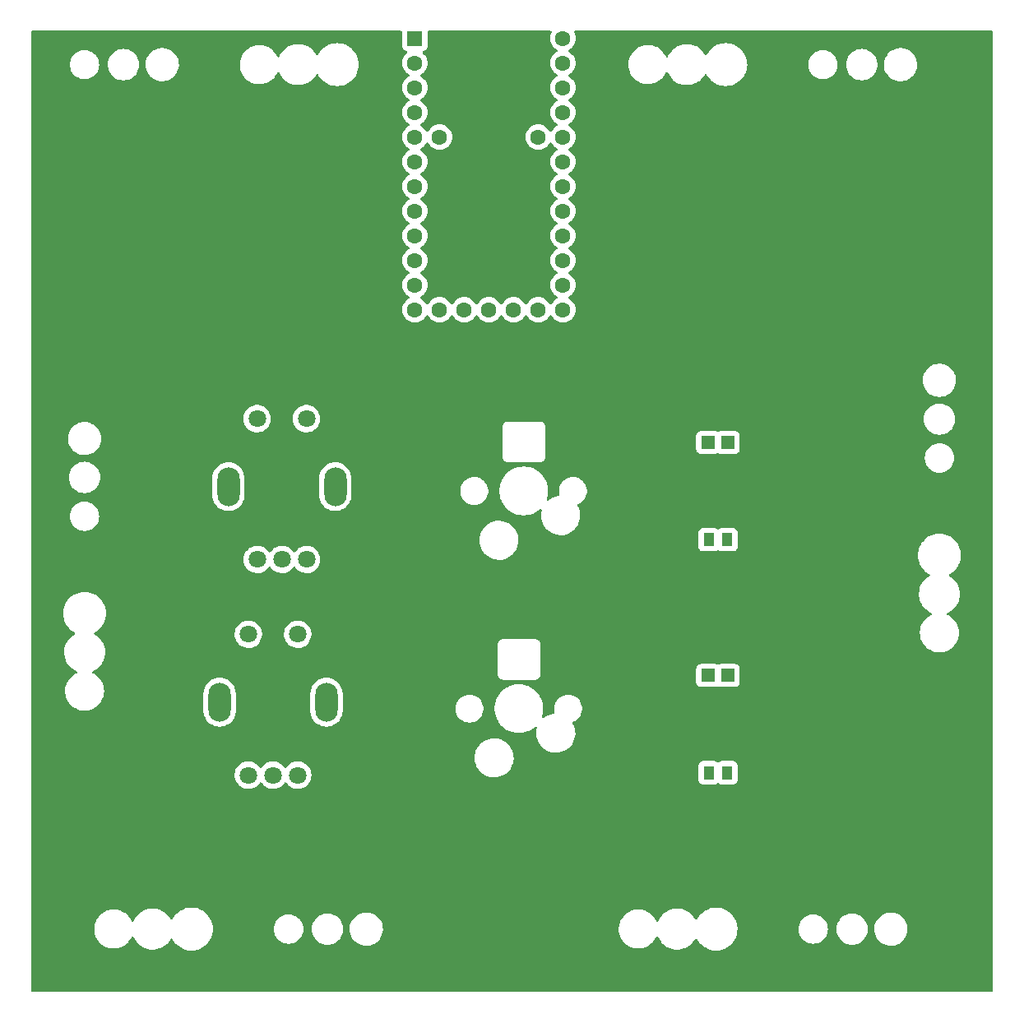
<source format=gbr>
G04 #@! TF.GenerationSoftware,KiCad,Pcbnew,(6.0.2)*
G04 #@! TF.CreationDate,2022-03-11T19:19:16+08:00*
G04 #@! TF.ProjectId,test,74657374-2e6b-4696-9361-645f70636258,rev?*
G04 #@! TF.SameCoordinates,Original*
G04 #@! TF.FileFunction,Copper,L1,Top*
G04 #@! TF.FilePolarity,Positive*
%FSLAX46Y46*%
G04 Gerber Fmt 4.6, Leading zero omitted, Abs format (unit mm)*
G04 Created by KiCad (PCBNEW (6.0.2)) date 2022-03-11 19:19:16*
%MOMM*%
%LPD*%
G01*
G04 APERTURE LIST*
G04 #@! TA.AperFunction,SMDPad,CuDef*
%ADD10R,1.410000X1.350000*%
G04 #@! TD*
G04 #@! TA.AperFunction,ComponentPad*
%ADD11O,2.300000X4.000000*%
G04 #@! TD*
G04 #@! TA.AperFunction,ComponentPad*
%ADD12C,1.800000*%
G04 #@! TD*
G04 #@! TA.AperFunction,SMDPad,CuDef*
%ADD13R,1.133000X1.377000*%
G04 #@! TD*
G04 #@! TA.AperFunction,ComponentPad*
%ADD14R,1.600000X1.600000*%
G04 #@! TD*
G04 #@! TA.AperFunction,ComponentPad*
%ADD15C,1.600000*%
G04 #@! TD*
G04 APERTURE END LIST*
D10*
X70170000Y33100000D03*
X72230000Y33100000D03*
D11*
X30900000Y30350000D03*
X19900000Y30350000D03*
D12*
X22860000Y22850000D03*
X27940000Y22850000D03*
X25400000Y22850000D03*
X22860000Y37350000D03*
X27940000Y37350000D03*
D13*
X70234000Y23100000D03*
X72166000Y23100000D03*
X70234000Y47100000D03*
X72166000Y47100000D03*
D14*
X40000000Y98700000D03*
D15*
X40000000Y96160000D03*
X40000000Y93620000D03*
X40000000Y91080000D03*
X40000000Y88540000D03*
X40000000Y86000000D03*
X40000000Y83460000D03*
X40000000Y80920000D03*
X40000000Y78380000D03*
X40000000Y75840000D03*
X40000000Y73300000D03*
X40000000Y70760000D03*
X42540000Y70760000D03*
X45080000Y70760000D03*
X47620000Y70760000D03*
X50160000Y70760000D03*
X52700000Y70760000D03*
X55240000Y70760000D03*
X55240000Y73300000D03*
X55240000Y75840000D03*
X55240000Y78380000D03*
X55240000Y80920000D03*
X55240000Y83460000D03*
X55240000Y86000000D03*
X55240000Y88540000D03*
X55240000Y91080000D03*
X55240000Y93620000D03*
X55240000Y96160000D03*
X55240000Y98700000D03*
X42540000Y88540000D03*
X52700000Y88540000D03*
D11*
X31800000Y52550000D03*
X20800000Y52550000D03*
D12*
X23760000Y45050000D03*
X28840000Y45050000D03*
X26300000Y45050000D03*
X23760000Y59550000D03*
X28840000Y59550000D03*
D10*
X70170000Y57100000D03*
X72230000Y57100000D03*
G04 #@! TA.AperFunction,NonConductor*
G36*
X54035886Y99471998D02*
G01*
X54082379Y99418342D01*
X54092483Y99348068D01*
X54081960Y99312750D01*
X54005716Y99149243D01*
X53946457Y98928087D01*
X53926502Y98700000D01*
X53946457Y98471913D01*
X54005716Y98250757D01*
X54008039Y98245776D01*
X54008039Y98245775D01*
X54100151Y98048238D01*
X54100154Y98048233D01*
X54102477Y98043251D01*
X54175902Y97938389D01*
X54223617Y97870246D01*
X54233802Y97855700D01*
X54395700Y97693802D01*
X54400208Y97690645D01*
X54400211Y97690643D01*
X54441542Y97661703D01*
X54583251Y97562477D01*
X54588233Y97560154D01*
X54588238Y97560151D01*
X54622457Y97544195D01*
X54675742Y97497278D01*
X54695203Y97429001D01*
X54674661Y97361041D01*
X54622457Y97315805D01*
X54588238Y97299849D01*
X54588233Y97299846D01*
X54583251Y97297523D01*
X54481616Y97226357D01*
X54400211Y97169357D01*
X54400208Y97169355D01*
X54395700Y97166198D01*
X54233802Y97004300D01*
X54230645Y96999792D01*
X54230643Y96999789D01*
X54198385Y96953719D01*
X54102477Y96816749D01*
X54100154Y96811767D01*
X54100151Y96811762D01*
X54012046Y96622818D01*
X54005716Y96609243D01*
X54004294Y96603935D01*
X54004293Y96603933D01*
X53964697Y96456159D01*
X53946457Y96388087D01*
X53926502Y96160000D01*
X53946457Y95931913D01*
X53947881Y95926600D01*
X53947881Y95926598D01*
X54001933Y95724877D01*
X54005716Y95710757D01*
X54008039Y95705776D01*
X54008039Y95705775D01*
X54100151Y95508238D01*
X54100154Y95508233D01*
X54102477Y95503251D01*
X54233802Y95315700D01*
X54395700Y95153802D01*
X54400208Y95150645D01*
X54400211Y95150643D01*
X54457000Y95110879D01*
X54583251Y95022477D01*
X54588233Y95020154D01*
X54588238Y95020151D01*
X54622457Y95004195D01*
X54675742Y94957278D01*
X54695203Y94889001D01*
X54674661Y94821041D01*
X54622457Y94775805D01*
X54588238Y94759849D01*
X54588233Y94759846D01*
X54583251Y94757523D01*
X54567719Y94746647D01*
X54400211Y94629357D01*
X54400208Y94629355D01*
X54395700Y94626198D01*
X54233802Y94464300D01*
X54230645Y94459792D01*
X54230643Y94459789D01*
X54208192Y94427725D01*
X54102477Y94276749D01*
X54100154Y94271767D01*
X54100151Y94271762D01*
X54017295Y94094074D01*
X54005716Y94069243D01*
X54004294Y94063935D01*
X54004293Y94063933D01*
X53947881Y93853402D01*
X53946457Y93848087D01*
X53926502Y93620000D01*
X53946457Y93391913D01*
X54005716Y93170757D01*
X54008039Y93165776D01*
X54008039Y93165775D01*
X54100151Y92968238D01*
X54100154Y92968233D01*
X54102477Y92963251D01*
X54233802Y92775700D01*
X54395700Y92613802D01*
X54400208Y92610645D01*
X54400211Y92610643D01*
X54478389Y92555902D01*
X54583251Y92482477D01*
X54588233Y92480154D01*
X54588238Y92480151D01*
X54622457Y92464195D01*
X54675742Y92417278D01*
X54695203Y92349001D01*
X54674661Y92281041D01*
X54622457Y92235805D01*
X54588238Y92219849D01*
X54588233Y92219846D01*
X54583251Y92217523D01*
X54478389Y92144098D01*
X54400211Y92089357D01*
X54400208Y92089355D01*
X54395700Y92086198D01*
X54233802Y91924300D01*
X54102477Y91736749D01*
X54100154Y91731767D01*
X54100151Y91731762D01*
X54008039Y91534225D01*
X54005716Y91529243D01*
X53946457Y91308087D01*
X53926502Y91080000D01*
X53946457Y90851913D01*
X54005716Y90630757D01*
X54008039Y90625776D01*
X54008039Y90625775D01*
X54100151Y90428238D01*
X54100154Y90428233D01*
X54102477Y90423251D01*
X54233802Y90235700D01*
X54395700Y90073802D01*
X54400208Y90070645D01*
X54400211Y90070643D01*
X54478389Y90015902D01*
X54583251Y89942477D01*
X54588233Y89940154D01*
X54588238Y89940151D01*
X54622457Y89924195D01*
X54675742Y89877278D01*
X54695203Y89809001D01*
X54674661Y89741041D01*
X54622457Y89695805D01*
X54588238Y89679849D01*
X54588233Y89679846D01*
X54583251Y89677523D01*
X54478389Y89604098D01*
X54400211Y89549357D01*
X54400208Y89549355D01*
X54395700Y89546198D01*
X54233802Y89384300D01*
X54102477Y89196749D01*
X54100154Y89191767D01*
X54100151Y89191762D01*
X54084195Y89157543D01*
X54037278Y89104258D01*
X53969001Y89084797D01*
X53901041Y89105339D01*
X53855805Y89157543D01*
X53839849Y89191762D01*
X53839846Y89191767D01*
X53837523Y89196749D01*
X53706198Y89384300D01*
X53544300Y89546198D01*
X53539792Y89549355D01*
X53539789Y89549357D01*
X53461611Y89604098D01*
X53356749Y89677523D01*
X53351767Y89679846D01*
X53351762Y89679849D01*
X53154225Y89771961D01*
X53154224Y89771961D01*
X53149243Y89774284D01*
X53143935Y89775706D01*
X53143933Y89775707D01*
X52933402Y89832119D01*
X52933400Y89832119D01*
X52928087Y89833543D01*
X52700000Y89853498D01*
X52471913Y89833543D01*
X52466600Y89832119D01*
X52466598Y89832119D01*
X52256067Y89775707D01*
X52256065Y89775706D01*
X52250757Y89774284D01*
X52245776Y89771961D01*
X52245775Y89771961D01*
X52048238Y89679849D01*
X52048233Y89679846D01*
X52043251Y89677523D01*
X51938389Y89604098D01*
X51860211Y89549357D01*
X51860208Y89549355D01*
X51855700Y89546198D01*
X51693802Y89384300D01*
X51562477Y89196749D01*
X51560154Y89191767D01*
X51560151Y89191762D01*
X51544195Y89157543D01*
X51465716Y88989243D01*
X51406457Y88768087D01*
X51386502Y88540000D01*
X51406457Y88311913D01*
X51465716Y88090757D01*
X51468039Y88085776D01*
X51468039Y88085775D01*
X51560151Y87888238D01*
X51560154Y87888233D01*
X51562477Y87883251D01*
X51693802Y87695700D01*
X51855700Y87533802D01*
X51860208Y87530645D01*
X51860211Y87530643D01*
X51938389Y87475902D01*
X52043251Y87402477D01*
X52048233Y87400154D01*
X52048238Y87400151D01*
X52245775Y87308039D01*
X52250757Y87305716D01*
X52256065Y87304294D01*
X52256067Y87304293D01*
X52466598Y87247881D01*
X52466600Y87247881D01*
X52471913Y87246457D01*
X52700000Y87226502D01*
X52928087Y87246457D01*
X52933400Y87247881D01*
X52933402Y87247881D01*
X53143933Y87304293D01*
X53143935Y87304294D01*
X53149243Y87305716D01*
X53154225Y87308039D01*
X53351762Y87400151D01*
X53351767Y87400154D01*
X53356749Y87402477D01*
X53461611Y87475902D01*
X53539789Y87530643D01*
X53539792Y87530645D01*
X53544300Y87533802D01*
X53706198Y87695700D01*
X53837523Y87883251D01*
X53839846Y87888233D01*
X53839849Y87888238D01*
X53855805Y87922457D01*
X53902722Y87975742D01*
X53970999Y87995203D01*
X54038959Y87974661D01*
X54084195Y87922457D01*
X54100151Y87888238D01*
X54100154Y87888233D01*
X54102477Y87883251D01*
X54233802Y87695700D01*
X54395700Y87533802D01*
X54400208Y87530645D01*
X54400211Y87530643D01*
X54478389Y87475902D01*
X54583251Y87402477D01*
X54588233Y87400154D01*
X54588238Y87400151D01*
X54622457Y87384195D01*
X54675742Y87337278D01*
X54695203Y87269001D01*
X54674661Y87201041D01*
X54622457Y87155805D01*
X54588238Y87139849D01*
X54588233Y87139846D01*
X54583251Y87137523D01*
X54478389Y87064098D01*
X54400211Y87009357D01*
X54400208Y87009355D01*
X54395700Y87006198D01*
X54233802Y86844300D01*
X54102477Y86656749D01*
X54100154Y86651767D01*
X54100151Y86651762D01*
X54008039Y86454225D01*
X54005716Y86449243D01*
X53946457Y86228087D01*
X53926502Y86000000D01*
X53946457Y85771913D01*
X54005716Y85550757D01*
X54008039Y85545776D01*
X54008039Y85545775D01*
X54100151Y85348238D01*
X54100154Y85348233D01*
X54102477Y85343251D01*
X54233802Y85155700D01*
X54395700Y84993802D01*
X54400208Y84990645D01*
X54400211Y84990643D01*
X54478389Y84935902D01*
X54583251Y84862477D01*
X54588233Y84860154D01*
X54588238Y84860151D01*
X54622457Y84844195D01*
X54675742Y84797278D01*
X54695203Y84729001D01*
X54674661Y84661041D01*
X54622457Y84615805D01*
X54588238Y84599849D01*
X54588233Y84599846D01*
X54583251Y84597523D01*
X54478389Y84524098D01*
X54400211Y84469357D01*
X54400208Y84469355D01*
X54395700Y84466198D01*
X54233802Y84304300D01*
X54102477Y84116749D01*
X54100154Y84111767D01*
X54100151Y84111762D01*
X54008039Y83914225D01*
X54005716Y83909243D01*
X53946457Y83688087D01*
X53926502Y83460000D01*
X53946457Y83231913D01*
X54005716Y83010757D01*
X54008039Y83005776D01*
X54008039Y83005775D01*
X54100151Y82808238D01*
X54100154Y82808233D01*
X54102477Y82803251D01*
X54233802Y82615700D01*
X54395700Y82453802D01*
X54400208Y82450645D01*
X54400211Y82450643D01*
X54478389Y82395902D01*
X54583251Y82322477D01*
X54588233Y82320154D01*
X54588238Y82320151D01*
X54622457Y82304195D01*
X54675742Y82257278D01*
X54695203Y82189001D01*
X54674661Y82121041D01*
X54622457Y82075805D01*
X54588238Y82059849D01*
X54588233Y82059846D01*
X54583251Y82057523D01*
X54478389Y81984098D01*
X54400211Y81929357D01*
X54400208Y81929355D01*
X54395700Y81926198D01*
X54233802Y81764300D01*
X54102477Y81576749D01*
X54100154Y81571767D01*
X54100151Y81571762D01*
X54008039Y81374225D01*
X54005716Y81369243D01*
X53946457Y81148087D01*
X53926502Y80920000D01*
X53946457Y80691913D01*
X54005716Y80470757D01*
X54008039Y80465776D01*
X54008039Y80465775D01*
X54100151Y80268238D01*
X54100154Y80268233D01*
X54102477Y80263251D01*
X54233802Y80075700D01*
X54395700Y79913802D01*
X54400208Y79910645D01*
X54400211Y79910643D01*
X54478389Y79855902D01*
X54583251Y79782477D01*
X54588233Y79780154D01*
X54588238Y79780151D01*
X54622457Y79764195D01*
X54675742Y79717278D01*
X54695203Y79649001D01*
X54674661Y79581041D01*
X54622457Y79535805D01*
X54588238Y79519849D01*
X54588233Y79519846D01*
X54583251Y79517523D01*
X54478389Y79444098D01*
X54400211Y79389357D01*
X54400208Y79389355D01*
X54395700Y79386198D01*
X54233802Y79224300D01*
X54102477Y79036749D01*
X54100154Y79031767D01*
X54100151Y79031762D01*
X54008039Y78834225D01*
X54005716Y78829243D01*
X53946457Y78608087D01*
X53926502Y78380000D01*
X53946457Y78151913D01*
X54005716Y77930757D01*
X54008039Y77925776D01*
X54008039Y77925775D01*
X54100151Y77728238D01*
X54100154Y77728233D01*
X54102477Y77723251D01*
X54233802Y77535700D01*
X54395700Y77373802D01*
X54400208Y77370645D01*
X54400211Y77370643D01*
X54478389Y77315902D01*
X54583251Y77242477D01*
X54588233Y77240154D01*
X54588238Y77240151D01*
X54622457Y77224195D01*
X54675742Y77177278D01*
X54695203Y77109001D01*
X54674661Y77041041D01*
X54622457Y76995805D01*
X54588238Y76979849D01*
X54588233Y76979846D01*
X54583251Y76977523D01*
X54478389Y76904098D01*
X54400211Y76849357D01*
X54400208Y76849355D01*
X54395700Y76846198D01*
X54233802Y76684300D01*
X54102477Y76496749D01*
X54100154Y76491767D01*
X54100151Y76491762D01*
X54008039Y76294225D01*
X54005716Y76289243D01*
X53946457Y76068087D01*
X53926502Y75840000D01*
X53946457Y75611913D01*
X54005716Y75390757D01*
X54008039Y75385776D01*
X54008039Y75385775D01*
X54100151Y75188238D01*
X54100154Y75188233D01*
X54102477Y75183251D01*
X54233802Y74995700D01*
X54395700Y74833802D01*
X54400208Y74830645D01*
X54400211Y74830643D01*
X54478389Y74775902D01*
X54583251Y74702477D01*
X54588233Y74700154D01*
X54588238Y74700151D01*
X54622457Y74684195D01*
X54675742Y74637278D01*
X54695203Y74569001D01*
X54674661Y74501041D01*
X54622457Y74455805D01*
X54588238Y74439849D01*
X54588233Y74439846D01*
X54583251Y74437523D01*
X54478389Y74364098D01*
X54400211Y74309357D01*
X54400208Y74309355D01*
X54395700Y74306198D01*
X54233802Y74144300D01*
X54102477Y73956749D01*
X54100154Y73951767D01*
X54100151Y73951762D01*
X54008039Y73754225D01*
X54005716Y73749243D01*
X53946457Y73528087D01*
X53926502Y73300000D01*
X53946457Y73071913D01*
X54005716Y72850757D01*
X54008039Y72845776D01*
X54008039Y72845775D01*
X54100151Y72648238D01*
X54100154Y72648233D01*
X54102477Y72643251D01*
X54233802Y72455700D01*
X54395700Y72293802D01*
X54400208Y72290645D01*
X54400211Y72290643D01*
X54478389Y72235902D01*
X54583251Y72162477D01*
X54588233Y72160154D01*
X54588238Y72160151D01*
X54622457Y72144195D01*
X54675742Y72097278D01*
X54695203Y72029001D01*
X54674661Y71961041D01*
X54622457Y71915805D01*
X54588238Y71899849D01*
X54588233Y71899846D01*
X54583251Y71897523D01*
X54478389Y71824098D01*
X54400211Y71769357D01*
X54400208Y71769355D01*
X54395700Y71766198D01*
X54233802Y71604300D01*
X54102477Y71416749D01*
X54100154Y71411767D01*
X54100151Y71411762D01*
X54084195Y71377543D01*
X54037278Y71324258D01*
X53969001Y71304797D01*
X53901041Y71325339D01*
X53855805Y71377543D01*
X53839849Y71411762D01*
X53839846Y71411767D01*
X53837523Y71416749D01*
X53706198Y71604300D01*
X53544300Y71766198D01*
X53539792Y71769355D01*
X53539789Y71769357D01*
X53461611Y71824098D01*
X53356749Y71897523D01*
X53351767Y71899846D01*
X53351762Y71899849D01*
X53154225Y71991961D01*
X53154224Y71991961D01*
X53149243Y71994284D01*
X53143935Y71995706D01*
X53143933Y71995707D01*
X52933402Y72052119D01*
X52933400Y72052119D01*
X52928087Y72053543D01*
X52700000Y72073498D01*
X52471913Y72053543D01*
X52466600Y72052119D01*
X52466598Y72052119D01*
X52256067Y71995707D01*
X52256065Y71995706D01*
X52250757Y71994284D01*
X52245776Y71991961D01*
X52245775Y71991961D01*
X52048238Y71899849D01*
X52048233Y71899846D01*
X52043251Y71897523D01*
X51938389Y71824098D01*
X51860211Y71769357D01*
X51860208Y71769355D01*
X51855700Y71766198D01*
X51693802Y71604300D01*
X51562477Y71416749D01*
X51560154Y71411767D01*
X51560151Y71411762D01*
X51544195Y71377543D01*
X51497278Y71324258D01*
X51429001Y71304797D01*
X51361041Y71325339D01*
X51315805Y71377543D01*
X51299849Y71411762D01*
X51299846Y71411767D01*
X51297523Y71416749D01*
X51166198Y71604300D01*
X51004300Y71766198D01*
X50999792Y71769355D01*
X50999789Y71769357D01*
X50921611Y71824098D01*
X50816749Y71897523D01*
X50811767Y71899846D01*
X50811762Y71899849D01*
X50614225Y71991961D01*
X50614224Y71991961D01*
X50609243Y71994284D01*
X50603935Y71995706D01*
X50603933Y71995707D01*
X50393402Y72052119D01*
X50393400Y72052119D01*
X50388087Y72053543D01*
X50160000Y72073498D01*
X49931913Y72053543D01*
X49926600Y72052119D01*
X49926598Y72052119D01*
X49716067Y71995707D01*
X49716065Y71995706D01*
X49710757Y71994284D01*
X49705776Y71991961D01*
X49705775Y71991961D01*
X49508238Y71899849D01*
X49508233Y71899846D01*
X49503251Y71897523D01*
X49398389Y71824098D01*
X49320211Y71769357D01*
X49320208Y71769355D01*
X49315700Y71766198D01*
X49153802Y71604300D01*
X49022477Y71416749D01*
X49020154Y71411767D01*
X49020151Y71411762D01*
X49004195Y71377543D01*
X48957278Y71324258D01*
X48889001Y71304797D01*
X48821041Y71325339D01*
X48775805Y71377543D01*
X48759849Y71411762D01*
X48759846Y71411767D01*
X48757523Y71416749D01*
X48626198Y71604300D01*
X48464300Y71766198D01*
X48459792Y71769355D01*
X48459789Y71769357D01*
X48381611Y71824098D01*
X48276749Y71897523D01*
X48271767Y71899846D01*
X48271762Y71899849D01*
X48074225Y71991961D01*
X48074224Y71991961D01*
X48069243Y71994284D01*
X48063935Y71995706D01*
X48063933Y71995707D01*
X47853402Y72052119D01*
X47853400Y72052119D01*
X47848087Y72053543D01*
X47620000Y72073498D01*
X47391913Y72053543D01*
X47386600Y72052119D01*
X47386598Y72052119D01*
X47176067Y71995707D01*
X47176065Y71995706D01*
X47170757Y71994284D01*
X47165776Y71991961D01*
X47165775Y71991961D01*
X46968238Y71899849D01*
X46968233Y71899846D01*
X46963251Y71897523D01*
X46858389Y71824098D01*
X46780211Y71769357D01*
X46780208Y71769355D01*
X46775700Y71766198D01*
X46613802Y71604300D01*
X46482477Y71416749D01*
X46480154Y71411767D01*
X46480151Y71411762D01*
X46464195Y71377543D01*
X46417278Y71324258D01*
X46349001Y71304797D01*
X46281041Y71325339D01*
X46235805Y71377543D01*
X46219849Y71411762D01*
X46219846Y71411767D01*
X46217523Y71416749D01*
X46086198Y71604300D01*
X45924300Y71766198D01*
X45919792Y71769355D01*
X45919789Y71769357D01*
X45841611Y71824098D01*
X45736749Y71897523D01*
X45731767Y71899846D01*
X45731762Y71899849D01*
X45534225Y71991961D01*
X45534224Y71991961D01*
X45529243Y71994284D01*
X45523935Y71995706D01*
X45523933Y71995707D01*
X45313402Y72052119D01*
X45313400Y72052119D01*
X45308087Y72053543D01*
X45080000Y72073498D01*
X44851913Y72053543D01*
X44846600Y72052119D01*
X44846598Y72052119D01*
X44636067Y71995707D01*
X44636065Y71995706D01*
X44630757Y71994284D01*
X44625776Y71991961D01*
X44625775Y71991961D01*
X44428238Y71899849D01*
X44428233Y71899846D01*
X44423251Y71897523D01*
X44318389Y71824098D01*
X44240211Y71769357D01*
X44240208Y71769355D01*
X44235700Y71766198D01*
X44073802Y71604300D01*
X43942477Y71416749D01*
X43940154Y71411767D01*
X43940151Y71411762D01*
X43924195Y71377543D01*
X43877278Y71324258D01*
X43809001Y71304797D01*
X43741041Y71325339D01*
X43695805Y71377543D01*
X43679849Y71411762D01*
X43679846Y71411767D01*
X43677523Y71416749D01*
X43546198Y71604300D01*
X43384300Y71766198D01*
X43379792Y71769355D01*
X43379789Y71769357D01*
X43301611Y71824098D01*
X43196749Y71897523D01*
X43191767Y71899846D01*
X43191762Y71899849D01*
X42994225Y71991961D01*
X42994224Y71991961D01*
X42989243Y71994284D01*
X42983935Y71995706D01*
X42983933Y71995707D01*
X42773402Y72052119D01*
X42773400Y72052119D01*
X42768087Y72053543D01*
X42540000Y72073498D01*
X42311913Y72053543D01*
X42306600Y72052119D01*
X42306598Y72052119D01*
X42096067Y71995707D01*
X42096065Y71995706D01*
X42090757Y71994284D01*
X42085776Y71991961D01*
X42085775Y71991961D01*
X41888238Y71899849D01*
X41888233Y71899846D01*
X41883251Y71897523D01*
X41778389Y71824098D01*
X41700211Y71769357D01*
X41700208Y71769355D01*
X41695700Y71766198D01*
X41533802Y71604300D01*
X41402477Y71416749D01*
X41400154Y71411767D01*
X41400151Y71411762D01*
X41384195Y71377543D01*
X41337278Y71324258D01*
X41269001Y71304797D01*
X41201041Y71325339D01*
X41155805Y71377543D01*
X41139849Y71411762D01*
X41139846Y71411767D01*
X41137523Y71416749D01*
X41006198Y71604300D01*
X40844300Y71766198D01*
X40839792Y71769355D01*
X40839789Y71769357D01*
X40761611Y71824098D01*
X40656749Y71897523D01*
X40651767Y71899846D01*
X40651762Y71899849D01*
X40617543Y71915805D01*
X40564258Y71962722D01*
X40544797Y72030999D01*
X40565339Y72098959D01*
X40617543Y72144195D01*
X40651762Y72160151D01*
X40651767Y72160154D01*
X40656749Y72162477D01*
X40761611Y72235902D01*
X40839789Y72290643D01*
X40839792Y72290645D01*
X40844300Y72293802D01*
X41006198Y72455700D01*
X41137523Y72643251D01*
X41139846Y72648233D01*
X41139849Y72648238D01*
X41231961Y72845775D01*
X41231961Y72845776D01*
X41234284Y72850757D01*
X41293543Y73071913D01*
X41313498Y73300000D01*
X41293543Y73528087D01*
X41234284Y73749243D01*
X41231961Y73754225D01*
X41139849Y73951762D01*
X41139846Y73951767D01*
X41137523Y73956749D01*
X41006198Y74144300D01*
X40844300Y74306198D01*
X40839792Y74309355D01*
X40839789Y74309357D01*
X40761611Y74364098D01*
X40656749Y74437523D01*
X40651767Y74439846D01*
X40651762Y74439849D01*
X40617543Y74455805D01*
X40564258Y74502722D01*
X40544797Y74570999D01*
X40565339Y74638959D01*
X40617543Y74684195D01*
X40651762Y74700151D01*
X40651767Y74700154D01*
X40656749Y74702477D01*
X40761611Y74775902D01*
X40839789Y74830643D01*
X40839792Y74830645D01*
X40844300Y74833802D01*
X41006198Y74995700D01*
X41137523Y75183251D01*
X41139846Y75188233D01*
X41139849Y75188238D01*
X41231961Y75385775D01*
X41231961Y75385776D01*
X41234284Y75390757D01*
X41293543Y75611913D01*
X41313498Y75840000D01*
X41293543Y76068087D01*
X41234284Y76289243D01*
X41231961Y76294225D01*
X41139849Y76491762D01*
X41139846Y76491767D01*
X41137523Y76496749D01*
X41006198Y76684300D01*
X40844300Y76846198D01*
X40839792Y76849355D01*
X40839789Y76849357D01*
X40761611Y76904098D01*
X40656749Y76977523D01*
X40651767Y76979846D01*
X40651762Y76979849D01*
X40617543Y76995805D01*
X40564258Y77042722D01*
X40544797Y77110999D01*
X40565339Y77178959D01*
X40617543Y77224195D01*
X40651762Y77240151D01*
X40651767Y77240154D01*
X40656749Y77242477D01*
X40761611Y77315902D01*
X40839789Y77370643D01*
X40839792Y77370645D01*
X40844300Y77373802D01*
X41006198Y77535700D01*
X41137523Y77723251D01*
X41139846Y77728233D01*
X41139849Y77728238D01*
X41231961Y77925775D01*
X41231961Y77925776D01*
X41234284Y77930757D01*
X41293543Y78151913D01*
X41313498Y78380000D01*
X41293543Y78608087D01*
X41234284Y78829243D01*
X41231961Y78834225D01*
X41139849Y79031762D01*
X41139846Y79031767D01*
X41137523Y79036749D01*
X41006198Y79224300D01*
X40844300Y79386198D01*
X40839792Y79389355D01*
X40839789Y79389357D01*
X40761611Y79444098D01*
X40656749Y79517523D01*
X40651767Y79519846D01*
X40651762Y79519849D01*
X40617543Y79535805D01*
X40564258Y79582722D01*
X40544797Y79650999D01*
X40565339Y79718959D01*
X40617543Y79764195D01*
X40651762Y79780151D01*
X40651767Y79780154D01*
X40656749Y79782477D01*
X40761611Y79855902D01*
X40839789Y79910643D01*
X40839792Y79910645D01*
X40844300Y79913802D01*
X41006198Y80075700D01*
X41137523Y80263251D01*
X41139846Y80268233D01*
X41139849Y80268238D01*
X41231961Y80465775D01*
X41231961Y80465776D01*
X41234284Y80470757D01*
X41293543Y80691913D01*
X41313498Y80920000D01*
X41293543Y81148087D01*
X41234284Y81369243D01*
X41231961Y81374225D01*
X41139849Y81571762D01*
X41139846Y81571767D01*
X41137523Y81576749D01*
X41006198Y81764300D01*
X40844300Y81926198D01*
X40839792Y81929355D01*
X40839789Y81929357D01*
X40761611Y81984098D01*
X40656749Y82057523D01*
X40651767Y82059846D01*
X40651762Y82059849D01*
X40617543Y82075805D01*
X40564258Y82122722D01*
X40544797Y82190999D01*
X40565339Y82258959D01*
X40617543Y82304195D01*
X40651762Y82320151D01*
X40651767Y82320154D01*
X40656749Y82322477D01*
X40761611Y82395902D01*
X40839789Y82450643D01*
X40839792Y82450645D01*
X40844300Y82453802D01*
X41006198Y82615700D01*
X41137523Y82803251D01*
X41139846Y82808233D01*
X41139849Y82808238D01*
X41231961Y83005775D01*
X41231961Y83005776D01*
X41234284Y83010757D01*
X41293543Y83231913D01*
X41313498Y83460000D01*
X41293543Y83688087D01*
X41234284Y83909243D01*
X41231961Y83914225D01*
X41139849Y84111762D01*
X41139846Y84111767D01*
X41137523Y84116749D01*
X41006198Y84304300D01*
X40844300Y84466198D01*
X40839792Y84469355D01*
X40839789Y84469357D01*
X40761611Y84524098D01*
X40656749Y84597523D01*
X40651767Y84599846D01*
X40651762Y84599849D01*
X40617543Y84615805D01*
X40564258Y84662722D01*
X40544797Y84730999D01*
X40565339Y84798959D01*
X40617543Y84844195D01*
X40651762Y84860151D01*
X40651767Y84860154D01*
X40656749Y84862477D01*
X40761611Y84935902D01*
X40839789Y84990643D01*
X40839792Y84990645D01*
X40844300Y84993802D01*
X41006198Y85155700D01*
X41137523Y85343251D01*
X41139846Y85348233D01*
X41139849Y85348238D01*
X41231961Y85545775D01*
X41231961Y85545776D01*
X41234284Y85550757D01*
X41293543Y85771913D01*
X41313498Y86000000D01*
X41293543Y86228087D01*
X41234284Y86449243D01*
X41231961Y86454225D01*
X41139849Y86651762D01*
X41139846Y86651767D01*
X41137523Y86656749D01*
X41006198Y86844300D01*
X40844300Y87006198D01*
X40839792Y87009355D01*
X40839789Y87009357D01*
X40761611Y87064098D01*
X40656749Y87137523D01*
X40651767Y87139846D01*
X40651762Y87139849D01*
X40617543Y87155805D01*
X40564258Y87202722D01*
X40544797Y87270999D01*
X40565339Y87338959D01*
X40617543Y87384195D01*
X40651762Y87400151D01*
X40651767Y87400154D01*
X40656749Y87402477D01*
X40761611Y87475902D01*
X40839789Y87530643D01*
X40839792Y87530645D01*
X40844300Y87533802D01*
X41006198Y87695700D01*
X41137523Y87883251D01*
X41139846Y87888233D01*
X41139849Y87888238D01*
X41155805Y87922457D01*
X41202722Y87975742D01*
X41270999Y87995203D01*
X41338959Y87974661D01*
X41384195Y87922457D01*
X41400151Y87888238D01*
X41400154Y87888233D01*
X41402477Y87883251D01*
X41533802Y87695700D01*
X41695700Y87533802D01*
X41700208Y87530645D01*
X41700211Y87530643D01*
X41778389Y87475902D01*
X41883251Y87402477D01*
X41888233Y87400154D01*
X41888238Y87400151D01*
X42085775Y87308039D01*
X42090757Y87305716D01*
X42096065Y87304294D01*
X42096067Y87304293D01*
X42306598Y87247881D01*
X42306600Y87247881D01*
X42311913Y87246457D01*
X42540000Y87226502D01*
X42768087Y87246457D01*
X42773400Y87247881D01*
X42773402Y87247881D01*
X42983933Y87304293D01*
X42983935Y87304294D01*
X42989243Y87305716D01*
X42994225Y87308039D01*
X43191762Y87400151D01*
X43191767Y87400154D01*
X43196749Y87402477D01*
X43301611Y87475902D01*
X43379789Y87530643D01*
X43379792Y87530645D01*
X43384300Y87533802D01*
X43546198Y87695700D01*
X43677523Y87883251D01*
X43679846Y87888233D01*
X43679849Y87888238D01*
X43771961Y88085775D01*
X43771961Y88085776D01*
X43774284Y88090757D01*
X43833543Y88311913D01*
X43853498Y88540000D01*
X43833543Y88768087D01*
X43774284Y88989243D01*
X43695805Y89157543D01*
X43679849Y89191762D01*
X43679846Y89191767D01*
X43677523Y89196749D01*
X43546198Y89384300D01*
X43384300Y89546198D01*
X43379792Y89549355D01*
X43379789Y89549357D01*
X43301611Y89604098D01*
X43196749Y89677523D01*
X43191767Y89679846D01*
X43191762Y89679849D01*
X42994225Y89771961D01*
X42994224Y89771961D01*
X42989243Y89774284D01*
X42983935Y89775706D01*
X42983933Y89775707D01*
X42773402Y89832119D01*
X42773400Y89832119D01*
X42768087Y89833543D01*
X42540000Y89853498D01*
X42311913Y89833543D01*
X42306600Y89832119D01*
X42306598Y89832119D01*
X42096067Y89775707D01*
X42096065Y89775706D01*
X42090757Y89774284D01*
X42085776Y89771961D01*
X42085775Y89771961D01*
X41888238Y89679849D01*
X41888233Y89679846D01*
X41883251Y89677523D01*
X41778389Y89604098D01*
X41700211Y89549357D01*
X41700208Y89549355D01*
X41695700Y89546198D01*
X41533802Y89384300D01*
X41402477Y89196749D01*
X41400154Y89191767D01*
X41400151Y89191762D01*
X41384195Y89157543D01*
X41337278Y89104258D01*
X41269001Y89084797D01*
X41201041Y89105339D01*
X41155805Y89157543D01*
X41139849Y89191762D01*
X41139846Y89191767D01*
X41137523Y89196749D01*
X41006198Y89384300D01*
X40844300Y89546198D01*
X40839792Y89549355D01*
X40839789Y89549357D01*
X40761611Y89604098D01*
X40656749Y89677523D01*
X40651767Y89679846D01*
X40651762Y89679849D01*
X40617543Y89695805D01*
X40564258Y89742722D01*
X40544797Y89810999D01*
X40565339Y89878959D01*
X40617543Y89924195D01*
X40651762Y89940151D01*
X40651767Y89940154D01*
X40656749Y89942477D01*
X40761611Y90015902D01*
X40839789Y90070643D01*
X40839792Y90070645D01*
X40844300Y90073802D01*
X41006198Y90235700D01*
X41137523Y90423251D01*
X41139846Y90428233D01*
X41139849Y90428238D01*
X41231961Y90625775D01*
X41231961Y90625776D01*
X41234284Y90630757D01*
X41293543Y90851913D01*
X41313498Y91080000D01*
X41293543Y91308087D01*
X41234284Y91529243D01*
X41231961Y91534225D01*
X41139849Y91731762D01*
X41139846Y91731767D01*
X41137523Y91736749D01*
X41006198Y91924300D01*
X40844300Y92086198D01*
X40839792Y92089355D01*
X40839789Y92089357D01*
X40761611Y92144098D01*
X40656749Y92217523D01*
X40651767Y92219846D01*
X40651762Y92219849D01*
X40617543Y92235805D01*
X40564258Y92282722D01*
X40544797Y92350999D01*
X40565339Y92418959D01*
X40617543Y92464195D01*
X40651762Y92480151D01*
X40651767Y92480154D01*
X40656749Y92482477D01*
X40761611Y92555902D01*
X40839789Y92610643D01*
X40839792Y92610645D01*
X40844300Y92613802D01*
X41006198Y92775700D01*
X41137523Y92963251D01*
X41139846Y92968233D01*
X41139849Y92968238D01*
X41231961Y93165775D01*
X41231961Y93165776D01*
X41234284Y93170757D01*
X41293543Y93391913D01*
X41313498Y93620000D01*
X41293543Y93848087D01*
X41292119Y93853402D01*
X41235707Y94063933D01*
X41235706Y94063935D01*
X41234284Y94069243D01*
X41222705Y94094074D01*
X41139849Y94271762D01*
X41139846Y94271767D01*
X41137523Y94276749D01*
X41031808Y94427725D01*
X41009357Y94459789D01*
X41009355Y94459792D01*
X41006198Y94464300D01*
X40844300Y94626198D01*
X40839792Y94629355D01*
X40839789Y94629357D01*
X40672281Y94746647D01*
X40656749Y94757523D01*
X40651767Y94759846D01*
X40651762Y94759849D01*
X40617543Y94775805D01*
X40564258Y94822722D01*
X40544797Y94890999D01*
X40565339Y94958959D01*
X40617543Y95004195D01*
X40651762Y95020151D01*
X40651767Y95020154D01*
X40656749Y95022477D01*
X40783000Y95110879D01*
X40839789Y95150643D01*
X40839792Y95150645D01*
X40844300Y95153802D01*
X41006198Y95315700D01*
X41137523Y95503251D01*
X41139846Y95508233D01*
X41139849Y95508238D01*
X41231961Y95705775D01*
X41231961Y95705776D01*
X41234284Y95710757D01*
X41238068Y95724877D01*
X41292119Y95926598D01*
X41292119Y95926600D01*
X41293543Y95931913D01*
X41313498Y96160000D01*
X41293543Y96388087D01*
X41275303Y96456159D01*
X41235707Y96603933D01*
X41235706Y96603935D01*
X41234284Y96609243D01*
X41227954Y96622818D01*
X41139849Y96811762D01*
X41139846Y96811767D01*
X41137523Y96816749D01*
X41041615Y96953719D01*
X41009357Y96999789D01*
X41009355Y96999792D01*
X41006198Y97004300D01*
X40844300Y97166198D01*
X40839789Y97169357D01*
X40835576Y97172892D01*
X40836527Y97174026D01*
X40796529Y97224071D01*
X40789224Y97294690D01*
X40821258Y97358049D01*
X40882462Y97394030D01*
X40899517Y97397082D01*
X40910316Y97398255D01*
X41046705Y97449385D01*
X41163261Y97536739D01*
X41250615Y97653295D01*
X41301745Y97789684D01*
X41308500Y97851866D01*
X41308500Y99366000D01*
X41328502Y99434121D01*
X41382158Y99480614D01*
X41434500Y99492000D01*
X53967765Y99492000D01*
X54035886Y99471998D01*
G37*
G04 #@! TD.AperFunction*
G04 #@! TA.AperFunction,NonConductor*
G36*
X38633621Y99471998D02*
G01*
X38680114Y99418342D01*
X38691500Y99366000D01*
X38691500Y97851866D01*
X38698255Y97789684D01*
X38749385Y97653295D01*
X38836739Y97536739D01*
X38953295Y97449385D01*
X39089684Y97398255D01*
X39100474Y97397083D01*
X39102606Y97396197D01*
X39105222Y97395575D01*
X39105121Y97395152D01*
X39166035Y97369845D01*
X39206463Y97311483D01*
X39208922Y97240529D01*
X39172629Y97179510D01*
X39163969Y97172511D01*
X39160207Y97169354D01*
X39155700Y97166198D01*
X38993802Y97004300D01*
X38990645Y96999792D01*
X38990643Y96999789D01*
X38958385Y96953719D01*
X38862477Y96816749D01*
X38860154Y96811767D01*
X38860151Y96811762D01*
X38772046Y96622818D01*
X38765716Y96609243D01*
X38764294Y96603935D01*
X38764293Y96603933D01*
X38724697Y96456159D01*
X38706457Y96388087D01*
X38686502Y96160000D01*
X38706457Y95931913D01*
X38707881Y95926600D01*
X38707881Y95926598D01*
X38761933Y95724877D01*
X38765716Y95710757D01*
X38768039Y95705776D01*
X38768039Y95705775D01*
X38860151Y95508238D01*
X38860154Y95508233D01*
X38862477Y95503251D01*
X38993802Y95315700D01*
X39155700Y95153802D01*
X39160208Y95150645D01*
X39160211Y95150643D01*
X39217000Y95110879D01*
X39343251Y95022477D01*
X39348233Y95020154D01*
X39348238Y95020151D01*
X39382457Y95004195D01*
X39435742Y94957278D01*
X39455203Y94889001D01*
X39434661Y94821041D01*
X39382457Y94775805D01*
X39348238Y94759849D01*
X39348233Y94759846D01*
X39343251Y94757523D01*
X39327719Y94746647D01*
X39160211Y94629357D01*
X39160208Y94629355D01*
X39155700Y94626198D01*
X38993802Y94464300D01*
X38990645Y94459792D01*
X38990643Y94459789D01*
X38968192Y94427725D01*
X38862477Y94276749D01*
X38860154Y94271767D01*
X38860151Y94271762D01*
X38777295Y94094074D01*
X38765716Y94069243D01*
X38764294Y94063935D01*
X38764293Y94063933D01*
X38707881Y93853402D01*
X38706457Y93848087D01*
X38686502Y93620000D01*
X38706457Y93391913D01*
X38765716Y93170757D01*
X38768039Y93165776D01*
X38768039Y93165775D01*
X38860151Y92968238D01*
X38860154Y92968233D01*
X38862477Y92963251D01*
X38993802Y92775700D01*
X39155700Y92613802D01*
X39160208Y92610645D01*
X39160211Y92610643D01*
X39238389Y92555902D01*
X39343251Y92482477D01*
X39348233Y92480154D01*
X39348238Y92480151D01*
X39382457Y92464195D01*
X39435742Y92417278D01*
X39455203Y92349001D01*
X39434661Y92281041D01*
X39382457Y92235805D01*
X39348238Y92219849D01*
X39348233Y92219846D01*
X39343251Y92217523D01*
X39238389Y92144098D01*
X39160211Y92089357D01*
X39160208Y92089355D01*
X39155700Y92086198D01*
X38993802Y91924300D01*
X38862477Y91736749D01*
X38860154Y91731767D01*
X38860151Y91731762D01*
X38768039Y91534225D01*
X38765716Y91529243D01*
X38706457Y91308087D01*
X38686502Y91080000D01*
X38706457Y90851913D01*
X38765716Y90630757D01*
X38768039Y90625776D01*
X38768039Y90625775D01*
X38860151Y90428238D01*
X38860154Y90428233D01*
X38862477Y90423251D01*
X38993802Y90235700D01*
X39155700Y90073802D01*
X39160208Y90070645D01*
X39160211Y90070643D01*
X39238389Y90015902D01*
X39343251Y89942477D01*
X39348233Y89940154D01*
X39348238Y89940151D01*
X39382457Y89924195D01*
X39435742Y89877278D01*
X39455203Y89809001D01*
X39434661Y89741041D01*
X39382457Y89695805D01*
X39348238Y89679849D01*
X39348233Y89679846D01*
X39343251Y89677523D01*
X39238389Y89604098D01*
X39160211Y89549357D01*
X39160208Y89549355D01*
X39155700Y89546198D01*
X38993802Y89384300D01*
X38862477Y89196749D01*
X38860154Y89191767D01*
X38860151Y89191762D01*
X38844195Y89157543D01*
X38765716Y88989243D01*
X38706457Y88768087D01*
X38686502Y88540000D01*
X38706457Y88311913D01*
X38765716Y88090757D01*
X38768039Y88085776D01*
X38768039Y88085775D01*
X38860151Y87888238D01*
X38860154Y87888233D01*
X38862477Y87883251D01*
X38993802Y87695700D01*
X39155700Y87533802D01*
X39160208Y87530645D01*
X39160211Y87530643D01*
X39238389Y87475902D01*
X39343251Y87402477D01*
X39348233Y87400154D01*
X39348238Y87400151D01*
X39382457Y87384195D01*
X39435742Y87337278D01*
X39455203Y87269001D01*
X39434661Y87201041D01*
X39382457Y87155805D01*
X39348238Y87139849D01*
X39348233Y87139846D01*
X39343251Y87137523D01*
X39238389Y87064098D01*
X39160211Y87009357D01*
X39160208Y87009355D01*
X39155700Y87006198D01*
X38993802Y86844300D01*
X38862477Y86656749D01*
X38860154Y86651767D01*
X38860151Y86651762D01*
X38768039Y86454225D01*
X38765716Y86449243D01*
X38706457Y86228087D01*
X38686502Y86000000D01*
X38706457Y85771913D01*
X38765716Y85550757D01*
X38768039Y85545776D01*
X38768039Y85545775D01*
X38860151Y85348238D01*
X38860154Y85348233D01*
X38862477Y85343251D01*
X38993802Y85155700D01*
X39155700Y84993802D01*
X39160208Y84990645D01*
X39160211Y84990643D01*
X39238389Y84935902D01*
X39343251Y84862477D01*
X39348233Y84860154D01*
X39348238Y84860151D01*
X39382457Y84844195D01*
X39435742Y84797278D01*
X39455203Y84729001D01*
X39434661Y84661041D01*
X39382457Y84615805D01*
X39348238Y84599849D01*
X39348233Y84599846D01*
X39343251Y84597523D01*
X39238389Y84524098D01*
X39160211Y84469357D01*
X39160208Y84469355D01*
X39155700Y84466198D01*
X38993802Y84304300D01*
X38862477Y84116749D01*
X38860154Y84111767D01*
X38860151Y84111762D01*
X38768039Y83914225D01*
X38765716Y83909243D01*
X38706457Y83688087D01*
X38686502Y83460000D01*
X38706457Y83231913D01*
X38765716Y83010757D01*
X38768039Y83005776D01*
X38768039Y83005775D01*
X38860151Y82808238D01*
X38860154Y82808233D01*
X38862477Y82803251D01*
X38993802Y82615700D01*
X39155700Y82453802D01*
X39160208Y82450645D01*
X39160211Y82450643D01*
X39238389Y82395902D01*
X39343251Y82322477D01*
X39348233Y82320154D01*
X39348238Y82320151D01*
X39382457Y82304195D01*
X39435742Y82257278D01*
X39455203Y82189001D01*
X39434661Y82121041D01*
X39382457Y82075805D01*
X39348238Y82059849D01*
X39348233Y82059846D01*
X39343251Y82057523D01*
X39238389Y81984098D01*
X39160211Y81929357D01*
X39160208Y81929355D01*
X39155700Y81926198D01*
X38993802Y81764300D01*
X38862477Y81576749D01*
X38860154Y81571767D01*
X38860151Y81571762D01*
X38768039Y81374225D01*
X38765716Y81369243D01*
X38706457Y81148087D01*
X38686502Y80920000D01*
X38706457Y80691913D01*
X38765716Y80470757D01*
X38768039Y80465776D01*
X38768039Y80465775D01*
X38860151Y80268238D01*
X38860154Y80268233D01*
X38862477Y80263251D01*
X38993802Y80075700D01*
X39155700Y79913802D01*
X39160208Y79910645D01*
X39160211Y79910643D01*
X39238389Y79855902D01*
X39343251Y79782477D01*
X39348233Y79780154D01*
X39348238Y79780151D01*
X39382457Y79764195D01*
X39435742Y79717278D01*
X39455203Y79649001D01*
X39434661Y79581041D01*
X39382457Y79535805D01*
X39348238Y79519849D01*
X39348233Y79519846D01*
X39343251Y79517523D01*
X39238389Y79444098D01*
X39160211Y79389357D01*
X39160208Y79389355D01*
X39155700Y79386198D01*
X38993802Y79224300D01*
X38862477Y79036749D01*
X38860154Y79031767D01*
X38860151Y79031762D01*
X38768039Y78834225D01*
X38765716Y78829243D01*
X38706457Y78608087D01*
X38686502Y78380000D01*
X38706457Y78151913D01*
X38765716Y77930757D01*
X38768039Y77925776D01*
X38768039Y77925775D01*
X38860151Y77728238D01*
X38860154Y77728233D01*
X38862477Y77723251D01*
X38993802Y77535700D01*
X39155700Y77373802D01*
X39160208Y77370645D01*
X39160211Y77370643D01*
X39238389Y77315902D01*
X39343251Y77242477D01*
X39348233Y77240154D01*
X39348238Y77240151D01*
X39382457Y77224195D01*
X39435742Y77177278D01*
X39455203Y77109001D01*
X39434661Y77041041D01*
X39382457Y76995805D01*
X39348238Y76979849D01*
X39348233Y76979846D01*
X39343251Y76977523D01*
X39238389Y76904098D01*
X39160211Y76849357D01*
X39160208Y76849355D01*
X39155700Y76846198D01*
X38993802Y76684300D01*
X38862477Y76496749D01*
X38860154Y76491767D01*
X38860151Y76491762D01*
X38768039Y76294225D01*
X38765716Y76289243D01*
X38706457Y76068087D01*
X38686502Y75840000D01*
X38706457Y75611913D01*
X38765716Y75390757D01*
X38768039Y75385776D01*
X38768039Y75385775D01*
X38860151Y75188238D01*
X38860154Y75188233D01*
X38862477Y75183251D01*
X38993802Y74995700D01*
X39155700Y74833802D01*
X39160208Y74830645D01*
X39160211Y74830643D01*
X39238389Y74775902D01*
X39343251Y74702477D01*
X39348233Y74700154D01*
X39348238Y74700151D01*
X39382457Y74684195D01*
X39435742Y74637278D01*
X39455203Y74569001D01*
X39434661Y74501041D01*
X39382457Y74455805D01*
X39348238Y74439849D01*
X39348233Y74439846D01*
X39343251Y74437523D01*
X39238389Y74364098D01*
X39160211Y74309357D01*
X39160208Y74309355D01*
X39155700Y74306198D01*
X38993802Y74144300D01*
X38862477Y73956749D01*
X38860154Y73951767D01*
X38860151Y73951762D01*
X38768039Y73754225D01*
X38765716Y73749243D01*
X38706457Y73528087D01*
X38686502Y73300000D01*
X38706457Y73071913D01*
X38765716Y72850757D01*
X38768039Y72845776D01*
X38768039Y72845775D01*
X38860151Y72648238D01*
X38860154Y72648233D01*
X38862477Y72643251D01*
X38993802Y72455700D01*
X39155700Y72293802D01*
X39160208Y72290645D01*
X39160211Y72290643D01*
X39238389Y72235902D01*
X39343251Y72162477D01*
X39348233Y72160154D01*
X39348238Y72160151D01*
X39382457Y72144195D01*
X39435742Y72097278D01*
X39455203Y72029001D01*
X39434661Y71961041D01*
X39382457Y71915805D01*
X39348238Y71899849D01*
X39348233Y71899846D01*
X39343251Y71897523D01*
X39238389Y71824098D01*
X39160211Y71769357D01*
X39160208Y71769355D01*
X39155700Y71766198D01*
X38993802Y71604300D01*
X38862477Y71416749D01*
X38860154Y71411767D01*
X38860151Y71411762D01*
X38844195Y71377543D01*
X38765716Y71209243D01*
X38706457Y70988087D01*
X38686502Y70760000D01*
X38706457Y70531913D01*
X38765716Y70310757D01*
X38768039Y70305776D01*
X38768039Y70305775D01*
X38860151Y70108238D01*
X38860154Y70108233D01*
X38862477Y70103251D01*
X38993802Y69915700D01*
X39155700Y69753802D01*
X39160208Y69750645D01*
X39160211Y69750643D01*
X39238389Y69695902D01*
X39343251Y69622477D01*
X39348233Y69620154D01*
X39348238Y69620151D01*
X39545775Y69528039D01*
X39550757Y69525716D01*
X39556065Y69524294D01*
X39556067Y69524293D01*
X39766598Y69467881D01*
X39766600Y69467881D01*
X39771913Y69466457D01*
X40000000Y69446502D01*
X40228087Y69466457D01*
X40233400Y69467881D01*
X40233402Y69467881D01*
X40443933Y69524293D01*
X40443935Y69524294D01*
X40449243Y69525716D01*
X40454225Y69528039D01*
X40651762Y69620151D01*
X40651767Y69620154D01*
X40656749Y69622477D01*
X40761611Y69695902D01*
X40839789Y69750643D01*
X40839792Y69750645D01*
X40844300Y69753802D01*
X41006198Y69915700D01*
X41137523Y70103251D01*
X41139846Y70108233D01*
X41139849Y70108238D01*
X41155805Y70142457D01*
X41202722Y70195742D01*
X41270999Y70215203D01*
X41338959Y70194661D01*
X41384195Y70142457D01*
X41400151Y70108238D01*
X41400154Y70108233D01*
X41402477Y70103251D01*
X41533802Y69915700D01*
X41695700Y69753802D01*
X41700208Y69750645D01*
X41700211Y69750643D01*
X41778389Y69695902D01*
X41883251Y69622477D01*
X41888233Y69620154D01*
X41888238Y69620151D01*
X42085775Y69528039D01*
X42090757Y69525716D01*
X42096065Y69524294D01*
X42096067Y69524293D01*
X42306598Y69467881D01*
X42306600Y69467881D01*
X42311913Y69466457D01*
X42540000Y69446502D01*
X42768087Y69466457D01*
X42773400Y69467881D01*
X42773402Y69467881D01*
X42983933Y69524293D01*
X42983935Y69524294D01*
X42989243Y69525716D01*
X42994225Y69528039D01*
X43191762Y69620151D01*
X43191767Y69620154D01*
X43196749Y69622477D01*
X43301611Y69695902D01*
X43379789Y69750643D01*
X43379792Y69750645D01*
X43384300Y69753802D01*
X43546198Y69915700D01*
X43677523Y70103251D01*
X43679846Y70108233D01*
X43679849Y70108238D01*
X43695805Y70142457D01*
X43742722Y70195742D01*
X43810999Y70215203D01*
X43878959Y70194661D01*
X43924195Y70142457D01*
X43940151Y70108238D01*
X43940154Y70108233D01*
X43942477Y70103251D01*
X44073802Y69915700D01*
X44235700Y69753802D01*
X44240208Y69750645D01*
X44240211Y69750643D01*
X44318389Y69695902D01*
X44423251Y69622477D01*
X44428233Y69620154D01*
X44428238Y69620151D01*
X44625775Y69528039D01*
X44630757Y69525716D01*
X44636065Y69524294D01*
X44636067Y69524293D01*
X44846598Y69467881D01*
X44846600Y69467881D01*
X44851913Y69466457D01*
X45080000Y69446502D01*
X45308087Y69466457D01*
X45313400Y69467881D01*
X45313402Y69467881D01*
X45523933Y69524293D01*
X45523935Y69524294D01*
X45529243Y69525716D01*
X45534225Y69528039D01*
X45731762Y69620151D01*
X45731767Y69620154D01*
X45736749Y69622477D01*
X45841611Y69695902D01*
X45919789Y69750643D01*
X45919792Y69750645D01*
X45924300Y69753802D01*
X46086198Y69915700D01*
X46217523Y70103251D01*
X46219846Y70108233D01*
X46219849Y70108238D01*
X46235805Y70142457D01*
X46282722Y70195742D01*
X46350999Y70215203D01*
X46418959Y70194661D01*
X46464195Y70142457D01*
X46480151Y70108238D01*
X46480154Y70108233D01*
X46482477Y70103251D01*
X46613802Y69915700D01*
X46775700Y69753802D01*
X46780208Y69750645D01*
X46780211Y69750643D01*
X46858389Y69695902D01*
X46963251Y69622477D01*
X46968233Y69620154D01*
X46968238Y69620151D01*
X47165775Y69528039D01*
X47170757Y69525716D01*
X47176065Y69524294D01*
X47176067Y69524293D01*
X47386598Y69467881D01*
X47386600Y69467881D01*
X47391913Y69466457D01*
X47620000Y69446502D01*
X47848087Y69466457D01*
X47853400Y69467881D01*
X47853402Y69467881D01*
X48063933Y69524293D01*
X48063935Y69524294D01*
X48069243Y69525716D01*
X48074225Y69528039D01*
X48271762Y69620151D01*
X48271767Y69620154D01*
X48276749Y69622477D01*
X48381611Y69695902D01*
X48459789Y69750643D01*
X48459792Y69750645D01*
X48464300Y69753802D01*
X48626198Y69915700D01*
X48757523Y70103251D01*
X48759846Y70108233D01*
X48759849Y70108238D01*
X48775805Y70142457D01*
X48822722Y70195742D01*
X48890999Y70215203D01*
X48958959Y70194661D01*
X49004195Y70142457D01*
X49020151Y70108238D01*
X49020154Y70108233D01*
X49022477Y70103251D01*
X49153802Y69915700D01*
X49315700Y69753802D01*
X49320208Y69750645D01*
X49320211Y69750643D01*
X49398389Y69695902D01*
X49503251Y69622477D01*
X49508233Y69620154D01*
X49508238Y69620151D01*
X49705775Y69528039D01*
X49710757Y69525716D01*
X49716065Y69524294D01*
X49716067Y69524293D01*
X49926598Y69467881D01*
X49926600Y69467881D01*
X49931913Y69466457D01*
X50160000Y69446502D01*
X50388087Y69466457D01*
X50393400Y69467881D01*
X50393402Y69467881D01*
X50603933Y69524293D01*
X50603935Y69524294D01*
X50609243Y69525716D01*
X50614225Y69528039D01*
X50811762Y69620151D01*
X50811767Y69620154D01*
X50816749Y69622477D01*
X50921611Y69695902D01*
X50999789Y69750643D01*
X50999792Y69750645D01*
X51004300Y69753802D01*
X51166198Y69915700D01*
X51297523Y70103251D01*
X51299846Y70108233D01*
X51299849Y70108238D01*
X51315805Y70142457D01*
X51362722Y70195742D01*
X51430999Y70215203D01*
X51498959Y70194661D01*
X51544195Y70142457D01*
X51560151Y70108238D01*
X51560154Y70108233D01*
X51562477Y70103251D01*
X51693802Y69915700D01*
X51855700Y69753802D01*
X51860208Y69750645D01*
X51860211Y69750643D01*
X51938389Y69695902D01*
X52043251Y69622477D01*
X52048233Y69620154D01*
X52048238Y69620151D01*
X52245775Y69528039D01*
X52250757Y69525716D01*
X52256065Y69524294D01*
X52256067Y69524293D01*
X52466598Y69467881D01*
X52466600Y69467881D01*
X52471913Y69466457D01*
X52700000Y69446502D01*
X52928087Y69466457D01*
X52933400Y69467881D01*
X52933402Y69467881D01*
X53143933Y69524293D01*
X53143935Y69524294D01*
X53149243Y69525716D01*
X53154225Y69528039D01*
X53351762Y69620151D01*
X53351767Y69620154D01*
X53356749Y69622477D01*
X53461611Y69695902D01*
X53539789Y69750643D01*
X53539792Y69750645D01*
X53544300Y69753802D01*
X53706198Y69915700D01*
X53837523Y70103251D01*
X53839846Y70108233D01*
X53839849Y70108238D01*
X53855805Y70142457D01*
X53902722Y70195742D01*
X53970999Y70215203D01*
X54038959Y70194661D01*
X54084195Y70142457D01*
X54100151Y70108238D01*
X54100154Y70108233D01*
X54102477Y70103251D01*
X54233802Y69915700D01*
X54395700Y69753802D01*
X54400208Y69750645D01*
X54400211Y69750643D01*
X54478389Y69695902D01*
X54583251Y69622477D01*
X54588233Y69620154D01*
X54588238Y69620151D01*
X54785775Y69528039D01*
X54790757Y69525716D01*
X54796065Y69524294D01*
X54796067Y69524293D01*
X55006598Y69467881D01*
X55006600Y69467881D01*
X55011913Y69466457D01*
X55240000Y69446502D01*
X55468087Y69466457D01*
X55473400Y69467881D01*
X55473402Y69467881D01*
X55683933Y69524293D01*
X55683935Y69524294D01*
X55689243Y69525716D01*
X55694225Y69528039D01*
X55891762Y69620151D01*
X55891767Y69620154D01*
X55896749Y69622477D01*
X56001611Y69695902D01*
X56079789Y69750643D01*
X56079792Y69750645D01*
X56084300Y69753802D01*
X56246198Y69915700D01*
X56377523Y70103251D01*
X56379846Y70108233D01*
X56379849Y70108238D01*
X56471961Y70305775D01*
X56471961Y70305776D01*
X56474284Y70310757D01*
X56533543Y70531913D01*
X56553498Y70760000D01*
X56533543Y70988087D01*
X56474284Y71209243D01*
X56395805Y71377543D01*
X56379849Y71411762D01*
X56379846Y71411767D01*
X56377523Y71416749D01*
X56246198Y71604300D01*
X56084300Y71766198D01*
X56079792Y71769355D01*
X56079789Y71769357D01*
X56001611Y71824098D01*
X55896749Y71897523D01*
X55891767Y71899846D01*
X55891762Y71899849D01*
X55857543Y71915805D01*
X55804258Y71962722D01*
X55784797Y72030999D01*
X55805339Y72098959D01*
X55857543Y72144195D01*
X55891762Y72160151D01*
X55891767Y72160154D01*
X55896749Y72162477D01*
X56001611Y72235902D01*
X56079789Y72290643D01*
X56079792Y72290645D01*
X56084300Y72293802D01*
X56246198Y72455700D01*
X56377523Y72643251D01*
X56379846Y72648233D01*
X56379849Y72648238D01*
X56471961Y72845775D01*
X56471961Y72845776D01*
X56474284Y72850757D01*
X56533543Y73071913D01*
X56553498Y73300000D01*
X56533543Y73528087D01*
X56474284Y73749243D01*
X56471961Y73754225D01*
X56379849Y73951762D01*
X56379846Y73951767D01*
X56377523Y73956749D01*
X56246198Y74144300D01*
X56084300Y74306198D01*
X56079792Y74309355D01*
X56079789Y74309357D01*
X56001611Y74364098D01*
X55896749Y74437523D01*
X55891767Y74439846D01*
X55891762Y74439849D01*
X55857543Y74455805D01*
X55804258Y74502722D01*
X55784797Y74570999D01*
X55805339Y74638959D01*
X55857543Y74684195D01*
X55891762Y74700151D01*
X55891767Y74700154D01*
X55896749Y74702477D01*
X56001611Y74775902D01*
X56079789Y74830643D01*
X56079792Y74830645D01*
X56084300Y74833802D01*
X56246198Y74995700D01*
X56377523Y75183251D01*
X56379846Y75188233D01*
X56379849Y75188238D01*
X56471961Y75385775D01*
X56471961Y75385776D01*
X56474284Y75390757D01*
X56533543Y75611913D01*
X56553498Y75840000D01*
X56533543Y76068087D01*
X56474284Y76289243D01*
X56471961Y76294225D01*
X56379849Y76491762D01*
X56379846Y76491767D01*
X56377523Y76496749D01*
X56246198Y76684300D01*
X56084300Y76846198D01*
X56079792Y76849355D01*
X56079789Y76849357D01*
X56001611Y76904098D01*
X55896749Y76977523D01*
X55891767Y76979846D01*
X55891762Y76979849D01*
X55857543Y76995805D01*
X55804258Y77042722D01*
X55784797Y77110999D01*
X55805339Y77178959D01*
X55857543Y77224195D01*
X55891762Y77240151D01*
X55891767Y77240154D01*
X55896749Y77242477D01*
X56001611Y77315902D01*
X56079789Y77370643D01*
X56079792Y77370645D01*
X56084300Y77373802D01*
X56246198Y77535700D01*
X56377523Y77723251D01*
X56379846Y77728233D01*
X56379849Y77728238D01*
X56471961Y77925775D01*
X56471961Y77925776D01*
X56474284Y77930757D01*
X56533543Y78151913D01*
X56553498Y78380000D01*
X56533543Y78608087D01*
X56474284Y78829243D01*
X56471961Y78834225D01*
X56379849Y79031762D01*
X56379846Y79031767D01*
X56377523Y79036749D01*
X56246198Y79224300D01*
X56084300Y79386198D01*
X56079792Y79389355D01*
X56079789Y79389357D01*
X56001611Y79444098D01*
X55896749Y79517523D01*
X55891767Y79519846D01*
X55891762Y79519849D01*
X55857543Y79535805D01*
X55804258Y79582722D01*
X55784797Y79650999D01*
X55805339Y79718959D01*
X55857543Y79764195D01*
X55891762Y79780151D01*
X55891767Y79780154D01*
X55896749Y79782477D01*
X56001611Y79855902D01*
X56079789Y79910643D01*
X56079792Y79910645D01*
X56084300Y79913802D01*
X56246198Y80075700D01*
X56377523Y80263251D01*
X56379846Y80268233D01*
X56379849Y80268238D01*
X56471961Y80465775D01*
X56471961Y80465776D01*
X56474284Y80470757D01*
X56533543Y80691913D01*
X56553498Y80920000D01*
X56533543Y81148087D01*
X56474284Y81369243D01*
X56471961Y81374225D01*
X56379849Y81571762D01*
X56379846Y81571767D01*
X56377523Y81576749D01*
X56246198Y81764300D01*
X56084300Y81926198D01*
X56079792Y81929355D01*
X56079789Y81929357D01*
X56001611Y81984098D01*
X55896749Y82057523D01*
X55891767Y82059846D01*
X55891762Y82059849D01*
X55857543Y82075805D01*
X55804258Y82122722D01*
X55784797Y82190999D01*
X55805339Y82258959D01*
X55857543Y82304195D01*
X55891762Y82320151D01*
X55891767Y82320154D01*
X55896749Y82322477D01*
X56001611Y82395902D01*
X56079789Y82450643D01*
X56079792Y82450645D01*
X56084300Y82453802D01*
X56246198Y82615700D01*
X56377523Y82803251D01*
X56379846Y82808233D01*
X56379849Y82808238D01*
X56471961Y83005775D01*
X56471961Y83005776D01*
X56474284Y83010757D01*
X56533543Y83231913D01*
X56553498Y83460000D01*
X56533543Y83688087D01*
X56474284Y83909243D01*
X56471961Y83914225D01*
X56379849Y84111762D01*
X56379846Y84111767D01*
X56377523Y84116749D01*
X56246198Y84304300D01*
X56084300Y84466198D01*
X56079792Y84469355D01*
X56079789Y84469357D01*
X56001611Y84524098D01*
X55896749Y84597523D01*
X55891767Y84599846D01*
X55891762Y84599849D01*
X55857543Y84615805D01*
X55804258Y84662722D01*
X55784797Y84730999D01*
X55805339Y84798959D01*
X55857543Y84844195D01*
X55891762Y84860151D01*
X55891767Y84860154D01*
X55896749Y84862477D01*
X56001611Y84935902D01*
X56079789Y84990643D01*
X56079792Y84990645D01*
X56084300Y84993802D01*
X56246198Y85155700D01*
X56377523Y85343251D01*
X56379846Y85348233D01*
X56379849Y85348238D01*
X56471961Y85545775D01*
X56471961Y85545776D01*
X56474284Y85550757D01*
X56533543Y85771913D01*
X56553498Y86000000D01*
X56533543Y86228087D01*
X56474284Y86449243D01*
X56471961Y86454225D01*
X56379849Y86651762D01*
X56379846Y86651767D01*
X56377523Y86656749D01*
X56246198Y86844300D01*
X56084300Y87006198D01*
X56079792Y87009355D01*
X56079789Y87009357D01*
X56001611Y87064098D01*
X55896749Y87137523D01*
X55891767Y87139846D01*
X55891762Y87139849D01*
X55857543Y87155805D01*
X55804258Y87202722D01*
X55784797Y87270999D01*
X55805339Y87338959D01*
X55857543Y87384195D01*
X55891762Y87400151D01*
X55891767Y87400154D01*
X55896749Y87402477D01*
X56001611Y87475902D01*
X56079789Y87530643D01*
X56079792Y87530645D01*
X56084300Y87533802D01*
X56246198Y87695700D01*
X56377523Y87883251D01*
X56379846Y87888233D01*
X56379849Y87888238D01*
X56471961Y88085775D01*
X56471961Y88085776D01*
X56474284Y88090757D01*
X56533543Y88311913D01*
X56553498Y88540000D01*
X56533543Y88768087D01*
X56474284Y88989243D01*
X56395805Y89157543D01*
X56379849Y89191762D01*
X56379846Y89191767D01*
X56377523Y89196749D01*
X56246198Y89384300D01*
X56084300Y89546198D01*
X56079792Y89549355D01*
X56079789Y89549357D01*
X56001611Y89604098D01*
X55896749Y89677523D01*
X55891767Y89679846D01*
X55891762Y89679849D01*
X55857543Y89695805D01*
X55804258Y89742722D01*
X55784797Y89810999D01*
X55805339Y89878959D01*
X55857543Y89924195D01*
X55891762Y89940151D01*
X55891767Y89940154D01*
X55896749Y89942477D01*
X56001611Y90015902D01*
X56079789Y90070643D01*
X56079792Y90070645D01*
X56084300Y90073802D01*
X56246198Y90235700D01*
X56377523Y90423251D01*
X56379846Y90428233D01*
X56379849Y90428238D01*
X56471961Y90625775D01*
X56471961Y90625776D01*
X56474284Y90630757D01*
X56533543Y90851913D01*
X56553498Y91080000D01*
X56533543Y91308087D01*
X56474284Y91529243D01*
X56471961Y91534225D01*
X56379849Y91731762D01*
X56379846Y91731767D01*
X56377523Y91736749D01*
X56246198Y91924300D01*
X56084300Y92086198D01*
X56079792Y92089355D01*
X56079789Y92089357D01*
X56001611Y92144098D01*
X55896749Y92217523D01*
X55891767Y92219846D01*
X55891762Y92219849D01*
X55857543Y92235805D01*
X55804258Y92282722D01*
X55784797Y92350999D01*
X55805339Y92418959D01*
X55857543Y92464195D01*
X55891762Y92480151D01*
X55891767Y92480154D01*
X55896749Y92482477D01*
X56001611Y92555902D01*
X56079789Y92610643D01*
X56079792Y92610645D01*
X56084300Y92613802D01*
X56246198Y92775700D01*
X56377523Y92963251D01*
X56379846Y92968233D01*
X56379849Y92968238D01*
X56471961Y93165775D01*
X56471961Y93165776D01*
X56474284Y93170757D01*
X56533543Y93391913D01*
X56553498Y93620000D01*
X56533543Y93848087D01*
X56532119Y93853402D01*
X56475707Y94063933D01*
X56475706Y94063935D01*
X56474284Y94069243D01*
X56462705Y94094074D01*
X56379849Y94271762D01*
X56379846Y94271767D01*
X56377523Y94276749D01*
X56271808Y94427725D01*
X56249357Y94459789D01*
X56249355Y94459792D01*
X56246198Y94464300D01*
X56084300Y94626198D01*
X56079792Y94629355D01*
X56079789Y94629357D01*
X55912281Y94746647D01*
X55896749Y94757523D01*
X55891767Y94759846D01*
X55891762Y94759849D01*
X55857543Y94775805D01*
X55804258Y94822722D01*
X55784797Y94890999D01*
X55805339Y94958959D01*
X55857543Y95004195D01*
X55891762Y95020151D01*
X55891767Y95020154D01*
X55896749Y95022477D01*
X56023000Y95110879D01*
X56079789Y95150643D01*
X56079792Y95150645D01*
X56084300Y95153802D01*
X56246198Y95315700D01*
X56377523Y95503251D01*
X56379846Y95508233D01*
X56379849Y95508238D01*
X56471961Y95705775D01*
X56471961Y95705776D01*
X56474284Y95710757D01*
X56478068Y95724877D01*
X56532119Y95926598D01*
X56532119Y95926600D01*
X56533543Y95931913D01*
X56541344Y96021076D01*
X61987418Y96021076D01*
X61987835Y96013850D01*
X62003179Y95747743D01*
X62004004Y95743538D01*
X62004005Y95743530D01*
X62032848Y95596517D01*
X62055889Y95479077D01*
X62057276Y95475026D01*
X62117467Y95299222D01*
X62144573Y95220050D01*
X62177892Y95153802D01*
X62257029Y94996457D01*
X62267591Y94975456D01*
X62270017Y94971927D01*
X62270020Y94971921D01*
X62347315Y94859457D01*
X62422666Y94749821D01*
X62425553Y94746648D01*
X62425554Y94746647D01*
X62474828Y94692496D01*
X62606929Y94547319D01*
X62816969Y94371698D01*
X63048901Y94226208D01*
X63052803Y94224446D01*
X63052807Y94224444D01*
X63294520Y94115306D01*
X63294524Y94115304D01*
X63298432Y94113540D01*
X63302551Y94112320D01*
X63556832Y94036998D01*
X63556837Y94036997D01*
X63560945Y94035780D01*
X63565179Y94035132D01*
X63565184Y94035131D01*
X63827340Y93995016D01*
X63827342Y93995016D01*
X63831582Y93994367D01*
X63970913Y93992178D01*
X64101045Y93990133D01*
X64101051Y93990133D01*
X64105336Y93990066D01*
X64377141Y94022958D01*
X64533328Y94063933D01*
X64637824Y94091347D01*
X64637825Y94091347D01*
X64641967Y94092434D01*
X64894914Y94197208D01*
X65097144Y94315382D01*
X65127598Y94333178D01*
X65127599Y94333179D01*
X65131301Y94335342D01*
X65346754Y94504278D01*
X65386500Y94545292D01*
X65469940Y94631396D01*
X65537286Y94700892D01*
X65539819Y94704340D01*
X65539823Y94704345D01*
X65696834Y94918091D01*
X65699372Y94921546D01*
X65716152Y94952450D01*
X65807357Y95120429D01*
X65830012Y95162155D01*
X65831193Y95165281D01*
X65877585Y95218721D01*
X65945724Y95238660D01*
X66013826Y95218595D01*
X66058173Y95169274D01*
X66087543Y95110879D01*
X66181316Y94924433D01*
X66183742Y94920904D01*
X66183745Y94920898D01*
X66254329Y94818198D01*
X66344114Y94687561D01*
X66399950Y94626198D01*
X66526304Y94487337D01*
X66537553Y94474974D01*
X66540841Y94472225D01*
X66754761Y94293359D01*
X66754766Y94293355D01*
X66758053Y94290607D01*
X66827194Y94247235D01*
X66997895Y94140154D01*
X66997899Y94140152D01*
X67001535Y94137871D01*
X67263493Y94019593D01*
X67539079Y93937960D01*
X67543313Y93937312D01*
X67543318Y93937311D01*
X67794095Y93898937D01*
X67823195Y93894484D01*
X67969580Y93892185D01*
X68106291Y93890037D01*
X68106297Y93890037D01*
X68110582Y93889970D01*
X68395923Y93924500D01*
X68673937Y93997435D01*
X68677897Y93999075D01*
X68677902Y93999077D01*
X68859324Y94074225D01*
X68939481Y94107427D01*
X68947855Y94112320D01*
X69183943Y94250279D01*
X69183944Y94250279D01*
X69187641Y94252440D01*
X69246028Y94298221D01*
X69410451Y94427146D01*
X69413823Y94429790D01*
X69447266Y94464300D01*
X69545254Y94565417D01*
X69613844Y94636196D01*
X69616377Y94639644D01*
X69616381Y94639649D01*
X69781464Y94864383D01*
X69784002Y94867838D01*
X69786046Y94871603D01*
X69786052Y94871612D01*
X69831618Y94955533D01*
X69881701Y95005854D01*
X69951039Y95021110D01*
X70017618Y94996457D01*
X70055353Y94951139D01*
X70083713Y94893631D01*
X70244517Y94652970D01*
X70247231Y94649876D01*
X70247235Y94649870D01*
X70432649Y94438447D01*
X70435358Y94435358D01*
X70438447Y94432649D01*
X70649870Y94247235D01*
X70649876Y94247231D01*
X70652970Y94244517D01*
X70893631Y94083713D01*
X70897330Y94081889D01*
X70897335Y94081886D01*
X71149527Y93957519D01*
X71153222Y93955697D01*
X71157120Y93954374D01*
X71157122Y93954373D01*
X71423391Y93863986D01*
X71423395Y93863985D01*
X71427301Y93862659D01*
X71431345Y93861855D01*
X71431351Y93861853D01*
X71707137Y93806996D01*
X71707140Y93806996D01*
X71711180Y93806192D01*
X71715291Y93805923D01*
X71715295Y93805922D01*
X71995881Y93787532D01*
X72000000Y93787262D01*
X72004119Y93787532D01*
X72284705Y93805922D01*
X72284709Y93805923D01*
X72288820Y93806192D01*
X72292860Y93806996D01*
X72292863Y93806996D01*
X72568649Y93861853D01*
X72568655Y93861855D01*
X72572699Y93862659D01*
X72576605Y93863985D01*
X72576609Y93863986D01*
X72842878Y93954373D01*
X72842880Y93954374D01*
X72846778Y93955697D01*
X72850473Y93957519D01*
X73102665Y94081886D01*
X73102670Y94081889D01*
X73106369Y94083713D01*
X73347030Y94244517D01*
X73350124Y94247231D01*
X73350130Y94247235D01*
X73561553Y94432649D01*
X73564642Y94435358D01*
X73567351Y94438447D01*
X73752765Y94649870D01*
X73752769Y94649876D01*
X73755483Y94652970D01*
X73916287Y94893631D01*
X73924112Y94909497D01*
X74042481Y95149527D01*
X74042482Y95149529D01*
X74044303Y95153222D01*
X74055233Y95185420D01*
X74136014Y95423391D01*
X74136015Y95423395D01*
X74137341Y95427301D01*
X74144368Y95462625D01*
X74193004Y95707137D01*
X74193004Y95707140D01*
X74193808Y95711180D01*
X74194129Y95716067D01*
X74212468Y95995881D01*
X74212738Y96000000D01*
X80487337Y96000000D01*
X80505960Y95763367D01*
X80507114Y95758560D01*
X80507115Y95758554D01*
X80532210Y95654027D01*
X80561372Y95532561D01*
X80563265Y95527990D01*
X80563266Y95527988D01*
X80612967Y95408000D01*
X80652207Y95313265D01*
X80776230Y95110879D01*
X80779443Y95107117D01*
X80911542Y94952450D01*
X80930386Y94930386D01*
X80934142Y94927178D01*
X80953021Y94911054D01*
X81110879Y94776230D01*
X81313265Y94652207D01*
X81317835Y94650314D01*
X81317837Y94650313D01*
X81522795Y94565417D01*
X81532561Y94561372D01*
X81578929Y94550240D01*
X81758554Y94507115D01*
X81758560Y94507114D01*
X81763367Y94505960D01*
X82000000Y94487337D01*
X82236633Y94505960D01*
X82241440Y94507114D01*
X82241446Y94507115D01*
X82421071Y94550240D01*
X82467439Y94561372D01*
X82477205Y94565417D01*
X82682163Y94650313D01*
X82682165Y94650314D01*
X82686735Y94652207D01*
X82889121Y94776230D01*
X83046979Y94911054D01*
X83065858Y94927178D01*
X83069614Y94930386D01*
X83088459Y94952450D01*
X83220557Y95107117D01*
X83223770Y95110879D01*
X83347793Y95313265D01*
X83387034Y95408000D01*
X83436734Y95527988D01*
X83436735Y95527990D01*
X83438628Y95532561D01*
X83467790Y95654027D01*
X83492885Y95758554D01*
X83492886Y95758560D01*
X83494040Y95763367D01*
X83512663Y96000000D01*
X84387028Y96000000D01*
X84406886Y95747676D01*
X84408040Y95742869D01*
X84408041Y95742863D01*
X84426344Y95666626D01*
X84465972Y95501564D01*
X84467865Y95496993D01*
X84467866Y95496991D01*
X84548077Y95303346D01*
X84562831Y95267726D01*
X84695078Y95051919D01*
X84859457Y94859457D01*
X85051919Y94695078D01*
X85267726Y94562831D01*
X85272296Y94560938D01*
X85272300Y94560936D01*
X85496192Y94468197D01*
X85501564Y94465972D01*
X85586655Y94445543D01*
X85742863Y94408041D01*
X85742869Y94408040D01*
X85747676Y94406886D01*
X86000000Y94387028D01*
X86252324Y94406886D01*
X86257131Y94408040D01*
X86257137Y94408041D01*
X86413345Y94445543D01*
X86498436Y94465972D01*
X86503808Y94468197D01*
X86727700Y94560936D01*
X86727704Y94560938D01*
X86732274Y94562831D01*
X86948081Y94695078D01*
X87140543Y94859457D01*
X87304922Y95051919D01*
X87437169Y95267726D01*
X87451924Y95303346D01*
X87532134Y95496991D01*
X87532135Y95496993D01*
X87534028Y95501564D01*
X87573656Y95666626D01*
X87591959Y95742863D01*
X87591960Y95742869D01*
X87593114Y95747676D01*
X87612972Y96000000D01*
X87609443Y96044836D01*
X88287798Y96044836D01*
X88288022Y96040171D01*
X88288022Y96040165D01*
X88289145Y96016792D01*
X88289604Y96007246D01*
X88299978Y95791264D01*
X88349504Y95542277D01*
X88435289Y95303346D01*
X88555448Y95079719D01*
X88558243Y95075976D01*
X88558245Y95075973D01*
X88704550Y94880047D01*
X88704555Y94880041D01*
X88707342Y94876309D01*
X88710651Y94873029D01*
X88710656Y94873023D01*
X88880814Y94704345D01*
X88887633Y94697585D01*
X88891395Y94694827D01*
X88891398Y94694824D01*
X89088586Y94550240D01*
X89092360Y94547473D01*
X89096503Y94545293D01*
X89096505Y94545292D01*
X89312877Y94431453D01*
X89312882Y94431451D01*
X89317027Y94429270D01*
X89321450Y94427725D01*
X89321451Y94427725D01*
X89481888Y94371698D01*
X89556698Y94345573D01*
X89561291Y94344701D01*
X89801518Y94299092D01*
X89801521Y94299092D01*
X89806107Y94298221D01*
X89929849Y94293359D01*
X90055107Y94288437D01*
X90055113Y94288437D01*
X90059775Y94288254D01*
X90163949Y94299663D01*
X90307478Y94315382D01*
X90307483Y94315383D01*
X90312131Y94315892D01*
X90316655Y94317083D01*
X90553107Y94379335D01*
X90553109Y94379336D01*
X90557630Y94380526D01*
X90753821Y94464817D01*
X90786584Y94478893D01*
X90786586Y94478894D01*
X90790878Y94480738D01*
X91006752Y94614325D01*
X91052402Y94652970D01*
X91196943Y94775332D01*
X91196945Y94775334D01*
X91200510Y94778352D01*
X91367894Y94969218D01*
X91505228Y95182728D01*
X91609495Y95414192D01*
X91678404Y95658525D01*
X91695885Y95795936D01*
X91710044Y95907230D01*
X91710044Y95907234D01*
X91710442Y95910360D01*
X91711007Y95931913D01*
X91712064Y95972302D01*
X91712789Y96000000D01*
X91702099Y96143847D01*
X91694321Y96248514D01*
X91694320Y96248518D01*
X91693975Y96253166D01*
X91637948Y96500771D01*
X91623102Y96538948D01*
X91547633Y96733017D01*
X91547632Y96733020D01*
X91545938Y96737375D01*
X91537761Y96751683D01*
X91462450Y96883447D01*
X91419966Y96957779D01*
X91262801Y97157143D01*
X91105707Y97304922D01*
X91081294Y97327888D01*
X91081291Y97327890D01*
X91077893Y97331087D01*
X90869306Y97475789D01*
X90863973Y97478419D01*
X90645810Y97586005D01*
X90645807Y97586006D01*
X90641622Y97588070D01*
X90596978Y97602361D01*
X90477517Y97640601D01*
X90399843Y97665465D01*
X90245241Y97690643D01*
X90153891Y97705520D01*
X90153890Y97705520D01*
X90149279Y97706271D01*
X90022358Y97707933D01*
X89900114Y97709533D01*
X89900111Y97709533D01*
X89895437Y97709594D01*
X89643891Y97675360D01*
X89639405Y97674052D01*
X89639403Y97674052D01*
X89575368Y97655388D01*
X89400169Y97604322D01*
X89395916Y97602362D01*
X89395915Y97602361D01*
X89368002Y97589493D01*
X89169623Y97498039D01*
X89163524Y97494040D01*
X88961233Y97361413D01*
X88961228Y97361409D01*
X88957320Y97358847D01*
X88767923Y97189803D01*
X88605592Y96994622D01*
X88473894Y96777590D01*
X88472085Y96773276D01*
X88472084Y96773274D01*
X88382839Y96560447D01*
X88375722Y96543476D01*
X88313232Y96297423D01*
X88312764Y96292772D01*
X88312763Y96292768D01*
X88304051Y96206248D01*
X88287798Y96044836D01*
X87609443Y96044836D01*
X87593114Y96252324D01*
X87584353Y96288820D01*
X87540372Y96472012D01*
X87534028Y96498436D01*
X87532134Y96503009D01*
X87439064Y96727700D01*
X87439062Y96727704D01*
X87437169Y96732274D01*
X87304922Y96948081D01*
X87140543Y97140543D01*
X86948081Y97304922D01*
X86732274Y97437169D01*
X86727704Y97439062D01*
X86727700Y97439064D01*
X86503009Y97532134D01*
X86503007Y97532135D01*
X86498436Y97534028D01*
X86398602Y97557996D01*
X86257137Y97591959D01*
X86257131Y97591960D01*
X86252324Y97593114D01*
X86000000Y97612972D01*
X85747676Y97593114D01*
X85742869Y97591960D01*
X85742863Y97591959D01*
X85601398Y97557996D01*
X85501564Y97534028D01*
X85496993Y97532135D01*
X85496991Y97532134D01*
X85272300Y97439064D01*
X85272296Y97439062D01*
X85267726Y97437169D01*
X85051919Y97304922D01*
X84859457Y97140543D01*
X84695078Y96948081D01*
X84562831Y96732274D01*
X84560938Y96727704D01*
X84560936Y96727700D01*
X84467866Y96503009D01*
X84465972Y96498436D01*
X84459628Y96472012D01*
X84415648Y96288820D01*
X84406886Y96252324D01*
X84387028Y96000000D01*
X83512663Y96000000D01*
X83494040Y96236633D01*
X83492886Y96241440D01*
X83492885Y96241446D01*
X83450524Y96417890D01*
X83438628Y96467439D01*
X83425789Y96498436D01*
X83349687Y96682163D01*
X83349686Y96682165D01*
X83347793Y96686735D01*
X83223770Y96889121D01*
X83220557Y96892883D01*
X83072822Y97065858D01*
X83069614Y97069614D01*
X83050408Y97086018D01*
X82892883Y97220557D01*
X82889121Y97223770D01*
X82686735Y97347793D01*
X82682165Y97349686D01*
X82682163Y97349687D01*
X82472012Y97436734D01*
X82472010Y97436735D01*
X82467439Y97438628D01*
X82386340Y97458098D01*
X82241446Y97492885D01*
X82241440Y97492886D01*
X82236633Y97494040D01*
X82000000Y97512663D01*
X81763367Y97494040D01*
X81758560Y97492886D01*
X81758554Y97492885D01*
X81613660Y97458098D01*
X81532561Y97438628D01*
X81527990Y97436735D01*
X81527988Y97436734D01*
X81317837Y97349687D01*
X81317835Y97349686D01*
X81313265Y97347793D01*
X81110879Y97223770D01*
X81107117Y97220557D01*
X80949593Y97086018D01*
X80930386Y97069614D01*
X80927178Y97065858D01*
X80779443Y96892883D01*
X80776230Y96889121D01*
X80652207Y96686735D01*
X80650314Y96682165D01*
X80650313Y96682163D01*
X80574211Y96498436D01*
X80561372Y96467439D01*
X80549476Y96417890D01*
X80507115Y96241446D01*
X80507114Y96241440D01*
X80505960Y96236633D01*
X80487810Y96006011D01*
X80487337Y96000000D01*
X74212738Y96000000D01*
X74201919Y96165065D01*
X74194078Y96284705D01*
X74194077Y96284709D01*
X74193808Y96288820D01*
X74191195Y96301958D01*
X74138147Y96568649D01*
X74138145Y96568655D01*
X74137341Y96572699D01*
X74126739Y96603933D01*
X74045627Y96842878D01*
X74045626Y96842880D01*
X74044303Y96846778D01*
X74042481Y96850473D01*
X73918114Y97102665D01*
X73918111Y97102670D01*
X73916287Y97106369D01*
X73755483Y97347030D01*
X73752769Y97350124D01*
X73752765Y97350130D01*
X73567351Y97561553D01*
X73564642Y97564642D01*
X73509975Y97612584D01*
X73350130Y97752765D01*
X73350124Y97752769D01*
X73347030Y97755483D01*
X73106369Y97916287D01*
X73102670Y97918111D01*
X73102665Y97918114D01*
X72850473Y98042481D01*
X72850471Y98042482D01*
X72846778Y98044303D01*
X72835186Y98048238D01*
X72576609Y98136014D01*
X72576605Y98136015D01*
X72572699Y98137341D01*
X72568655Y98138145D01*
X72568649Y98138147D01*
X72292863Y98193004D01*
X72292860Y98193004D01*
X72288820Y98193808D01*
X72284709Y98194077D01*
X72284705Y98194078D01*
X72004119Y98212468D01*
X72000000Y98212738D01*
X71995881Y98212468D01*
X71715295Y98194078D01*
X71715291Y98194077D01*
X71711180Y98193808D01*
X71707140Y98193004D01*
X71707137Y98193004D01*
X71431351Y98138147D01*
X71431345Y98138145D01*
X71427301Y98137341D01*
X71423395Y98136015D01*
X71423391Y98136014D01*
X71164814Y98048238D01*
X71153222Y98044303D01*
X71149529Y98042482D01*
X71149527Y98042481D01*
X70897335Y97918114D01*
X70897330Y97918111D01*
X70893631Y97916287D01*
X70652970Y97755483D01*
X70649876Y97752769D01*
X70649870Y97752765D01*
X70490025Y97612584D01*
X70435358Y97564642D01*
X70432649Y97561553D01*
X70247235Y97350130D01*
X70247231Y97350124D01*
X70244517Y97347030D01*
X70083713Y97106369D01*
X70081889Y97102670D01*
X70081886Y97102665D01*
X70056129Y97050434D01*
X70008061Y96998185D01*
X69939375Y96980218D01*
X69871880Y97002237D01*
X69831157Y97048372D01*
X69809286Y97090746D01*
X69809286Y97090747D01*
X69807321Y97094553D01*
X69777639Y97136787D01*
X69688848Y97263123D01*
X69642052Y97329707D01*
X69544595Y97434583D01*
X69449318Y97537114D01*
X69449315Y97537117D01*
X69446397Y97540257D01*
X69223978Y97722305D01*
X68978910Y97872483D01*
X68974993Y97874202D01*
X68974990Y97874204D01*
X68858678Y97925261D01*
X68715728Y97988011D01*
X68711600Y97989187D01*
X68711597Y97989188D01*
X68625693Y98013658D01*
X68439302Y98066753D01*
X68435060Y98067357D01*
X68435054Y98067358D01*
X68158998Y98106647D01*
X68154747Y98107252D01*
X68003246Y98108045D01*
X67871614Y98108735D01*
X67871608Y98108735D01*
X67867328Y98108757D01*
X67863083Y98108198D01*
X67863081Y98108198D01*
X67797784Y98099601D01*
X67582365Y98071240D01*
X67305129Y97995397D01*
X67040752Y97882631D01*
X67037071Y97880428D01*
X66797806Y97737232D01*
X66797802Y97737229D01*
X66794124Y97735028D01*
X66790781Y97732350D01*
X66790777Y97732347D01*
X66707295Y97665465D01*
X66569811Y97555319D01*
X66459076Y97438628D01*
X66375095Y97350130D01*
X66371963Y97346830D01*
X66204240Y97113419D01*
X66069746Y96859404D01*
X66068271Y96855373D01*
X66063182Y96841467D01*
X66020988Y96784369D01*
X65954622Y96759147D01*
X65885156Y96773809D01*
X65832890Y96826978D01*
X65723550Y97038822D01*
X65723549Y97038823D01*
X65721585Y97042629D01*
X65719122Y97046134D01*
X65566619Y97263123D01*
X65566614Y97263129D01*
X65564155Y97266628D01*
X65411412Y97430999D01*
X65380703Y97464046D01*
X65380700Y97464049D01*
X65377782Y97467189D01*
X65374466Y97469903D01*
X65374463Y97469906D01*
X65169233Y97637886D01*
X65169226Y97637891D01*
X65165915Y97640601D01*
X64932472Y97783655D01*
X64928555Y97785374D01*
X64928552Y97785376D01*
X64777226Y97851803D01*
X64681775Y97893703D01*
X64677647Y97894879D01*
X64677644Y97894880D01*
X64596080Y97918114D01*
X64418462Y97968710D01*
X64414220Y97969314D01*
X64414214Y97969315D01*
X64215596Y97997582D01*
X64147406Y98007287D01*
X64003671Y98008039D01*
X63877908Y98008698D01*
X63877902Y98008698D01*
X63873622Y98008720D01*
X63869378Y98008161D01*
X63869374Y98008161D01*
X63750397Y97992497D01*
X63602177Y97972984D01*
X63598037Y97971851D01*
X63598035Y97971851D01*
X63342238Y97901873D01*
X63338093Y97900739D01*
X63086257Y97793322D01*
X62851329Y97652720D01*
X62847978Y97650036D01*
X62847976Y97650034D01*
X62770632Y97588070D01*
X62637657Y97481537D01*
X62512536Y97349687D01*
X62460039Y97294366D01*
X62449194Y97282938D01*
X62289428Y97060600D01*
X62161314Y96818636D01*
X62144910Y96773809D01*
X62089656Y96622818D01*
X62067225Y96561523D01*
X62008899Y96294020D01*
X61987418Y96021076D01*
X56541344Y96021076D01*
X56553498Y96160000D01*
X56533543Y96388087D01*
X56515303Y96456159D01*
X56475707Y96603933D01*
X56475706Y96603935D01*
X56474284Y96609243D01*
X56467954Y96622818D01*
X56379849Y96811762D01*
X56379846Y96811767D01*
X56377523Y96816749D01*
X56281615Y96953719D01*
X56249357Y96999789D01*
X56249355Y96999792D01*
X56246198Y97004300D01*
X56084300Y97166198D01*
X56079792Y97169355D01*
X56079789Y97169357D01*
X55998384Y97226357D01*
X55896749Y97297523D01*
X55891767Y97299846D01*
X55891762Y97299849D01*
X55857543Y97315805D01*
X55804258Y97362722D01*
X55784797Y97430999D01*
X55805339Y97498959D01*
X55857543Y97544195D01*
X55891762Y97560151D01*
X55891767Y97560154D01*
X55896749Y97562477D01*
X56038458Y97661703D01*
X56079789Y97690643D01*
X56079792Y97690645D01*
X56084300Y97693802D01*
X56246198Y97855700D01*
X56256384Y97870246D01*
X56304098Y97938389D01*
X56377523Y98043251D01*
X56379846Y98048233D01*
X56379849Y98048238D01*
X56471961Y98245775D01*
X56471961Y98245776D01*
X56474284Y98250757D01*
X56533543Y98471913D01*
X56553498Y98700000D01*
X56533543Y98928087D01*
X56474284Y99149243D01*
X56398040Y99312750D01*
X56387379Y99382942D01*
X56416359Y99447755D01*
X56475779Y99486611D01*
X56512235Y99492000D01*
X99366000Y99492000D01*
X99434121Y99471998D01*
X99480614Y99418342D01*
X99492000Y99366000D01*
X99492000Y634000D01*
X99471998Y565879D01*
X99418342Y519386D01*
X99366000Y508000D01*
X634000Y508000D01*
X565879Y528002D01*
X519386Y581658D01*
X508000Y634000D01*
X508000Y7021076D01*
X6987418Y7021076D01*
X6987835Y7013850D01*
X7003179Y6747743D01*
X7004004Y6743538D01*
X7004005Y6743530D01*
X7032848Y6596517D01*
X7055889Y6479077D01*
X7057276Y6475026D01*
X7117467Y6299222D01*
X7144573Y6220050D01*
X7178184Y6153222D01*
X7257029Y5996457D01*
X7267591Y5975456D01*
X7270017Y5971927D01*
X7270020Y5971921D01*
X7347315Y5859457D01*
X7422666Y5749821D01*
X7425553Y5746648D01*
X7425554Y5746647D01*
X7474828Y5692496D01*
X7606929Y5547319D01*
X7816969Y5371698D01*
X8048901Y5226208D01*
X8052803Y5224446D01*
X8052807Y5224444D01*
X8294520Y5115306D01*
X8294524Y5115304D01*
X8298432Y5113540D01*
X8302551Y5112320D01*
X8556832Y5036998D01*
X8556837Y5036997D01*
X8560945Y5035780D01*
X8565179Y5035132D01*
X8565184Y5035131D01*
X8827340Y4995016D01*
X8827342Y4995016D01*
X8831582Y4994367D01*
X8970913Y4992178D01*
X9101045Y4990133D01*
X9101051Y4990133D01*
X9105336Y4990066D01*
X9377141Y5022958D01*
X9641967Y5092434D01*
X9894914Y5197208D01*
X10097144Y5315382D01*
X10127598Y5333178D01*
X10127599Y5333179D01*
X10131301Y5335342D01*
X10346754Y5504278D01*
X10386500Y5545292D01*
X10469940Y5631396D01*
X10537286Y5700892D01*
X10539819Y5704340D01*
X10539823Y5704345D01*
X10696834Y5918091D01*
X10699372Y5921546D01*
X10716152Y5952450D01*
X10807357Y6120429D01*
X10830012Y6162155D01*
X10831193Y6165281D01*
X10877585Y6218721D01*
X10945724Y6238660D01*
X11013826Y6218595D01*
X11058173Y6169274D01*
X11087543Y6110879D01*
X11181316Y5924433D01*
X11183742Y5920904D01*
X11183745Y5920898D01*
X11238703Y5840935D01*
X11344114Y5687561D01*
X11393653Y5633118D01*
X11526304Y5487337D01*
X11537553Y5474974D01*
X11540841Y5472225D01*
X11754761Y5293359D01*
X11754766Y5293355D01*
X11758053Y5290607D01*
X11827194Y5247235D01*
X11997895Y5140154D01*
X11997899Y5140152D01*
X12001535Y5137871D01*
X12263493Y5019593D01*
X12539079Y4937960D01*
X12543313Y4937312D01*
X12543318Y4937311D01*
X12794095Y4898937D01*
X12823195Y4894484D01*
X12969580Y4892185D01*
X13106291Y4890037D01*
X13106297Y4890037D01*
X13110582Y4889970D01*
X13395923Y4924500D01*
X13673937Y4997435D01*
X13677897Y4999075D01*
X13677902Y4999077D01*
X13820911Y5058314D01*
X13939481Y5107427D01*
X13947855Y5112320D01*
X14183943Y5250279D01*
X14183944Y5250279D01*
X14187641Y5252440D01*
X14246028Y5298221D01*
X14410451Y5427146D01*
X14413823Y5429790D01*
X14447767Y5464817D01*
X14545254Y5565417D01*
X14613844Y5636196D01*
X14616377Y5639644D01*
X14616381Y5639649D01*
X14781464Y5864383D01*
X14784002Y5867838D01*
X14786046Y5871603D01*
X14786052Y5871612D01*
X14831618Y5955533D01*
X14881701Y6005854D01*
X14951039Y6021110D01*
X15017618Y5996457D01*
X15055353Y5951139D01*
X15083713Y5893631D01*
X15244517Y5652970D01*
X15247231Y5649876D01*
X15247235Y5649870D01*
X15395561Y5480738D01*
X15435358Y5435358D01*
X15438447Y5432649D01*
X15649870Y5247235D01*
X15649876Y5247231D01*
X15652970Y5244517D01*
X15893631Y5083713D01*
X15897330Y5081889D01*
X15897335Y5081886D01*
X16149527Y4957519D01*
X16153222Y4955697D01*
X16157120Y4954374D01*
X16157122Y4954373D01*
X16423391Y4863986D01*
X16423395Y4863985D01*
X16427301Y4862659D01*
X16431345Y4861855D01*
X16431351Y4861853D01*
X16707137Y4806996D01*
X16707140Y4806996D01*
X16711180Y4806192D01*
X16715291Y4805923D01*
X16715295Y4805922D01*
X16995881Y4787532D01*
X17000000Y4787262D01*
X17004119Y4787532D01*
X17284705Y4805922D01*
X17284709Y4805923D01*
X17288820Y4806192D01*
X17292860Y4806996D01*
X17292863Y4806996D01*
X17568649Y4861853D01*
X17568655Y4861855D01*
X17572699Y4862659D01*
X17576605Y4863985D01*
X17576609Y4863986D01*
X17842878Y4954373D01*
X17842880Y4954374D01*
X17846778Y4955697D01*
X17850473Y4957519D01*
X18102665Y5081886D01*
X18102670Y5081889D01*
X18106369Y5083713D01*
X18347030Y5244517D01*
X18350124Y5247231D01*
X18350130Y5247235D01*
X18561553Y5432649D01*
X18564642Y5435358D01*
X18604439Y5480738D01*
X18752765Y5649870D01*
X18752769Y5649876D01*
X18755483Y5652970D01*
X18916287Y5893631D01*
X18924112Y5909497D01*
X19042481Y6149527D01*
X19042482Y6149529D01*
X19044303Y6153222D01*
X19055233Y6185420D01*
X19136014Y6423391D01*
X19136015Y6423395D01*
X19137341Y6427301D01*
X19144368Y6462625D01*
X19193004Y6707137D01*
X19193004Y6707140D01*
X19193808Y6711180D01*
X19195698Y6740008D01*
X19212468Y6995881D01*
X19212738Y7000000D01*
X25487337Y7000000D01*
X25505960Y6763367D01*
X25507114Y6758560D01*
X25507115Y6758554D01*
X25532210Y6654027D01*
X25561372Y6532561D01*
X25563265Y6527990D01*
X25563266Y6527988D01*
X25612967Y6408000D01*
X25652207Y6313265D01*
X25776230Y6110879D01*
X25779443Y6107117D01*
X25911542Y5952450D01*
X25930386Y5930386D01*
X25934142Y5927178D01*
X25953021Y5911054D01*
X26110879Y5776230D01*
X26313265Y5652207D01*
X26317835Y5650314D01*
X26317837Y5650313D01*
X26522795Y5565417D01*
X26532561Y5561372D01*
X26578929Y5550240D01*
X26758554Y5507115D01*
X26758560Y5507114D01*
X26763367Y5505960D01*
X27000000Y5487337D01*
X27236633Y5505960D01*
X27241440Y5507114D01*
X27241446Y5507115D01*
X27421071Y5550240D01*
X27467439Y5561372D01*
X27477205Y5565417D01*
X27682163Y5650313D01*
X27682165Y5650314D01*
X27686735Y5652207D01*
X27889121Y5776230D01*
X28046979Y5911054D01*
X28065858Y5927178D01*
X28069614Y5930386D01*
X28088459Y5952450D01*
X28220557Y6107117D01*
X28223770Y6110879D01*
X28347793Y6313265D01*
X28387034Y6408000D01*
X28436734Y6527988D01*
X28436735Y6527990D01*
X28438628Y6532561D01*
X28467790Y6654027D01*
X28492885Y6758554D01*
X28492886Y6758560D01*
X28494040Y6763367D01*
X28512663Y7000000D01*
X29387028Y7000000D01*
X29406886Y6747676D01*
X29408040Y6742869D01*
X29408041Y6742863D01*
X29426344Y6666626D01*
X29465972Y6501564D01*
X29467865Y6496993D01*
X29467866Y6496991D01*
X29548077Y6303346D01*
X29562831Y6267726D01*
X29695078Y6051919D01*
X29859457Y5859457D01*
X30051919Y5695078D01*
X30267726Y5562831D01*
X30272296Y5560938D01*
X30272300Y5560936D01*
X30496991Y5467866D01*
X30501564Y5465972D01*
X30586655Y5445543D01*
X30742863Y5408041D01*
X30742869Y5408040D01*
X30747676Y5406886D01*
X31000000Y5387028D01*
X31252324Y5406886D01*
X31257131Y5408040D01*
X31257137Y5408041D01*
X31413345Y5445543D01*
X31498436Y5465972D01*
X31503009Y5467866D01*
X31727700Y5560936D01*
X31727704Y5560938D01*
X31732274Y5562831D01*
X31948081Y5695078D01*
X32140543Y5859457D01*
X32304922Y6051919D01*
X32437169Y6267726D01*
X32451924Y6303346D01*
X32532134Y6496991D01*
X32532135Y6496993D01*
X32534028Y6501564D01*
X32573656Y6666626D01*
X32591959Y6742863D01*
X32591960Y6742869D01*
X32593114Y6747676D01*
X32612972Y7000000D01*
X32609443Y7044836D01*
X33287798Y7044836D01*
X33288022Y7040171D01*
X33288022Y7040165D01*
X33289145Y7016792D01*
X33289604Y7007246D01*
X33299978Y6791264D01*
X33349504Y6542277D01*
X33435289Y6303346D01*
X33555448Y6079719D01*
X33558243Y6075976D01*
X33558245Y6075973D01*
X33704550Y5880047D01*
X33704555Y5880041D01*
X33707342Y5876309D01*
X33710651Y5873029D01*
X33710656Y5873023D01*
X33880814Y5704345D01*
X33887633Y5697585D01*
X33891395Y5694827D01*
X33891398Y5694824D01*
X34088586Y5550240D01*
X34092360Y5547473D01*
X34096503Y5545293D01*
X34096505Y5545292D01*
X34312877Y5431453D01*
X34312882Y5431451D01*
X34317027Y5429270D01*
X34321450Y5427725D01*
X34321451Y5427725D01*
X34481888Y5371698D01*
X34556698Y5345573D01*
X34561291Y5344701D01*
X34801518Y5299092D01*
X34801521Y5299092D01*
X34806107Y5298221D01*
X34929849Y5293359D01*
X35055107Y5288437D01*
X35055113Y5288437D01*
X35059775Y5288254D01*
X35163949Y5299663D01*
X35307478Y5315382D01*
X35307483Y5315383D01*
X35312131Y5315892D01*
X35316655Y5317083D01*
X35553107Y5379335D01*
X35553109Y5379336D01*
X35557630Y5380526D01*
X35753821Y5464817D01*
X35786584Y5478893D01*
X35786586Y5478894D01*
X35790878Y5480738D01*
X36006752Y5614325D01*
X36052402Y5652970D01*
X36196943Y5775332D01*
X36196945Y5775334D01*
X36200510Y5778352D01*
X36367894Y5969218D01*
X36505228Y6182728D01*
X36609495Y6414192D01*
X36678404Y6658525D01*
X36695885Y6795936D01*
X36710044Y6907230D01*
X36710044Y6907234D01*
X36710442Y6910360D01*
X36712789Y7000000D01*
X36711223Y7021076D01*
X60987418Y7021076D01*
X60987835Y7013850D01*
X61003179Y6747743D01*
X61004004Y6743538D01*
X61004005Y6743530D01*
X61032848Y6596517D01*
X61055889Y6479077D01*
X61057276Y6475026D01*
X61117467Y6299222D01*
X61144573Y6220050D01*
X61178184Y6153222D01*
X61257029Y5996457D01*
X61267591Y5975456D01*
X61270017Y5971927D01*
X61270020Y5971921D01*
X61347315Y5859457D01*
X61422666Y5749821D01*
X61425553Y5746648D01*
X61425554Y5746647D01*
X61474828Y5692496D01*
X61606929Y5547319D01*
X61816969Y5371698D01*
X62048901Y5226208D01*
X62052803Y5224446D01*
X62052807Y5224444D01*
X62294520Y5115306D01*
X62294524Y5115304D01*
X62298432Y5113540D01*
X62302551Y5112320D01*
X62556832Y5036998D01*
X62556837Y5036997D01*
X62560945Y5035780D01*
X62565179Y5035132D01*
X62565184Y5035131D01*
X62827340Y4995016D01*
X62827342Y4995016D01*
X62831582Y4994367D01*
X62970913Y4992178D01*
X63101045Y4990133D01*
X63101051Y4990133D01*
X63105336Y4990066D01*
X63377141Y5022958D01*
X63641967Y5092434D01*
X63894914Y5197208D01*
X64097144Y5315382D01*
X64127598Y5333178D01*
X64127599Y5333179D01*
X64131301Y5335342D01*
X64346754Y5504278D01*
X64386500Y5545292D01*
X64469940Y5631396D01*
X64537286Y5700892D01*
X64539819Y5704340D01*
X64539823Y5704345D01*
X64696834Y5918091D01*
X64699372Y5921546D01*
X64716152Y5952450D01*
X64807357Y6120429D01*
X64830012Y6162155D01*
X64831193Y6165281D01*
X64877585Y6218721D01*
X64945724Y6238660D01*
X65013826Y6218595D01*
X65058173Y6169274D01*
X65087543Y6110879D01*
X65181316Y5924433D01*
X65183742Y5920904D01*
X65183745Y5920898D01*
X65238703Y5840935D01*
X65344114Y5687561D01*
X65393653Y5633118D01*
X65526304Y5487337D01*
X65537553Y5474974D01*
X65540841Y5472225D01*
X65754761Y5293359D01*
X65754766Y5293355D01*
X65758053Y5290607D01*
X65827194Y5247235D01*
X65997895Y5140154D01*
X65997899Y5140152D01*
X66001535Y5137871D01*
X66263493Y5019593D01*
X66539079Y4937960D01*
X66543313Y4937312D01*
X66543318Y4937311D01*
X66794095Y4898937D01*
X66823195Y4894484D01*
X66969580Y4892185D01*
X67106291Y4890037D01*
X67106297Y4890037D01*
X67110582Y4889970D01*
X67395923Y4924500D01*
X67673937Y4997435D01*
X67677897Y4999075D01*
X67677902Y4999077D01*
X67820911Y5058314D01*
X67939481Y5107427D01*
X67947855Y5112320D01*
X68183943Y5250279D01*
X68183944Y5250279D01*
X68187641Y5252440D01*
X68246028Y5298221D01*
X68410451Y5427146D01*
X68413823Y5429790D01*
X68447767Y5464817D01*
X68545254Y5565417D01*
X68613844Y5636196D01*
X68616377Y5639644D01*
X68616381Y5639649D01*
X68781464Y5864383D01*
X68784002Y5867838D01*
X68786046Y5871603D01*
X68786052Y5871612D01*
X68831618Y5955533D01*
X68881701Y6005854D01*
X68951039Y6021110D01*
X69017618Y5996457D01*
X69055353Y5951139D01*
X69083713Y5893631D01*
X69244517Y5652970D01*
X69247231Y5649876D01*
X69247235Y5649870D01*
X69395561Y5480738D01*
X69435358Y5435358D01*
X69438447Y5432649D01*
X69649870Y5247235D01*
X69649876Y5247231D01*
X69652970Y5244517D01*
X69893631Y5083713D01*
X69897330Y5081889D01*
X69897335Y5081886D01*
X70149527Y4957519D01*
X70153222Y4955697D01*
X70157120Y4954374D01*
X70157122Y4954373D01*
X70423391Y4863986D01*
X70423395Y4863985D01*
X70427301Y4862659D01*
X70431345Y4861855D01*
X70431351Y4861853D01*
X70707137Y4806996D01*
X70707140Y4806996D01*
X70711180Y4806192D01*
X70715291Y4805923D01*
X70715295Y4805922D01*
X70995881Y4787532D01*
X71000000Y4787262D01*
X71004119Y4787532D01*
X71284705Y4805922D01*
X71284709Y4805923D01*
X71288820Y4806192D01*
X71292860Y4806996D01*
X71292863Y4806996D01*
X71568649Y4861853D01*
X71568655Y4861855D01*
X71572699Y4862659D01*
X71576605Y4863985D01*
X71576609Y4863986D01*
X71842878Y4954373D01*
X71842880Y4954374D01*
X71846778Y4955697D01*
X71850473Y4957519D01*
X72102665Y5081886D01*
X72102670Y5081889D01*
X72106369Y5083713D01*
X72347030Y5244517D01*
X72350124Y5247231D01*
X72350130Y5247235D01*
X72561553Y5432649D01*
X72564642Y5435358D01*
X72604439Y5480738D01*
X72752765Y5649870D01*
X72752769Y5649876D01*
X72755483Y5652970D01*
X72916287Y5893631D01*
X72924112Y5909497D01*
X73042481Y6149527D01*
X73042482Y6149529D01*
X73044303Y6153222D01*
X73055233Y6185420D01*
X73136014Y6423391D01*
X73136015Y6423395D01*
X73137341Y6427301D01*
X73144368Y6462625D01*
X73193004Y6707137D01*
X73193004Y6707140D01*
X73193808Y6711180D01*
X73195698Y6740008D01*
X73212468Y6995881D01*
X73212738Y7000000D01*
X79487337Y7000000D01*
X79505960Y6763367D01*
X79507114Y6758560D01*
X79507115Y6758554D01*
X79532210Y6654027D01*
X79561372Y6532561D01*
X79563265Y6527990D01*
X79563266Y6527988D01*
X79612967Y6408000D01*
X79652207Y6313265D01*
X79776230Y6110879D01*
X79779443Y6107117D01*
X79911542Y5952450D01*
X79930386Y5930386D01*
X79934142Y5927178D01*
X79953021Y5911054D01*
X80110879Y5776230D01*
X80313265Y5652207D01*
X80317835Y5650314D01*
X80317837Y5650313D01*
X80522795Y5565417D01*
X80532561Y5561372D01*
X80578929Y5550240D01*
X80758554Y5507115D01*
X80758560Y5507114D01*
X80763367Y5505960D01*
X81000000Y5487337D01*
X81236633Y5505960D01*
X81241440Y5507114D01*
X81241446Y5507115D01*
X81421071Y5550240D01*
X81467439Y5561372D01*
X81477205Y5565417D01*
X81682163Y5650313D01*
X81682165Y5650314D01*
X81686735Y5652207D01*
X81889121Y5776230D01*
X82046979Y5911054D01*
X82065858Y5927178D01*
X82069614Y5930386D01*
X82088459Y5952450D01*
X82220557Y6107117D01*
X82223770Y6110879D01*
X82347793Y6313265D01*
X82387034Y6408000D01*
X82436734Y6527988D01*
X82436735Y6527990D01*
X82438628Y6532561D01*
X82467790Y6654027D01*
X82492885Y6758554D01*
X82492886Y6758560D01*
X82494040Y6763367D01*
X82512663Y7000000D01*
X83387028Y7000000D01*
X83406886Y6747676D01*
X83408040Y6742869D01*
X83408041Y6742863D01*
X83426344Y6666626D01*
X83465972Y6501564D01*
X83467865Y6496993D01*
X83467866Y6496991D01*
X83548077Y6303346D01*
X83562831Y6267726D01*
X83695078Y6051919D01*
X83859457Y5859457D01*
X84051919Y5695078D01*
X84267726Y5562831D01*
X84272296Y5560938D01*
X84272300Y5560936D01*
X84496991Y5467866D01*
X84501564Y5465972D01*
X84586655Y5445543D01*
X84742863Y5408041D01*
X84742869Y5408040D01*
X84747676Y5406886D01*
X85000000Y5387028D01*
X85252324Y5406886D01*
X85257131Y5408040D01*
X85257137Y5408041D01*
X85413345Y5445543D01*
X85498436Y5465972D01*
X85503009Y5467866D01*
X85727700Y5560936D01*
X85727704Y5560938D01*
X85732274Y5562831D01*
X85948081Y5695078D01*
X86140543Y5859457D01*
X86304922Y6051919D01*
X86437169Y6267726D01*
X86451924Y6303346D01*
X86532134Y6496991D01*
X86532135Y6496993D01*
X86534028Y6501564D01*
X86573656Y6666626D01*
X86591959Y6742863D01*
X86591960Y6742869D01*
X86593114Y6747676D01*
X86612972Y7000000D01*
X86609443Y7044836D01*
X87287798Y7044836D01*
X87288022Y7040171D01*
X87288022Y7040165D01*
X87289145Y7016792D01*
X87289604Y7007246D01*
X87299978Y6791264D01*
X87349504Y6542277D01*
X87435289Y6303346D01*
X87555448Y6079719D01*
X87558243Y6075976D01*
X87558245Y6075973D01*
X87704550Y5880047D01*
X87704555Y5880041D01*
X87707342Y5876309D01*
X87710651Y5873029D01*
X87710656Y5873023D01*
X87880814Y5704345D01*
X87887633Y5697585D01*
X87891395Y5694827D01*
X87891398Y5694824D01*
X88088586Y5550240D01*
X88092360Y5547473D01*
X88096503Y5545293D01*
X88096505Y5545292D01*
X88312877Y5431453D01*
X88312882Y5431451D01*
X88317027Y5429270D01*
X88321450Y5427725D01*
X88321451Y5427725D01*
X88481888Y5371698D01*
X88556698Y5345573D01*
X88561291Y5344701D01*
X88801518Y5299092D01*
X88801521Y5299092D01*
X88806107Y5298221D01*
X88929849Y5293359D01*
X89055107Y5288437D01*
X89055113Y5288437D01*
X89059775Y5288254D01*
X89163949Y5299663D01*
X89307478Y5315382D01*
X89307483Y5315383D01*
X89312131Y5315892D01*
X89316655Y5317083D01*
X89553107Y5379335D01*
X89553109Y5379336D01*
X89557630Y5380526D01*
X89753821Y5464817D01*
X89786584Y5478893D01*
X89786586Y5478894D01*
X89790878Y5480738D01*
X90006752Y5614325D01*
X90052402Y5652970D01*
X90196943Y5775332D01*
X90196945Y5775334D01*
X90200510Y5778352D01*
X90367894Y5969218D01*
X90505228Y6182728D01*
X90609495Y6414192D01*
X90678404Y6658525D01*
X90695885Y6795936D01*
X90710044Y6907230D01*
X90710044Y6907234D01*
X90710442Y6910360D01*
X90712789Y7000000D01*
X90702099Y7143847D01*
X90694321Y7248514D01*
X90694320Y7248518D01*
X90693975Y7253166D01*
X90637948Y7500771D01*
X90623102Y7538948D01*
X90547633Y7733017D01*
X90547632Y7733020D01*
X90545938Y7737375D01*
X90537761Y7751683D01*
X90462450Y7883447D01*
X90419966Y7957779D01*
X90262801Y8157143D01*
X90105707Y8304922D01*
X90081294Y8327888D01*
X90081291Y8327890D01*
X90077893Y8331087D01*
X89869306Y8475789D01*
X89863973Y8478419D01*
X89645810Y8586005D01*
X89645807Y8586006D01*
X89641622Y8588070D01*
X89596978Y8602361D01*
X89477517Y8640601D01*
X89399843Y8665465D01*
X89335216Y8675990D01*
X89153891Y8705520D01*
X89153890Y8705520D01*
X89149279Y8706271D01*
X89022358Y8707932D01*
X88900114Y8709533D01*
X88900111Y8709533D01*
X88895437Y8709594D01*
X88643891Y8675360D01*
X88639405Y8674052D01*
X88639403Y8674052D01*
X88605060Y8664042D01*
X88400169Y8604322D01*
X88395916Y8602362D01*
X88395915Y8602361D01*
X88368002Y8589493D01*
X88169623Y8498039D01*
X88163524Y8494040D01*
X87961233Y8361413D01*
X87961228Y8361409D01*
X87957320Y8358847D01*
X87767923Y8189803D01*
X87605592Y7994622D01*
X87473894Y7777590D01*
X87472085Y7773276D01*
X87472084Y7773274D01*
X87382839Y7560447D01*
X87375722Y7543476D01*
X87313232Y7297423D01*
X87312764Y7292772D01*
X87312763Y7292768D01*
X87304051Y7206248D01*
X87287798Y7044836D01*
X86609443Y7044836D01*
X86593114Y7252324D01*
X86584353Y7288820D01*
X86540372Y7472012D01*
X86534028Y7498436D01*
X86532134Y7503009D01*
X86439064Y7727700D01*
X86439062Y7727704D01*
X86437169Y7732274D01*
X86304922Y7948081D01*
X86140543Y8140543D01*
X85948081Y8304922D01*
X85732274Y8437169D01*
X85727704Y8439062D01*
X85727700Y8439064D01*
X85503009Y8532134D01*
X85503007Y8532135D01*
X85498436Y8534028D01*
X85383786Y8561553D01*
X85257137Y8591959D01*
X85257131Y8591960D01*
X85252324Y8593114D01*
X85000000Y8612972D01*
X84747676Y8593114D01*
X84742869Y8591960D01*
X84742863Y8591959D01*
X84616214Y8561553D01*
X84501564Y8534028D01*
X84496993Y8532135D01*
X84496991Y8532134D01*
X84272300Y8439064D01*
X84272296Y8439062D01*
X84267726Y8437169D01*
X84051919Y8304922D01*
X83859457Y8140543D01*
X83695078Y7948081D01*
X83562831Y7732274D01*
X83560938Y7727704D01*
X83560936Y7727700D01*
X83467866Y7503009D01*
X83465972Y7498436D01*
X83459628Y7472012D01*
X83415648Y7288820D01*
X83406886Y7252324D01*
X83387028Y7000000D01*
X82512663Y7000000D01*
X82494040Y7236633D01*
X82492886Y7241440D01*
X82492885Y7241446D01*
X82450524Y7417890D01*
X82438628Y7467439D01*
X82425789Y7498436D01*
X82349687Y7682163D01*
X82349686Y7682165D01*
X82347793Y7686735D01*
X82223770Y7889121D01*
X82220557Y7892883D01*
X82072822Y8065858D01*
X82069614Y8069614D01*
X82050408Y8086018D01*
X81892883Y8220557D01*
X81889121Y8223770D01*
X81686735Y8347793D01*
X81682165Y8349686D01*
X81682163Y8349687D01*
X81472012Y8436734D01*
X81472010Y8436735D01*
X81467439Y8438628D01*
X81386340Y8458098D01*
X81241446Y8492885D01*
X81241440Y8492886D01*
X81236633Y8494040D01*
X81000000Y8512663D01*
X80763367Y8494040D01*
X80758560Y8492886D01*
X80758554Y8492885D01*
X80613660Y8458098D01*
X80532561Y8438628D01*
X80527990Y8436735D01*
X80527988Y8436734D01*
X80317837Y8349687D01*
X80317835Y8349686D01*
X80313265Y8347793D01*
X80110879Y8223770D01*
X80107117Y8220557D01*
X79949593Y8086018D01*
X79930386Y8069614D01*
X79927178Y8065858D01*
X79779443Y7892883D01*
X79776230Y7889121D01*
X79652207Y7686735D01*
X79650314Y7682165D01*
X79650313Y7682163D01*
X79574211Y7498436D01*
X79561372Y7467439D01*
X79549476Y7417890D01*
X79507115Y7241446D01*
X79507114Y7241440D01*
X79505960Y7236633D01*
X79487810Y7006011D01*
X79487337Y7000000D01*
X73212738Y7000000D01*
X73197552Y7231699D01*
X73194078Y7284705D01*
X73194077Y7284709D01*
X73193808Y7288820D01*
X73191195Y7301958D01*
X73138147Y7568649D01*
X73138145Y7568655D01*
X73137341Y7572699D01*
X73069255Y7773274D01*
X73045627Y7842878D01*
X73045626Y7842880D01*
X73044303Y7846778D01*
X73042481Y7850473D01*
X72918114Y8102665D01*
X72918111Y8102670D01*
X72916287Y8106369D01*
X72755483Y8347030D01*
X72752769Y8350124D01*
X72752765Y8350130D01*
X72567351Y8561553D01*
X72564642Y8564642D01*
X72509975Y8612584D01*
X72350130Y8752765D01*
X72350124Y8752769D01*
X72347030Y8755483D01*
X72106369Y8916287D01*
X72102670Y8918111D01*
X72102665Y8918114D01*
X71850473Y9042481D01*
X71850471Y9042482D01*
X71846778Y9044303D01*
X71842878Y9045627D01*
X71576609Y9136014D01*
X71576605Y9136015D01*
X71572699Y9137341D01*
X71568655Y9138145D01*
X71568649Y9138147D01*
X71292863Y9193004D01*
X71292860Y9193004D01*
X71288820Y9193808D01*
X71284709Y9194077D01*
X71284705Y9194078D01*
X71004119Y9212468D01*
X71000000Y9212738D01*
X70995881Y9212468D01*
X70715295Y9194078D01*
X70715291Y9194077D01*
X70711180Y9193808D01*
X70707140Y9193004D01*
X70707137Y9193004D01*
X70431351Y9138147D01*
X70431345Y9138145D01*
X70427301Y9137341D01*
X70423395Y9136015D01*
X70423391Y9136014D01*
X70157122Y9045627D01*
X70153222Y9044303D01*
X70149529Y9042482D01*
X70149527Y9042481D01*
X69897335Y8918114D01*
X69897330Y8918111D01*
X69893631Y8916287D01*
X69652970Y8755483D01*
X69649876Y8752769D01*
X69649870Y8752765D01*
X69490025Y8612584D01*
X69435358Y8564642D01*
X69432649Y8561553D01*
X69247235Y8350130D01*
X69247231Y8350124D01*
X69244517Y8347030D01*
X69083713Y8106369D01*
X69081889Y8102670D01*
X69081886Y8102665D01*
X69056129Y8050434D01*
X69008061Y7998185D01*
X68939375Y7980218D01*
X68871880Y8002237D01*
X68831157Y8048372D01*
X68809286Y8090746D01*
X68809286Y8090747D01*
X68807321Y8094553D01*
X68777639Y8136787D01*
X68688848Y8263123D01*
X68642052Y8329707D01*
X68544595Y8434583D01*
X68449318Y8537114D01*
X68449315Y8537117D01*
X68446397Y8540257D01*
X68223978Y8722305D01*
X67978910Y8872483D01*
X67974993Y8874202D01*
X67974990Y8874204D01*
X67858678Y8925261D01*
X67715728Y8988011D01*
X67711600Y8989187D01*
X67711597Y8989188D01*
X67625693Y9013658D01*
X67439302Y9066753D01*
X67435060Y9067357D01*
X67435054Y9067358D01*
X67158998Y9106647D01*
X67154747Y9107252D01*
X67003246Y9108045D01*
X66871614Y9108735D01*
X66871608Y9108735D01*
X66867328Y9108757D01*
X66863083Y9108198D01*
X66863081Y9108198D01*
X66797784Y9099601D01*
X66582365Y9071240D01*
X66305129Y8995397D01*
X66040752Y8882631D01*
X66037071Y8880428D01*
X65797806Y8737232D01*
X65797802Y8737229D01*
X65794124Y8735028D01*
X65790781Y8732350D01*
X65790777Y8732347D01*
X65707295Y8665465D01*
X65569811Y8555319D01*
X65459076Y8438628D01*
X65375095Y8350130D01*
X65371963Y8346830D01*
X65204240Y8113419D01*
X65069746Y7859404D01*
X65068271Y7855373D01*
X65063182Y7841467D01*
X65020988Y7784369D01*
X64954622Y7759147D01*
X64885156Y7773809D01*
X64832890Y7826978D01*
X64723550Y8038822D01*
X64723549Y8038823D01*
X64721585Y8042629D01*
X64719122Y8046134D01*
X64566619Y8263123D01*
X64566614Y8263129D01*
X64564155Y8266628D01*
X64476075Y8361413D01*
X64380703Y8464046D01*
X64380700Y8464049D01*
X64377782Y8467189D01*
X64374466Y8469903D01*
X64374463Y8469906D01*
X64169233Y8637886D01*
X64169226Y8637891D01*
X64165915Y8640601D01*
X63932472Y8783655D01*
X63928555Y8785374D01*
X63928552Y8785376D01*
X63818232Y8833803D01*
X63681775Y8893703D01*
X63677647Y8894879D01*
X63677644Y8894880D01*
X63596080Y8918114D01*
X63418462Y8968710D01*
X63414220Y8969314D01*
X63414214Y8969315D01*
X63215596Y8997582D01*
X63147406Y9007287D01*
X63003671Y9008039D01*
X62877908Y9008698D01*
X62877902Y9008698D01*
X62873622Y9008720D01*
X62869378Y9008161D01*
X62869374Y9008161D01*
X62750397Y8992497D01*
X62602177Y8972984D01*
X62598037Y8971851D01*
X62598035Y8971851D01*
X62342238Y8901873D01*
X62338093Y8900739D01*
X62086257Y8793322D01*
X61851329Y8652720D01*
X61847978Y8650036D01*
X61847976Y8650034D01*
X61770632Y8588070D01*
X61637657Y8481537D01*
X61449194Y8282938D01*
X61289428Y8060600D01*
X61161314Y7818636D01*
X61144910Y7773809D01*
X61089656Y7622818D01*
X61067225Y7561523D01*
X61008899Y7294020D01*
X60987418Y7021076D01*
X36711223Y7021076D01*
X36702099Y7143847D01*
X36694321Y7248514D01*
X36694320Y7248518D01*
X36693975Y7253166D01*
X36637948Y7500771D01*
X36623102Y7538948D01*
X36547633Y7733017D01*
X36547632Y7733020D01*
X36545938Y7737375D01*
X36537761Y7751683D01*
X36462450Y7883447D01*
X36419966Y7957779D01*
X36262801Y8157143D01*
X36105707Y8304922D01*
X36081294Y8327888D01*
X36081291Y8327890D01*
X36077893Y8331087D01*
X35869306Y8475789D01*
X35863973Y8478419D01*
X35645810Y8586005D01*
X35645807Y8586006D01*
X35641622Y8588070D01*
X35596978Y8602361D01*
X35477517Y8640601D01*
X35399843Y8665465D01*
X35335216Y8675990D01*
X35153891Y8705520D01*
X35153890Y8705520D01*
X35149279Y8706271D01*
X35022358Y8707932D01*
X34900114Y8709533D01*
X34900111Y8709533D01*
X34895437Y8709594D01*
X34643891Y8675360D01*
X34639405Y8674052D01*
X34639403Y8674052D01*
X34605060Y8664042D01*
X34400169Y8604322D01*
X34395916Y8602362D01*
X34395915Y8602361D01*
X34368002Y8589493D01*
X34169623Y8498039D01*
X34163524Y8494040D01*
X33961233Y8361413D01*
X33961228Y8361409D01*
X33957320Y8358847D01*
X33767923Y8189803D01*
X33605592Y7994622D01*
X33473894Y7777590D01*
X33472085Y7773276D01*
X33472084Y7773274D01*
X33382839Y7560447D01*
X33375722Y7543476D01*
X33313232Y7297423D01*
X33312764Y7292772D01*
X33312763Y7292768D01*
X33304051Y7206248D01*
X33287798Y7044836D01*
X32609443Y7044836D01*
X32593114Y7252324D01*
X32584353Y7288820D01*
X32540372Y7472012D01*
X32534028Y7498436D01*
X32532134Y7503009D01*
X32439064Y7727700D01*
X32439062Y7727704D01*
X32437169Y7732274D01*
X32304922Y7948081D01*
X32140543Y8140543D01*
X31948081Y8304922D01*
X31732274Y8437169D01*
X31727704Y8439062D01*
X31727700Y8439064D01*
X31503009Y8532134D01*
X31503007Y8532135D01*
X31498436Y8534028D01*
X31383786Y8561553D01*
X31257137Y8591959D01*
X31257131Y8591960D01*
X31252324Y8593114D01*
X31000000Y8612972D01*
X30747676Y8593114D01*
X30742869Y8591960D01*
X30742863Y8591959D01*
X30616214Y8561553D01*
X30501564Y8534028D01*
X30496993Y8532135D01*
X30496991Y8532134D01*
X30272300Y8439064D01*
X30272296Y8439062D01*
X30267726Y8437169D01*
X30051919Y8304922D01*
X29859457Y8140543D01*
X29695078Y7948081D01*
X29562831Y7732274D01*
X29560938Y7727704D01*
X29560936Y7727700D01*
X29467866Y7503009D01*
X29465972Y7498436D01*
X29459628Y7472012D01*
X29415648Y7288820D01*
X29406886Y7252324D01*
X29387028Y7000000D01*
X28512663Y7000000D01*
X28494040Y7236633D01*
X28492886Y7241440D01*
X28492885Y7241446D01*
X28450524Y7417890D01*
X28438628Y7467439D01*
X28425789Y7498436D01*
X28349687Y7682163D01*
X28349686Y7682165D01*
X28347793Y7686735D01*
X28223770Y7889121D01*
X28220557Y7892883D01*
X28072822Y8065858D01*
X28069614Y8069614D01*
X28050408Y8086018D01*
X27892883Y8220557D01*
X27889121Y8223770D01*
X27686735Y8347793D01*
X27682165Y8349686D01*
X27682163Y8349687D01*
X27472012Y8436734D01*
X27472010Y8436735D01*
X27467439Y8438628D01*
X27386340Y8458098D01*
X27241446Y8492885D01*
X27241440Y8492886D01*
X27236633Y8494040D01*
X27000000Y8512663D01*
X26763367Y8494040D01*
X26758560Y8492886D01*
X26758554Y8492885D01*
X26613660Y8458098D01*
X26532561Y8438628D01*
X26527990Y8436735D01*
X26527988Y8436734D01*
X26317837Y8349687D01*
X26317835Y8349686D01*
X26313265Y8347793D01*
X26110879Y8223770D01*
X26107117Y8220557D01*
X25949593Y8086018D01*
X25930386Y8069614D01*
X25927178Y8065858D01*
X25779443Y7892883D01*
X25776230Y7889121D01*
X25652207Y7686735D01*
X25650314Y7682165D01*
X25650313Y7682163D01*
X25574211Y7498436D01*
X25561372Y7467439D01*
X25549476Y7417890D01*
X25507115Y7241446D01*
X25507114Y7241440D01*
X25505960Y7236633D01*
X25487810Y7006011D01*
X25487337Y7000000D01*
X19212738Y7000000D01*
X19197552Y7231699D01*
X19194078Y7284705D01*
X19194077Y7284709D01*
X19193808Y7288820D01*
X19191195Y7301958D01*
X19138147Y7568649D01*
X19138145Y7568655D01*
X19137341Y7572699D01*
X19069255Y7773274D01*
X19045627Y7842878D01*
X19045626Y7842880D01*
X19044303Y7846778D01*
X19042481Y7850473D01*
X18918114Y8102665D01*
X18918111Y8102670D01*
X18916287Y8106369D01*
X18755483Y8347030D01*
X18752769Y8350124D01*
X18752765Y8350130D01*
X18567351Y8561553D01*
X18564642Y8564642D01*
X18509975Y8612584D01*
X18350130Y8752765D01*
X18350124Y8752769D01*
X18347030Y8755483D01*
X18106369Y8916287D01*
X18102670Y8918111D01*
X18102665Y8918114D01*
X17850473Y9042481D01*
X17850471Y9042482D01*
X17846778Y9044303D01*
X17842878Y9045627D01*
X17576609Y9136014D01*
X17576605Y9136015D01*
X17572699Y9137341D01*
X17568655Y9138145D01*
X17568649Y9138147D01*
X17292863Y9193004D01*
X17292860Y9193004D01*
X17288820Y9193808D01*
X17284709Y9194077D01*
X17284705Y9194078D01*
X17004119Y9212468D01*
X17000000Y9212738D01*
X16995881Y9212468D01*
X16715295Y9194078D01*
X16715291Y9194077D01*
X16711180Y9193808D01*
X16707140Y9193004D01*
X16707137Y9193004D01*
X16431351Y9138147D01*
X16431345Y9138145D01*
X16427301Y9137341D01*
X16423395Y9136015D01*
X16423391Y9136014D01*
X16157122Y9045627D01*
X16153222Y9044303D01*
X16149529Y9042482D01*
X16149527Y9042481D01*
X15897335Y8918114D01*
X15897330Y8918111D01*
X15893631Y8916287D01*
X15652970Y8755483D01*
X15649876Y8752769D01*
X15649870Y8752765D01*
X15490025Y8612584D01*
X15435358Y8564642D01*
X15432649Y8561553D01*
X15247235Y8350130D01*
X15247231Y8350124D01*
X15244517Y8347030D01*
X15083713Y8106369D01*
X15081889Y8102670D01*
X15081886Y8102665D01*
X15056129Y8050434D01*
X15008061Y7998185D01*
X14939375Y7980218D01*
X14871880Y8002237D01*
X14831157Y8048372D01*
X14809286Y8090746D01*
X14809286Y8090747D01*
X14807321Y8094553D01*
X14777639Y8136787D01*
X14688848Y8263123D01*
X14642052Y8329707D01*
X14544595Y8434583D01*
X14449318Y8537114D01*
X14449315Y8537117D01*
X14446397Y8540257D01*
X14223978Y8722305D01*
X13978910Y8872483D01*
X13974993Y8874202D01*
X13974990Y8874204D01*
X13858678Y8925261D01*
X13715728Y8988011D01*
X13711600Y8989187D01*
X13711597Y8989188D01*
X13625693Y9013658D01*
X13439302Y9066753D01*
X13435060Y9067357D01*
X13435054Y9067358D01*
X13158998Y9106647D01*
X13154747Y9107252D01*
X13003246Y9108045D01*
X12871614Y9108735D01*
X12871608Y9108735D01*
X12867328Y9108757D01*
X12863083Y9108198D01*
X12863081Y9108198D01*
X12797784Y9099601D01*
X12582365Y9071240D01*
X12305129Y8995397D01*
X12040752Y8882631D01*
X12037071Y8880428D01*
X11797806Y8737232D01*
X11797802Y8737229D01*
X11794124Y8735028D01*
X11790781Y8732350D01*
X11790777Y8732347D01*
X11707295Y8665465D01*
X11569811Y8555319D01*
X11459076Y8438628D01*
X11375095Y8350130D01*
X11371963Y8346830D01*
X11204240Y8113419D01*
X11069746Y7859404D01*
X11068271Y7855373D01*
X11063182Y7841467D01*
X11020988Y7784369D01*
X10954622Y7759147D01*
X10885156Y7773809D01*
X10832890Y7826978D01*
X10723550Y8038822D01*
X10723549Y8038823D01*
X10721585Y8042629D01*
X10719122Y8046134D01*
X10566619Y8263123D01*
X10566614Y8263129D01*
X10564155Y8266628D01*
X10476075Y8361413D01*
X10380703Y8464046D01*
X10380700Y8464049D01*
X10377782Y8467189D01*
X10374466Y8469903D01*
X10374463Y8469906D01*
X10169233Y8637886D01*
X10169226Y8637891D01*
X10165915Y8640601D01*
X9932472Y8783655D01*
X9928555Y8785374D01*
X9928552Y8785376D01*
X9818232Y8833803D01*
X9681775Y8893703D01*
X9677647Y8894879D01*
X9677644Y8894880D01*
X9596080Y8918114D01*
X9418462Y8968710D01*
X9414220Y8969314D01*
X9414214Y8969315D01*
X9215596Y8997582D01*
X9147406Y9007287D01*
X9003671Y9008039D01*
X8877908Y9008698D01*
X8877902Y9008698D01*
X8873622Y9008720D01*
X8869378Y9008161D01*
X8869374Y9008161D01*
X8750397Y8992497D01*
X8602177Y8972984D01*
X8598037Y8971851D01*
X8598035Y8971851D01*
X8342238Y8901873D01*
X8338093Y8900739D01*
X8086257Y8793322D01*
X7851329Y8652720D01*
X7847978Y8650036D01*
X7847976Y8650034D01*
X7770632Y8588070D01*
X7637657Y8481537D01*
X7449194Y8282938D01*
X7289428Y8060600D01*
X7161314Y7818636D01*
X7144910Y7773809D01*
X7089656Y7622818D01*
X7067225Y7561523D01*
X7008899Y7294020D01*
X6987418Y7021076D01*
X508000Y7021076D01*
X508000Y22884531D01*
X21447095Y22884531D01*
X21447392Y22879378D01*
X21447392Y22879375D01*
X21452964Y22782733D01*
X21460427Y22653303D01*
X21461564Y22648257D01*
X21461565Y22648251D01*
X21493741Y22505477D01*
X21511346Y22427358D01*
X21513288Y22422576D01*
X21513289Y22422572D01*
X21559390Y22309040D01*
X21598484Y22212763D01*
X21719501Y22015281D01*
X21871147Y21840216D01*
X22049349Y21692270D01*
X22249322Y21575416D01*
X22465694Y21492791D01*
X22470760Y21491760D01*
X22470761Y21491760D01*
X22523846Y21480960D01*
X22692656Y21446615D01*
X22823324Y21441824D01*
X22918949Y21438317D01*
X22918953Y21438317D01*
X22924113Y21438128D01*
X22929233Y21438784D01*
X22929235Y21438784D01*
X23002270Y21448140D01*
X23153847Y21467558D01*
X23158795Y21469043D01*
X23158802Y21469044D01*
X23370747Y21532631D01*
X23375690Y21534114D01*
X23456236Y21573573D01*
X23579049Y21633738D01*
X23579052Y21633740D01*
X23583684Y21636009D01*
X23772243Y21770506D01*
X23936303Y21933995D01*
X23939319Y21938192D01*
X23939326Y21938200D01*
X24026960Y22060156D01*
X24082954Y22103804D01*
X24153658Y22110250D01*
X24216622Y22077447D01*
X24236715Y22052464D01*
X24256800Y22019687D01*
X24256804Y22019682D01*
X24259501Y22015281D01*
X24411147Y21840216D01*
X24589349Y21692270D01*
X24789322Y21575416D01*
X25005694Y21492791D01*
X25010760Y21491760D01*
X25010761Y21491760D01*
X25063846Y21480960D01*
X25232656Y21446615D01*
X25363324Y21441824D01*
X25458949Y21438317D01*
X25458953Y21438317D01*
X25464113Y21438128D01*
X25469233Y21438784D01*
X25469235Y21438784D01*
X25542270Y21448140D01*
X25693847Y21467558D01*
X25698795Y21469043D01*
X25698802Y21469044D01*
X25910747Y21532631D01*
X25915690Y21534114D01*
X25996236Y21573573D01*
X26119049Y21633738D01*
X26119052Y21633740D01*
X26123684Y21636009D01*
X26312243Y21770506D01*
X26476303Y21933995D01*
X26479319Y21938192D01*
X26479326Y21938200D01*
X26566960Y22060156D01*
X26622954Y22103804D01*
X26693658Y22110250D01*
X26756622Y22077447D01*
X26776715Y22052464D01*
X26796800Y22019687D01*
X26796804Y22019682D01*
X26799501Y22015281D01*
X26951147Y21840216D01*
X27129349Y21692270D01*
X27329322Y21575416D01*
X27545694Y21492791D01*
X27550760Y21491760D01*
X27550761Y21491760D01*
X27603846Y21480960D01*
X27772656Y21446615D01*
X27903324Y21441824D01*
X27998949Y21438317D01*
X27998953Y21438317D01*
X28004113Y21438128D01*
X28009233Y21438784D01*
X28009235Y21438784D01*
X28082270Y21448140D01*
X28233847Y21467558D01*
X28238795Y21469043D01*
X28238802Y21469044D01*
X28450747Y21532631D01*
X28455690Y21534114D01*
X28536236Y21573573D01*
X28659049Y21633738D01*
X28659052Y21633740D01*
X28663684Y21636009D01*
X28852243Y21770506D01*
X29016303Y21933995D01*
X29033361Y21957733D01*
X29077879Y22019687D01*
X29151458Y22122083D01*
X29172568Y22164795D01*
X29251784Y22325078D01*
X29251785Y22325080D01*
X29254078Y22329720D01*
X29264300Y22363366D01*
X69159000Y22363366D01*
X69165755Y22301184D01*
X69216885Y22164795D01*
X69304239Y22048239D01*
X69420795Y21960885D01*
X69557184Y21909755D01*
X69619366Y21903000D01*
X70848634Y21903000D01*
X70910816Y21909755D01*
X71047205Y21960885D01*
X71124436Y22018766D01*
X71190941Y22043614D01*
X71260324Y22028561D01*
X71275563Y22018767D01*
X71352795Y21960885D01*
X71489184Y21909755D01*
X71551366Y21903000D01*
X72780634Y21903000D01*
X72842816Y21909755D01*
X72979205Y21960885D01*
X73095761Y22048239D01*
X73183115Y22164795D01*
X73234245Y22301184D01*
X73241000Y22363366D01*
X73241000Y23836634D01*
X73234245Y23898816D01*
X73183115Y24035205D01*
X73095761Y24151761D01*
X72979205Y24239115D01*
X72842816Y24290245D01*
X72780634Y24297000D01*
X71551366Y24297000D01*
X71489184Y24290245D01*
X71352795Y24239115D01*
X71275565Y24181234D01*
X71209059Y24156386D01*
X71139676Y24171439D01*
X71124435Y24181234D01*
X71047205Y24239115D01*
X70910816Y24290245D01*
X70848634Y24297000D01*
X69619366Y24297000D01*
X69557184Y24290245D01*
X69420795Y24239115D01*
X69304239Y24151761D01*
X69216885Y24035205D01*
X69165755Y23898816D01*
X69159000Y23836634D01*
X69159000Y22363366D01*
X29264300Y22363366D01*
X29321408Y22551329D01*
X29351640Y22780959D01*
X29351722Y22784309D01*
X29353245Y22846635D01*
X29353245Y22846639D01*
X29353327Y22850000D01*
X29347032Y22926566D01*
X29334773Y23075682D01*
X29334772Y23075688D01*
X29334349Y23080833D01*
X29286138Y23272769D01*
X29279184Y23300456D01*
X29279183Y23300460D01*
X29277925Y23305467D01*
X29275866Y23310203D01*
X29187630Y23513132D01*
X29187628Y23513135D01*
X29185570Y23517869D01*
X29059764Y23712335D01*
X29033262Y23741461D01*
X28949770Y23833217D01*
X28903887Y23883642D01*
X28899836Y23886841D01*
X28899832Y23886845D01*
X28726177Y24023989D01*
X28726172Y24023992D01*
X28722123Y24027190D01*
X28717607Y24029683D01*
X28717604Y24029685D01*
X28523879Y24136627D01*
X28523875Y24136629D01*
X28519355Y24139124D01*
X28514486Y24140848D01*
X28514482Y24140850D01*
X28305903Y24214712D01*
X28305899Y24214713D01*
X28301028Y24216438D01*
X28295935Y24217345D01*
X28295932Y24217346D01*
X28078095Y24256149D01*
X28078089Y24256150D01*
X28073006Y24257055D01*
X28000096Y24257946D01*
X27846581Y24259821D01*
X27846579Y24259821D01*
X27841411Y24259884D01*
X27612464Y24224850D01*
X27392314Y24152894D01*
X27387726Y24150506D01*
X27387722Y24150504D01*
X27191461Y24048337D01*
X27186872Y24045948D01*
X27182739Y24042845D01*
X27182736Y24042843D01*
X27005790Y23909988D01*
X27001655Y23906883D01*
X26841639Y23739436D01*
X26774306Y23640729D01*
X26719397Y23595729D01*
X26648872Y23587558D01*
X26585125Y23618812D01*
X26564428Y23643295D01*
X26522571Y23707996D01*
X26519764Y23712335D01*
X26493262Y23741461D01*
X26409770Y23833217D01*
X26363887Y23883642D01*
X26359836Y23886841D01*
X26359832Y23886845D01*
X26186177Y24023989D01*
X26186172Y24023992D01*
X26182123Y24027190D01*
X26177607Y24029683D01*
X26177604Y24029685D01*
X25983879Y24136627D01*
X25983875Y24136629D01*
X25979355Y24139124D01*
X25974486Y24140848D01*
X25974482Y24140850D01*
X25765903Y24214712D01*
X25765899Y24214713D01*
X25761028Y24216438D01*
X25755935Y24217345D01*
X25755932Y24217346D01*
X25538095Y24256149D01*
X25538089Y24256150D01*
X25533006Y24257055D01*
X25460096Y24257946D01*
X25306581Y24259821D01*
X25306579Y24259821D01*
X25301411Y24259884D01*
X25072464Y24224850D01*
X24852314Y24152894D01*
X24847726Y24150506D01*
X24847722Y24150504D01*
X24651461Y24048337D01*
X24646872Y24045948D01*
X24642739Y24042845D01*
X24642736Y24042843D01*
X24465790Y23909988D01*
X24461655Y23906883D01*
X24301639Y23739436D01*
X24234306Y23640729D01*
X24179397Y23595729D01*
X24108872Y23587558D01*
X24045125Y23618812D01*
X24024428Y23643295D01*
X23982571Y23707996D01*
X23979764Y23712335D01*
X23953262Y23741461D01*
X23869770Y23833217D01*
X23823887Y23883642D01*
X23819836Y23886841D01*
X23819832Y23886845D01*
X23646177Y24023989D01*
X23646172Y24023992D01*
X23642123Y24027190D01*
X23637607Y24029683D01*
X23637604Y24029685D01*
X23443879Y24136627D01*
X23443875Y24136629D01*
X23439355Y24139124D01*
X23434486Y24140848D01*
X23434482Y24140850D01*
X23225903Y24214712D01*
X23225899Y24214713D01*
X23221028Y24216438D01*
X23215935Y24217345D01*
X23215932Y24217346D01*
X22998095Y24256149D01*
X22998089Y24256150D01*
X22993006Y24257055D01*
X22920096Y24257946D01*
X22766581Y24259821D01*
X22766579Y24259821D01*
X22761411Y24259884D01*
X22532464Y24224850D01*
X22312314Y24152894D01*
X22307726Y24150506D01*
X22307722Y24150504D01*
X22111461Y24048337D01*
X22106872Y24045948D01*
X22102739Y24042845D01*
X22102736Y24042843D01*
X21925790Y23909988D01*
X21921655Y23906883D01*
X21761639Y23739436D01*
X21758730Y23735171D01*
X21758724Y23735163D01*
X21743152Y23712335D01*
X21631119Y23548101D01*
X21533602Y23338019D01*
X21471707Y23114831D01*
X21447095Y22884531D01*
X508000Y22884531D01*
X508000Y24690267D01*
X46147822Y24690267D01*
X46157625Y24409542D01*
X46158387Y24405219D01*
X46158388Y24405212D01*
X46182164Y24270376D01*
X46206402Y24132913D01*
X46293203Y23865765D01*
X46295131Y23861812D01*
X46295133Y23861807D01*
X46350313Y23748672D01*
X46416340Y23613298D01*
X46418795Y23609659D01*
X46418798Y23609653D01*
X46460316Y23548101D01*
X46573415Y23380424D01*
X46761371Y23171678D01*
X46976550Y22991121D01*
X47214764Y22842269D01*
X47471375Y22728018D01*
X47741390Y22650593D01*
X47745740Y22649982D01*
X47745743Y22649981D01*
X47848690Y22635513D01*
X48019552Y22611500D01*
X48230146Y22611500D01*
X48232332Y22611653D01*
X48232336Y22611653D01*
X48435827Y22625882D01*
X48435832Y22625883D01*
X48440212Y22626189D01*
X48714970Y22684591D01*
X48719099Y22686094D01*
X48719103Y22686095D01*
X48974781Y22779154D01*
X48974785Y22779156D01*
X48978926Y22780663D01*
X49226942Y22912536D01*
X49331896Y22988789D01*
X49450629Y23075053D01*
X49450632Y23075056D01*
X49454192Y23077642D01*
X49457497Y23080833D01*
X49653087Y23269713D01*
X49656252Y23272769D01*
X49829188Y23494118D01*
X49831384Y23497922D01*
X49831389Y23497929D01*
X49967435Y23733569D01*
X49969636Y23737381D01*
X50074862Y23997824D01*
X50086861Y24045948D01*
X50141753Y24266107D01*
X50141754Y24266112D01*
X50142817Y24270376D01*
X50144906Y24290245D01*
X50171719Y24545364D01*
X50171719Y24545367D01*
X50172178Y24549733D01*
X50162375Y24830458D01*
X50138608Y24965251D01*
X50114360Y25102764D01*
X50113598Y25107087D01*
X50026797Y25374235D01*
X50023750Y25380484D01*
X49962320Y25506431D01*
X49903660Y25626702D01*
X49901205Y25630341D01*
X49901202Y25630347D01*
X49780218Y25809713D01*
X49746585Y25859576D01*
X49558629Y26068322D01*
X49343450Y26248879D01*
X49105236Y26397731D01*
X48848625Y26511982D01*
X48578610Y26589407D01*
X48574260Y26590018D01*
X48574257Y26590019D01*
X48471310Y26604487D01*
X48300448Y26628500D01*
X48089854Y26628500D01*
X48087668Y26628347D01*
X48087664Y26628347D01*
X47884173Y26614118D01*
X47884168Y26614117D01*
X47879788Y26613811D01*
X47605030Y26555409D01*
X47600901Y26553906D01*
X47600897Y26553905D01*
X47345219Y26460846D01*
X47345215Y26460844D01*
X47341074Y26459337D01*
X47093058Y26327464D01*
X47089499Y26324878D01*
X47089497Y26324877D01*
X46984895Y26248879D01*
X46865808Y26162358D01*
X46862644Y26159302D01*
X46862641Y26159300D01*
X46773865Y26073569D01*
X46663748Y25967231D01*
X46490812Y25745882D01*
X46488616Y25742078D01*
X46488611Y25742071D01*
X46415278Y25615053D01*
X46350364Y25502619D01*
X46245138Y25242176D01*
X46244073Y25237903D01*
X46244072Y25237901D01*
X46210379Y25102764D01*
X46177183Y24969624D01*
X46147822Y24690267D01*
X508000Y24690267D01*
X508000Y29434842D01*
X18241500Y29434842D01*
X18241693Y29432394D01*
X18241693Y29432385D01*
X18247254Y29361732D01*
X18256854Y29239751D01*
X18258008Y29234944D01*
X18258009Y29234938D01*
X18278999Y29147511D01*
X18317796Y28985911D01*
X18319689Y28981340D01*
X18319690Y28981338D01*
X18366003Y28869530D01*
X18417697Y28744729D01*
X18554097Y28522144D01*
X18723637Y28323637D01*
X18922144Y28154097D01*
X19144729Y28017697D01*
X19149299Y28015804D01*
X19149303Y28015802D01*
X19381338Y27919690D01*
X19385911Y27917796D01*
X19474931Y27896424D01*
X19634938Y27858009D01*
X19634944Y27858008D01*
X19639751Y27856854D01*
X19900000Y27836372D01*
X20160249Y27856854D01*
X20165056Y27858008D01*
X20165062Y27858009D01*
X20325069Y27896424D01*
X20414089Y27917796D01*
X20418662Y27919690D01*
X20650697Y28015802D01*
X20650701Y28015804D01*
X20655271Y28017697D01*
X20877856Y28154097D01*
X21076363Y28323637D01*
X21245903Y28522144D01*
X21382303Y28744729D01*
X21433998Y28869530D01*
X21480310Y28981338D01*
X21480311Y28981340D01*
X21482204Y28985911D01*
X21521001Y29147511D01*
X21541991Y29234938D01*
X21541992Y29234944D01*
X21543146Y29239751D01*
X21552746Y29361732D01*
X21558307Y29432385D01*
X21558307Y29432394D01*
X21558500Y29434842D01*
X29241500Y29434842D01*
X29241693Y29432394D01*
X29241693Y29432385D01*
X29247254Y29361732D01*
X29256854Y29239751D01*
X29258008Y29234944D01*
X29258009Y29234938D01*
X29278999Y29147511D01*
X29317796Y28985911D01*
X29319689Y28981340D01*
X29319690Y28981338D01*
X29366003Y28869530D01*
X29417697Y28744729D01*
X29554097Y28522144D01*
X29723637Y28323637D01*
X29922144Y28154097D01*
X30144729Y28017697D01*
X30149299Y28015804D01*
X30149303Y28015802D01*
X30381338Y27919690D01*
X30385911Y27917796D01*
X30474931Y27896424D01*
X30634938Y27858009D01*
X30634944Y27858008D01*
X30639751Y27856854D01*
X30900000Y27836372D01*
X31160249Y27856854D01*
X31165056Y27858008D01*
X31165062Y27858009D01*
X31325069Y27896424D01*
X31414089Y27917796D01*
X31418662Y27919690D01*
X31650697Y28015802D01*
X31650701Y28015804D01*
X31655271Y28017697D01*
X31877856Y28154097D01*
X32076363Y28323637D01*
X32245903Y28522144D01*
X32382303Y28744729D01*
X32433998Y28869530D01*
X32480310Y28981338D01*
X32480311Y28981340D01*
X32482204Y28985911D01*
X32521001Y29147511D01*
X32541991Y29234938D01*
X32541992Y29234944D01*
X32543146Y29239751D01*
X32552746Y29361732D01*
X32558307Y29432385D01*
X32558307Y29432394D01*
X32558500Y29434842D01*
X32558500Y29599661D01*
X44185091Y29599661D01*
X44220747Y29366651D01*
X44293980Y29142593D01*
X44402825Y28933504D01*
X44405928Y28929371D01*
X44405930Y28929368D01*
X44541127Y28749303D01*
X44544358Y28745000D01*
X44548096Y28741428D01*
X44661041Y28633495D01*
X44714777Y28582143D01*
X44909508Y28449307D01*
X44914192Y28447133D01*
X44914195Y28447131D01*
X45118628Y28352236D01*
X45118633Y28352234D01*
X45123319Y28350059D01*
X45350468Y28287065D01*
X45355605Y28286516D01*
X45539563Y28266856D01*
X45539571Y28266856D01*
X45542898Y28266500D01*
X45679757Y28266500D01*
X45682330Y28266712D01*
X45682341Y28266712D01*
X45849779Y28280478D01*
X45849785Y28280479D01*
X45854930Y28280902D01*
X46083551Y28338327D01*
X46299723Y28432322D01*
X46497641Y28560360D01*
X46521581Y28582143D01*
X46668167Y28715527D01*
X46668168Y28715529D01*
X46671989Y28719005D01*
X46675188Y28723056D01*
X46675192Y28723060D01*
X46814883Y28899939D01*
X46814885Y28899943D01*
X46818085Y28903994D01*
X46826716Y28919628D01*
X46871550Y29000846D01*
X46932005Y29110361D01*
X46941794Y29138002D01*
X47008965Y29327689D01*
X47008966Y29327693D01*
X47010691Y29332564D01*
X47015887Y29361732D01*
X47048030Y29542179D01*
X48191500Y29542179D01*
X48231060Y29229025D01*
X48309557Y28923298D01*
X48311010Y28919629D01*
X48311010Y28919628D01*
X48397034Y28702358D01*
X48425753Y28629821D01*
X48427659Y28626353D01*
X48427660Y28626352D01*
X48572322Y28363215D01*
X48577816Y28353221D01*
X48763346Y28097860D01*
X48979418Y27867767D01*
X48982469Y27865243D01*
X48982470Y27865242D01*
X48994043Y27855668D01*
X49222625Y27666568D01*
X49489131Y27497438D01*
X49492710Y27495754D01*
X49492717Y27495750D01*
X49771144Y27364733D01*
X49771148Y27364731D01*
X49774734Y27363044D01*
X50074928Y27265505D01*
X50384980Y27206359D01*
X50621162Y27191500D01*
X50778838Y27191500D01*
X51015020Y27206359D01*
X51325072Y27265505D01*
X51625266Y27363044D01*
X51628852Y27364731D01*
X51628856Y27364733D01*
X51907283Y27495750D01*
X51907290Y27495754D01*
X51910869Y27497438D01*
X52177375Y27666568D01*
X52372098Y27827658D01*
X52437337Y27855668D01*
X52507362Y27843961D01*
X52559942Y27796254D01*
X52578382Y27727695D01*
X52574672Y27700092D01*
X52527183Y27509624D01*
X52526724Y27505256D01*
X52526723Y27505251D01*
X52501447Y27264761D01*
X52497822Y27230267D01*
X52497975Y27225879D01*
X52497975Y27225873D01*
X52499176Y27191500D01*
X52507625Y26949542D01*
X52508387Y26945219D01*
X52508388Y26945212D01*
X52532164Y26810376D01*
X52556402Y26672913D01*
X52643203Y26405765D01*
X52645131Y26401812D01*
X52645133Y26401807D01*
X52647121Y26397731D01*
X52766340Y26153298D01*
X52768795Y26149659D01*
X52768798Y26149653D01*
X52821753Y26071144D01*
X52923415Y25920424D01*
X53111371Y25711678D01*
X53326550Y25531121D01*
X53564764Y25382269D01*
X53821375Y25268018D01*
X54091390Y25190593D01*
X54095740Y25189982D01*
X54095743Y25189981D01*
X54198690Y25175513D01*
X54369552Y25151500D01*
X54580146Y25151500D01*
X54582332Y25151653D01*
X54582336Y25151653D01*
X54785827Y25165882D01*
X54785832Y25165883D01*
X54790212Y25166189D01*
X55064970Y25224591D01*
X55069099Y25226094D01*
X55069103Y25226095D01*
X55324781Y25319154D01*
X55324785Y25319156D01*
X55328926Y25320663D01*
X55576942Y25452536D01*
X55645876Y25502619D01*
X55800629Y25615053D01*
X55800632Y25615056D01*
X55804192Y25617642D01*
X55809482Y25622750D01*
X55936988Y25745882D01*
X56006252Y25812769D01*
X56179188Y26034118D01*
X56181384Y26037922D01*
X56181389Y26037929D01*
X56317435Y26273569D01*
X56319636Y26277381D01*
X56424862Y26537824D01*
X56425928Y26542099D01*
X56491753Y26806107D01*
X56491754Y26806112D01*
X56492817Y26810376D01*
X56522178Y27089733D01*
X56522025Y27094127D01*
X56512529Y27366061D01*
X56512528Y27366067D01*
X56512375Y27370458D01*
X56488608Y27505251D01*
X56464360Y27642764D01*
X56463598Y27647087D01*
X56376797Y27914235D01*
X56374137Y27919690D01*
X56288644Y28094974D01*
X56253660Y28166702D01*
X56246572Y28177211D01*
X56225064Y28244871D01*
X56243550Y28313418D01*
X56300790Y28363215D01*
X56382359Y28398683D01*
X56459723Y28432322D01*
X56657641Y28560360D01*
X56681581Y28582143D01*
X56828167Y28715527D01*
X56828168Y28715529D01*
X56831989Y28719005D01*
X56835188Y28723056D01*
X56835192Y28723060D01*
X56974883Y28899939D01*
X56974885Y28899943D01*
X56978085Y28903994D01*
X56986716Y28919628D01*
X57031550Y29000846D01*
X57092005Y29110361D01*
X57101794Y29138002D01*
X57168965Y29327689D01*
X57168966Y29327693D01*
X57170691Y29332564D01*
X57175887Y29361732D01*
X57211123Y29559544D01*
X57211124Y29559550D01*
X57212029Y29564633D01*
X57214909Y29800339D01*
X57179253Y30033349D01*
X57106020Y30257407D01*
X56997175Y30466496D01*
X56989513Y30476702D01*
X56858747Y30650865D01*
X56858745Y30650868D01*
X56855642Y30655000D01*
X56782022Y30725353D01*
X56688960Y30814286D01*
X56688959Y30814287D01*
X56685223Y30817857D01*
X56490492Y30950693D01*
X56485808Y30952867D01*
X56485805Y30952869D01*
X56281372Y31047764D01*
X56281367Y31047766D01*
X56276681Y31049941D01*
X56049532Y31112935D01*
X56044395Y31113484D01*
X55860437Y31133144D01*
X55860429Y31133144D01*
X55857102Y31133500D01*
X55720243Y31133500D01*
X55717670Y31133288D01*
X55717659Y31133288D01*
X55550221Y31119522D01*
X55550215Y31119521D01*
X55545070Y31119098D01*
X55316449Y31061673D01*
X55100277Y30967678D01*
X54902359Y30839640D01*
X54898536Y30836161D01*
X54898533Y30836159D01*
X54732874Y30685420D01*
X54728011Y30680995D01*
X54724812Y30676944D01*
X54724808Y30676940D01*
X54591559Y30508218D01*
X54581915Y30496006D01*
X54579419Y30491485D01*
X54579418Y30491483D01*
X54572686Y30479287D01*
X54467995Y30289639D01*
X54466271Y30284770D01*
X54466269Y30284766D01*
X54437791Y30204345D01*
X54389309Y30067436D01*
X54388402Y30062343D01*
X54388401Y30062340D01*
X54351971Y29857821D01*
X54347971Y29835367D01*
X54347543Y29800339D01*
X54345261Y29613540D01*
X54345091Y29599661D01*
X54380747Y29366651D01*
X54382355Y29361732D01*
X54395192Y29322454D01*
X54397343Y29251490D01*
X54360786Y29190629D01*
X54297128Y29159193D01*
X54284216Y29157617D01*
X54234173Y29154118D01*
X54234168Y29154117D01*
X54229788Y29153811D01*
X53955030Y29095409D01*
X53950901Y29093906D01*
X53950897Y29093905D01*
X53695219Y29000846D01*
X53695215Y29000844D01*
X53691074Y28999337D01*
X53443058Y28867464D01*
X53269584Y28741428D01*
X53267884Y28740193D01*
X53201016Y28716334D01*
X53131865Y28732415D01*
X53082384Y28783329D01*
X53068285Y28852912D01*
X53076671Y28888512D01*
X53088988Y28919622D01*
X53088990Y28919628D01*
X53090443Y28923298D01*
X53168940Y29229025D01*
X53208500Y29542179D01*
X53208500Y29857821D01*
X53168940Y30170975D01*
X53090443Y30476702D01*
X53082800Y30496006D01*
X52975702Y30766505D01*
X52975700Y30766510D01*
X52974247Y30770179D01*
X52873812Y30952869D01*
X52824093Y31043307D01*
X52824091Y31043310D01*
X52822184Y31046779D01*
X52636654Y31302140D01*
X52431059Y31521076D01*
X52423297Y31529342D01*
X52423296Y31529343D01*
X52420582Y31532233D01*
X52177375Y31733432D01*
X51910869Y31902562D01*
X51907290Y31904246D01*
X51907283Y31904250D01*
X51628856Y32035267D01*
X51628852Y32035269D01*
X51625266Y32036956D01*
X51537251Y32065554D01*
X51328848Y32133268D01*
X51328850Y32133268D01*
X51325072Y32134495D01*
X51015020Y32193641D01*
X50778838Y32208500D01*
X50621162Y32208500D01*
X50384980Y32193641D01*
X50074928Y32134495D01*
X50071150Y32133268D01*
X50071152Y32133268D01*
X49862750Y32065554D01*
X49774734Y32036956D01*
X49771148Y32035269D01*
X49771144Y32035267D01*
X49492717Y31904250D01*
X49492710Y31904246D01*
X49489131Y31902562D01*
X49222625Y31733432D01*
X48979418Y31532233D01*
X48976704Y31529343D01*
X48976703Y31529342D01*
X48968941Y31521076D01*
X48763346Y31302140D01*
X48577816Y31046779D01*
X48575909Y31043310D01*
X48575907Y31043307D01*
X48526188Y30952869D01*
X48425753Y30770179D01*
X48424300Y30766510D01*
X48424298Y30766505D01*
X48317200Y30496006D01*
X48309557Y30476702D01*
X48231060Y30170975D01*
X48191500Y29857821D01*
X48191500Y29542179D01*
X47048030Y29542179D01*
X47051123Y29559544D01*
X47051124Y29559550D01*
X47052029Y29564633D01*
X47054909Y29800339D01*
X47019253Y30033349D01*
X46946020Y30257407D01*
X46837175Y30466496D01*
X46829513Y30476702D01*
X46698747Y30650865D01*
X46698745Y30650868D01*
X46695642Y30655000D01*
X46622022Y30725353D01*
X46528960Y30814286D01*
X46528959Y30814287D01*
X46525223Y30817857D01*
X46330492Y30950693D01*
X46325808Y30952867D01*
X46325805Y30952869D01*
X46121372Y31047764D01*
X46121367Y31047766D01*
X46116681Y31049941D01*
X45889532Y31112935D01*
X45884395Y31113484D01*
X45700437Y31133144D01*
X45700429Y31133144D01*
X45697102Y31133500D01*
X45560243Y31133500D01*
X45557670Y31133288D01*
X45557659Y31133288D01*
X45390221Y31119522D01*
X45390215Y31119521D01*
X45385070Y31119098D01*
X45156449Y31061673D01*
X44940277Y30967678D01*
X44742359Y30839640D01*
X44738536Y30836161D01*
X44738533Y30836159D01*
X44572874Y30685420D01*
X44568011Y30680995D01*
X44564812Y30676944D01*
X44564808Y30676940D01*
X44431559Y30508218D01*
X44421915Y30496006D01*
X44419419Y30491485D01*
X44419418Y30491483D01*
X44412686Y30479287D01*
X44307995Y30289639D01*
X44306271Y30284770D01*
X44306269Y30284766D01*
X44277791Y30204345D01*
X44229309Y30067436D01*
X44228402Y30062343D01*
X44228401Y30062340D01*
X44191971Y29857821D01*
X44187971Y29835367D01*
X44187543Y29800339D01*
X44185261Y29613540D01*
X44185091Y29599661D01*
X32558500Y29599661D01*
X32558500Y31265158D01*
X32557315Y31280224D01*
X32543534Y31455315D01*
X32543146Y31460249D01*
X32541992Y31465056D01*
X32541991Y31465062D01*
X32483359Y31709277D01*
X32482204Y31714089D01*
X32459510Y31768877D01*
X32384198Y31950697D01*
X32384196Y31950701D01*
X32382303Y31955271D01*
X32245903Y32177856D01*
X32076363Y32376363D01*
X32075774Y32376866D01*
X68956500Y32376866D01*
X68963255Y32314684D01*
X69014385Y32178295D01*
X69101739Y32061739D01*
X69218295Y31974385D01*
X69354684Y31923255D01*
X69416866Y31916500D01*
X70923134Y31916500D01*
X70985316Y31923255D01*
X71121705Y31974385D01*
X71128891Y31979771D01*
X71136760Y31984079D01*
X71138143Y31981553D01*
X71190942Y32001279D01*
X71260324Y31986226D01*
X71266112Y31982507D01*
X71271107Y31979772D01*
X71278295Y31974385D01*
X71414684Y31923255D01*
X71476866Y31916500D01*
X72983134Y31916500D01*
X73045316Y31923255D01*
X73181705Y31974385D01*
X73298261Y32061739D01*
X73385615Y32178295D01*
X73436745Y32314684D01*
X73443500Y32376866D01*
X73443500Y33823134D01*
X73436745Y33885316D01*
X73385615Y34021705D01*
X73298261Y34138261D01*
X73181705Y34225615D01*
X73045316Y34276745D01*
X72983134Y34283500D01*
X71476866Y34283500D01*
X71414684Y34276745D01*
X71278295Y34225615D01*
X71271109Y34220229D01*
X71263240Y34215921D01*
X71261857Y34218447D01*
X71209058Y34198721D01*
X71139676Y34213774D01*
X71133888Y34217493D01*
X71128893Y34220228D01*
X71121705Y34225615D01*
X70985316Y34276745D01*
X70923134Y34283500D01*
X69416866Y34283500D01*
X69354684Y34276745D01*
X69218295Y34225615D01*
X69101739Y34138261D01*
X69014385Y34021705D01*
X68963255Y33885316D01*
X68956500Y33823134D01*
X68956500Y32376866D01*
X32075774Y32376866D01*
X31877856Y32545903D01*
X31655271Y32682303D01*
X31650701Y32684196D01*
X31650697Y32684198D01*
X31418662Y32780310D01*
X31418660Y32780311D01*
X31414089Y32782204D01*
X31292913Y32811296D01*
X31165062Y32841991D01*
X31165056Y32841992D01*
X31160249Y32843146D01*
X30900000Y32863628D01*
X30639751Y32843146D01*
X30634944Y32841992D01*
X30634938Y32841991D01*
X30507087Y32811296D01*
X30385911Y32782204D01*
X30381340Y32780311D01*
X30381338Y32780310D01*
X30149303Y32684198D01*
X30149299Y32684196D01*
X30144729Y32682303D01*
X29922144Y32545903D01*
X29723637Y32376363D01*
X29554097Y32177856D01*
X29417697Y31955271D01*
X29415804Y31950701D01*
X29415802Y31950697D01*
X29340490Y31768877D01*
X29317796Y31714089D01*
X29316641Y31709277D01*
X29258009Y31465062D01*
X29258008Y31465056D01*
X29256854Y31460249D01*
X29256466Y31455315D01*
X29242686Y31280224D01*
X29241500Y31265158D01*
X29241500Y29434842D01*
X21558500Y29434842D01*
X21558500Y31265158D01*
X21557315Y31280224D01*
X21543534Y31455315D01*
X21543146Y31460249D01*
X21541992Y31465056D01*
X21541991Y31465062D01*
X21483359Y31709277D01*
X21482204Y31714089D01*
X21459510Y31768877D01*
X21384198Y31950697D01*
X21384196Y31950701D01*
X21382303Y31955271D01*
X21245903Y32177856D01*
X21076363Y32376363D01*
X20877856Y32545903D01*
X20655271Y32682303D01*
X20650701Y32684196D01*
X20650697Y32684198D01*
X20418662Y32780310D01*
X20418660Y32780311D01*
X20414089Y32782204D01*
X20292913Y32811296D01*
X20165062Y32841991D01*
X20165056Y32841992D01*
X20160249Y32843146D01*
X19900000Y32863628D01*
X19639751Y32843146D01*
X19634944Y32841992D01*
X19634938Y32841991D01*
X19507087Y32811296D01*
X19385911Y32782204D01*
X19381340Y32780311D01*
X19381338Y32780310D01*
X19149303Y32684198D01*
X19149299Y32684196D01*
X19144729Y32682303D01*
X18922144Y32545903D01*
X18723637Y32376363D01*
X18554097Y32177856D01*
X18417697Y31955271D01*
X18415804Y31950701D01*
X18415802Y31950697D01*
X18340490Y31768877D01*
X18317796Y31714089D01*
X18316641Y31709277D01*
X18258009Y31465062D01*
X18258008Y31465056D01*
X18256854Y31460249D01*
X18256466Y31455315D01*
X18242686Y31280224D01*
X18241500Y31265158D01*
X18241500Y29434842D01*
X508000Y29434842D01*
X508000Y39500000D01*
X3787262Y39500000D01*
X3787532Y39495881D01*
X3800953Y39291119D01*
X3806192Y39211180D01*
X3806996Y39207140D01*
X3806996Y39207137D01*
X3854725Y38967189D01*
X3862659Y38927301D01*
X3863985Y38923395D01*
X3863986Y38923391D01*
X3920429Y38757118D01*
X3955697Y38653222D01*
X3957518Y38649529D01*
X3957519Y38649527D01*
X4077178Y38406883D01*
X4083713Y38393631D01*
X4244517Y38152970D01*
X4247231Y38149876D01*
X4247235Y38149870D01*
X4367152Y38013132D01*
X4435358Y37935358D01*
X4438447Y37932649D01*
X4649870Y37747235D01*
X4649876Y37747231D01*
X4652970Y37744517D01*
X4893631Y37583713D01*
X4951010Y37555417D01*
X5003259Y37507349D01*
X5021226Y37438663D01*
X4999207Y37371168D01*
X4959988Y37334295D01*
X4797806Y37237232D01*
X4797802Y37237229D01*
X4794124Y37235028D01*
X4790781Y37232350D01*
X4790777Y37232347D01*
X4731861Y37185146D01*
X4569811Y37055319D01*
X4371963Y36846830D01*
X4265524Y36698704D01*
X4207893Y36618502D01*
X4204240Y36613419D01*
X4202231Y36609624D01*
X4202230Y36609623D01*
X4196107Y36598058D01*
X4069746Y36359404D01*
X3970971Y36089488D01*
X3909741Y35808663D01*
X3887698Y35528585D01*
X3887190Y35522126D01*
X3903735Y35235180D01*
X3904560Y35230975D01*
X3904561Y35230967D01*
X3938919Y35055844D01*
X3959070Y34953135D01*
X3960457Y34949084D01*
X4036206Y34727839D01*
X4052171Y34681208D01*
X4181316Y34424433D01*
X4183742Y34420904D01*
X4183745Y34420898D01*
X4222587Y34364383D01*
X4344114Y34187561D01*
X4537553Y33974974D01*
X4540841Y33972225D01*
X4754761Y33793359D01*
X4754766Y33793355D01*
X4758053Y33790607D01*
X4879794Y33714239D01*
X4997895Y33640154D01*
X4997899Y33640152D01*
X5001535Y33637871D01*
X5064171Y33609590D01*
X5173486Y33560232D01*
X5227340Y33513969D01*
X5247634Y33445935D01*
X5227924Y33377729D01*
X5171070Y33329498D01*
X5086257Y33293322D01*
X4851329Y33152720D01*
X4847978Y33150036D01*
X4847976Y33150034D01*
X4836202Y33140601D01*
X4637657Y32981537D01*
X4540366Y32879013D01*
X4454350Y32788371D01*
X4449194Y32782938D01*
X4289428Y32560600D01*
X4161314Y32318636D01*
X4121104Y32208757D01*
X4069932Y32068919D01*
X4067225Y32061523D01*
X4008899Y31794020D01*
X4008563Y31789750D01*
X3988069Y31529342D01*
X3987418Y31521076D01*
X3987835Y31513850D01*
X4003179Y31247743D01*
X4004004Y31243538D01*
X4004005Y31243530D01*
X4025634Y31133288D01*
X4055889Y30979077D01*
X4057276Y30975026D01*
X4103629Y30839640D01*
X4144573Y30720050D01*
X4206917Y30596092D01*
X4265119Y30480372D01*
X4267591Y30475456D01*
X4270017Y30471927D01*
X4270020Y30471921D01*
X4304642Y30421546D01*
X4422666Y30249821D01*
X4606929Y30047319D01*
X4816969Y29871698D01*
X5048901Y29726208D01*
X5052803Y29724446D01*
X5052807Y29724444D01*
X5294520Y29615306D01*
X5294524Y29615304D01*
X5298432Y29613540D01*
X5345287Y29599661D01*
X5556832Y29536998D01*
X5556837Y29536997D01*
X5560945Y29535780D01*
X5565179Y29535132D01*
X5565184Y29535131D01*
X5827340Y29495016D01*
X5827342Y29495016D01*
X5831582Y29494367D01*
X5970913Y29492178D01*
X6101045Y29490133D01*
X6101051Y29490133D01*
X6105336Y29490066D01*
X6377141Y29522958D01*
X6641967Y29592434D01*
X6894914Y29697208D01*
X7131301Y29835342D01*
X7346754Y30004278D01*
X7391539Y30050492D01*
X7534303Y30197814D01*
X7537286Y30200892D01*
X7539819Y30204340D01*
X7539823Y30204345D01*
X7696834Y30418091D01*
X7699372Y30421546D01*
X7726024Y30470632D01*
X7827962Y30658379D01*
X7827963Y30658381D01*
X7830012Y30662155D01*
X7886218Y30810899D01*
X7925271Y30914250D01*
X7925272Y30914254D01*
X7926789Y30918268D01*
X7987912Y31185146D01*
X7995273Y31267615D01*
X8012031Y31455384D01*
X8012251Y31457849D01*
X8012327Y31465062D01*
X8012666Y31497515D01*
X8012692Y31500000D01*
X8010495Y31532233D01*
X7994362Y31768877D01*
X7994361Y31768883D01*
X7994070Y31773154D01*
X7938550Y32041253D01*
X7847157Y32299336D01*
X7843055Y32307285D01*
X7723550Y32538822D01*
X7723549Y32538823D01*
X7721585Y32542629D01*
X7717468Y32548487D01*
X7566619Y32763123D01*
X7566614Y32763129D01*
X7564155Y32766628D01*
X7489126Y32847369D01*
X7380703Y32964046D01*
X7380700Y32964049D01*
X7377782Y32967189D01*
X7374466Y32969903D01*
X7374463Y32969906D01*
X7202878Y33110348D01*
X48541524Y33110348D01*
X48543990Y33101719D01*
X48543991Y33101714D01*
X48549639Y33081952D01*
X48553217Y33065191D01*
X48556130Y33044848D01*
X48556133Y33044838D01*
X48557405Y33035955D01*
X48568021Y33012605D01*
X48574464Y32995093D01*
X48581512Y32970435D01*
X48597274Y32945452D01*
X48605404Y32930386D01*
X48617633Y32903490D01*
X48634374Y32884061D01*
X48645479Y32869053D01*
X48659160Y32847369D01*
X48665888Y32841427D01*
X48681296Y32827819D01*
X48693340Y32815627D01*
X48712619Y32793253D01*
X48720147Y32788374D01*
X48720150Y32788371D01*
X48734139Y32779304D01*
X48749013Y32768014D01*
X48768228Y32751044D01*
X48776354Y32747229D01*
X48776355Y32747228D01*
X48782021Y32744568D01*
X48794966Y32738490D01*
X48809935Y32730176D01*
X48834727Y32714107D01*
X48851650Y32709046D01*
X48859290Y32706761D01*
X48876736Y32700099D01*
X48899948Y32689201D01*
X48929130Y32684657D01*
X48945849Y32680874D01*
X48965536Y32674986D01*
X48965539Y32674985D01*
X48974141Y32672413D01*
X48983116Y32672358D01*
X48983117Y32672358D01*
X48989810Y32672317D01*
X49008556Y32672203D01*
X49009328Y32672170D01*
X49010423Y32672000D01*
X49041298Y32672000D01*
X49042068Y32671998D01*
X49115716Y32671548D01*
X49115717Y32671548D01*
X49119652Y32671524D01*
X49120996Y32671908D01*
X49122341Y32672000D01*
X52391298Y32672000D01*
X52392069Y32671998D01*
X52469652Y32671524D01*
X52478281Y32673990D01*
X52478286Y32673991D01*
X52498048Y32679639D01*
X52514809Y32683217D01*
X52535152Y32686130D01*
X52535162Y32686133D01*
X52544045Y32687405D01*
X52567395Y32698021D01*
X52584907Y32704464D01*
X52600937Y32709046D01*
X52609565Y32711512D01*
X52634548Y32727274D01*
X52649614Y32735404D01*
X52676510Y32747633D01*
X52695939Y32764374D01*
X52710947Y32775479D01*
X52725039Y32784370D01*
X52732631Y32789160D01*
X52752182Y32811297D01*
X52764374Y32823341D01*
X52779949Y32836761D01*
X52779950Y32836763D01*
X52786747Y32842619D01*
X52791626Y32850147D01*
X52791629Y32850150D01*
X52800696Y32864139D01*
X52811986Y32879013D01*
X52823012Y32891498D01*
X52828956Y32898228D01*
X52841510Y32924966D01*
X52849824Y32939935D01*
X52865893Y32964727D01*
X52873239Y32989291D01*
X52879901Y33006736D01*
X52886983Y33021821D01*
X52890799Y33029948D01*
X52895343Y33059130D01*
X52899126Y33075849D01*
X52905014Y33095536D01*
X52905015Y33095539D01*
X52907587Y33104141D01*
X52907797Y33138556D01*
X52907830Y33139328D01*
X52908000Y33140423D01*
X52908000Y33171298D01*
X52908002Y33172068D01*
X52908452Y33245716D01*
X52908452Y33245717D01*
X52908476Y33249652D01*
X52908092Y33250996D01*
X52908000Y33252341D01*
X52908000Y36321298D01*
X52908002Y36322068D01*
X52908421Y36390678D01*
X52908476Y36399652D01*
X52906010Y36408281D01*
X52906009Y36408286D01*
X52900361Y36428048D01*
X52896783Y36444809D01*
X52893870Y36465152D01*
X52893867Y36465162D01*
X52892595Y36474045D01*
X52881979Y36497395D01*
X52875536Y36514907D01*
X52870954Y36530937D01*
X52868488Y36539565D01*
X52852726Y36564548D01*
X52844596Y36579614D01*
X52832367Y36606510D01*
X52815626Y36625939D01*
X52804521Y36640947D01*
X52795630Y36655039D01*
X52790840Y36662631D01*
X52768703Y36682182D01*
X52756659Y36694374D01*
X52743239Y36709949D01*
X52743237Y36709950D01*
X52737381Y36716747D01*
X52729853Y36721626D01*
X52729850Y36721629D01*
X52715861Y36730696D01*
X52700987Y36741986D01*
X52688502Y36753012D01*
X52681772Y36758956D01*
X52673646Y36762771D01*
X52673645Y36762772D01*
X52667979Y36765432D01*
X52655034Y36771510D01*
X52640065Y36779824D01*
X52615273Y36795893D01*
X52590709Y36803239D01*
X52573264Y36809901D01*
X52568827Y36811984D01*
X52550052Y36820799D01*
X52520870Y36825343D01*
X52504151Y36829126D01*
X52484464Y36835014D01*
X52484461Y36835015D01*
X52475859Y36837587D01*
X52466884Y36837642D01*
X52466883Y36837642D01*
X52460190Y36837683D01*
X52441444Y36837797D01*
X52440672Y36837830D01*
X52439577Y36838000D01*
X52408702Y36838000D01*
X52407932Y36838002D01*
X52334284Y36838452D01*
X52334283Y36838452D01*
X52330348Y36838476D01*
X52329004Y36838092D01*
X52327659Y36838000D01*
X49058702Y36838000D01*
X49057932Y36838002D01*
X49057078Y36838007D01*
X48980348Y36838476D01*
X48971719Y36836010D01*
X48971714Y36836009D01*
X48951952Y36830361D01*
X48935191Y36826783D01*
X48914848Y36823870D01*
X48914838Y36823867D01*
X48905955Y36822595D01*
X48882605Y36811979D01*
X48865093Y36805536D01*
X48857057Y36803239D01*
X48840435Y36798488D01*
X48815452Y36782726D01*
X48800386Y36774596D01*
X48773490Y36762367D01*
X48754061Y36745626D01*
X48739053Y36734521D01*
X48717369Y36720840D01*
X48711427Y36714112D01*
X48697819Y36698704D01*
X48685627Y36686660D01*
X48663253Y36667381D01*
X48658374Y36659853D01*
X48658371Y36659850D01*
X48649304Y36645861D01*
X48638014Y36630987D01*
X48621044Y36611772D01*
X48608490Y36585034D01*
X48600176Y36570065D01*
X48584107Y36545273D01*
X48581535Y36536673D01*
X48576761Y36520710D01*
X48570099Y36503264D01*
X48559201Y36480052D01*
X48554658Y36450872D01*
X48550874Y36434151D01*
X48544986Y36414465D01*
X48544985Y36414460D01*
X48542413Y36405859D01*
X48542358Y36396884D01*
X48542358Y36396883D01*
X48542203Y36371454D01*
X48542170Y36370672D01*
X48542000Y36369577D01*
X48542000Y36338702D01*
X48541998Y36337932D01*
X48541524Y36260348D01*
X48541908Y36259004D01*
X48542000Y36257659D01*
X48542000Y33188702D01*
X48541998Y33187932D01*
X48541524Y33110348D01*
X7202878Y33110348D01*
X7169233Y33137886D01*
X7169226Y33137891D01*
X7165915Y33140601D01*
X6932472Y33283655D01*
X6928555Y33285374D01*
X6928552Y33285376D01*
X6890160Y33302229D01*
X6826877Y33330008D01*
X6772542Y33375703D01*
X6751537Y33443521D01*
X6770531Y33511930D01*
X6829304Y33561790D01*
X6874814Y33580641D01*
X6939481Y33607427D01*
X7187641Y33752440D01*
X7413823Y33929790D01*
X7613844Y34136196D01*
X7616377Y34139644D01*
X7616381Y34139649D01*
X7781464Y34364383D01*
X7784002Y34367838D01*
X7921149Y34620429D01*
X7971947Y34754863D01*
X8021227Y34885279D01*
X8021228Y34885282D01*
X8022745Y34889297D01*
X8086912Y35169466D01*
X8093661Y35245078D01*
X8112243Y35453285D01*
X8112463Y35455750D01*
X8112926Y35500000D01*
X8112757Y35502481D01*
X8093669Y35782480D01*
X8093668Y35782486D01*
X8093377Y35786757D01*
X8088841Y35808663D01*
X8035962Y36064002D01*
X8035091Y36068208D01*
X8033192Y36073573D01*
X7940579Y36335103D01*
X7939148Y36339144D01*
X7816245Y36577264D01*
X7809286Y36590746D01*
X7809286Y36590747D01*
X7807321Y36594553D01*
X7804661Y36598339D01*
X7716270Y36724106D01*
X7642052Y36829707D01*
X7518537Y36962625D01*
X7449318Y37037114D01*
X7449315Y37037117D01*
X7446397Y37040257D01*
X7223978Y37222305D01*
X7039564Y37335314D01*
X6995037Y37384531D01*
X21447095Y37384531D01*
X21447392Y37379378D01*
X21447392Y37379375D01*
X21456605Y37219589D01*
X21460427Y37153303D01*
X21461564Y37148257D01*
X21461565Y37148251D01*
X21485291Y37042973D01*
X21511346Y36927358D01*
X21513288Y36922576D01*
X21513289Y36922572D01*
X21585137Y36745633D01*
X21598484Y36712763D01*
X21647346Y36633027D01*
X21696508Y36552803D01*
X21719501Y36515281D01*
X21871147Y36340216D01*
X22049349Y36192270D01*
X22249322Y36075416D01*
X22254147Y36073574D01*
X22254148Y36073573D01*
X22268198Y36068208D01*
X22465694Y35992791D01*
X22470760Y35991760D01*
X22470761Y35991760D01*
X22523846Y35980960D01*
X22692656Y35946615D01*
X22823324Y35941824D01*
X22918949Y35938317D01*
X22918953Y35938317D01*
X22924113Y35938128D01*
X22929233Y35938784D01*
X22929235Y35938784D01*
X23002270Y35948140D01*
X23153847Y35967558D01*
X23158795Y35969043D01*
X23158802Y35969044D01*
X23370747Y36032631D01*
X23375690Y36034114D01*
X23380324Y36036384D01*
X23579049Y36133738D01*
X23579052Y36133740D01*
X23583684Y36136009D01*
X23772243Y36270506D01*
X23936303Y36433995D01*
X24071458Y36622083D01*
X24089397Y36658379D01*
X24171784Y36825078D01*
X24171785Y36825080D01*
X24174078Y36829720D01*
X24241408Y37051329D01*
X24271640Y37280959D01*
X24273327Y37350000D01*
X24270488Y37384531D01*
X26527095Y37384531D01*
X26527392Y37379378D01*
X26527392Y37379375D01*
X26536605Y37219589D01*
X26540427Y37153303D01*
X26541564Y37148257D01*
X26541565Y37148251D01*
X26565291Y37042973D01*
X26591346Y36927358D01*
X26593288Y36922576D01*
X26593289Y36922572D01*
X26665137Y36745633D01*
X26678484Y36712763D01*
X26727346Y36633027D01*
X26776508Y36552803D01*
X26799501Y36515281D01*
X26951147Y36340216D01*
X27129349Y36192270D01*
X27329322Y36075416D01*
X27334147Y36073574D01*
X27334148Y36073573D01*
X27348198Y36068208D01*
X27545694Y35992791D01*
X27550760Y35991760D01*
X27550761Y35991760D01*
X27603846Y35980960D01*
X27772656Y35946615D01*
X27903324Y35941824D01*
X27998949Y35938317D01*
X27998953Y35938317D01*
X28004113Y35938128D01*
X28009233Y35938784D01*
X28009235Y35938784D01*
X28082270Y35948140D01*
X28233847Y35967558D01*
X28238795Y35969043D01*
X28238802Y35969044D01*
X28450747Y36032631D01*
X28455690Y36034114D01*
X28460324Y36036384D01*
X28659049Y36133738D01*
X28659052Y36133740D01*
X28663684Y36136009D01*
X28852243Y36270506D01*
X29016303Y36433995D01*
X29151458Y36622083D01*
X29169397Y36658379D01*
X29251784Y36825078D01*
X29251785Y36825080D01*
X29254078Y36829720D01*
X29321408Y37051329D01*
X29351640Y37280959D01*
X29353327Y37350000D01*
X29339262Y37521076D01*
X29334773Y37575682D01*
X29334772Y37575688D01*
X29334349Y37580833D01*
X29287116Y37768877D01*
X29279184Y37800456D01*
X29279183Y37800460D01*
X29277925Y37805467D01*
X29275866Y37810203D01*
X29187630Y38013132D01*
X29187628Y38013135D01*
X29185570Y38017869D01*
X29059764Y38212335D01*
X28903887Y38383642D01*
X28899836Y38386841D01*
X28899832Y38386845D01*
X28726177Y38523989D01*
X28726172Y38523992D01*
X28722123Y38527190D01*
X28717607Y38529683D01*
X28717604Y38529685D01*
X28523879Y38636627D01*
X28523875Y38636629D01*
X28519355Y38639124D01*
X28514486Y38640848D01*
X28514482Y38640850D01*
X28305903Y38714712D01*
X28305899Y38714713D01*
X28301028Y38716438D01*
X28295935Y38717345D01*
X28295932Y38717346D01*
X28078095Y38756149D01*
X28078089Y38756150D01*
X28073006Y38757055D01*
X28000096Y38757946D01*
X27846581Y38759821D01*
X27846579Y38759821D01*
X27841411Y38759884D01*
X27612464Y38724850D01*
X27392314Y38652894D01*
X27387726Y38650506D01*
X27387722Y38650504D01*
X27215018Y38560600D01*
X27186872Y38545948D01*
X27182739Y38542845D01*
X27182736Y38542843D01*
X27007210Y38411054D01*
X27001655Y38406883D01*
X26841639Y38239436D01*
X26838725Y38235164D01*
X26838724Y38235163D01*
X26823152Y38212335D01*
X26711119Y38048101D01*
X26613602Y37838019D01*
X26551707Y37614831D01*
X26527095Y37384531D01*
X24270488Y37384531D01*
X24259262Y37521076D01*
X24254773Y37575682D01*
X24254772Y37575688D01*
X24254349Y37580833D01*
X24207116Y37768877D01*
X24199184Y37800456D01*
X24199183Y37800460D01*
X24197925Y37805467D01*
X24195866Y37810203D01*
X24107630Y38013132D01*
X24107628Y38013135D01*
X24105570Y38017869D01*
X23979764Y38212335D01*
X23823887Y38383642D01*
X23819836Y38386841D01*
X23819832Y38386845D01*
X23646177Y38523989D01*
X23646172Y38523992D01*
X23642123Y38527190D01*
X23637607Y38529683D01*
X23637604Y38529685D01*
X23443879Y38636627D01*
X23443875Y38636629D01*
X23439355Y38639124D01*
X23434486Y38640848D01*
X23434482Y38640850D01*
X23225903Y38714712D01*
X23225899Y38714713D01*
X23221028Y38716438D01*
X23215935Y38717345D01*
X23215932Y38717346D01*
X22998095Y38756149D01*
X22998089Y38756150D01*
X22993006Y38757055D01*
X22920096Y38757946D01*
X22766581Y38759821D01*
X22766579Y38759821D01*
X22761411Y38759884D01*
X22532464Y38724850D01*
X22312314Y38652894D01*
X22307726Y38650506D01*
X22307722Y38650504D01*
X22135018Y38560600D01*
X22106872Y38545948D01*
X22102739Y38542845D01*
X22102736Y38542843D01*
X21927210Y38411054D01*
X21921655Y38406883D01*
X21761639Y38239436D01*
X21758725Y38235164D01*
X21758724Y38235163D01*
X21743152Y38212335D01*
X21631119Y38048101D01*
X21533602Y37838019D01*
X21471707Y37614831D01*
X21447095Y37384531D01*
X6995037Y37384531D01*
X6991933Y37387962D01*
X6980326Y37458003D01*
X7008429Y37523201D01*
X7049670Y37555752D01*
X7106369Y37583713D01*
X7347030Y37744517D01*
X7350124Y37747231D01*
X7350130Y37747235D01*
X7561553Y37932649D01*
X7564642Y37935358D01*
X7632848Y38013132D01*
X7752765Y38149870D01*
X7752769Y38149876D01*
X7755483Y38152970D01*
X7916287Y38393631D01*
X7922823Y38406883D01*
X8042481Y38649527D01*
X8042482Y38649529D01*
X8044303Y38653222D01*
X8079571Y38757118D01*
X8136014Y38923391D01*
X8136015Y38923395D01*
X8137341Y38927301D01*
X8145276Y38967189D01*
X8193004Y39207137D01*
X8193004Y39207140D01*
X8193808Y39211180D01*
X8199048Y39291119D01*
X8212468Y39495881D01*
X8212738Y39500000D01*
X8196334Y39750279D01*
X8194078Y39784705D01*
X8194077Y39784709D01*
X8193808Y39788820D01*
X8192905Y39793359D01*
X8138147Y40068649D01*
X8138145Y40068655D01*
X8137341Y40072699D01*
X8116832Y40133118D01*
X8045627Y40342878D01*
X8045626Y40342880D01*
X8044303Y40346778D01*
X8035621Y40364383D01*
X7918114Y40602665D01*
X7918111Y40602670D01*
X7916287Y40606369D01*
X7755483Y40847030D01*
X7752769Y40850124D01*
X7752765Y40850130D01*
X7567351Y41061553D01*
X7564642Y41064642D01*
X7561553Y41067351D01*
X7350130Y41252765D01*
X7350124Y41252769D01*
X7347030Y41255483D01*
X7106369Y41416287D01*
X7102670Y41418111D01*
X7102665Y41418114D01*
X6850473Y41542481D01*
X6850471Y41542482D01*
X6846778Y41544303D01*
X6842878Y41545627D01*
X6576609Y41636014D01*
X6576605Y41636015D01*
X6572699Y41637341D01*
X6568655Y41638145D01*
X6568649Y41638147D01*
X6292863Y41693004D01*
X6292860Y41693004D01*
X6288820Y41693808D01*
X6284709Y41694077D01*
X6284705Y41694078D01*
X6004119Y41712468D01*
X6000000Y41712738D01*
X5995881Y41712468D01*
X5715295Y41694078D01*
X5715291Y41694077D01*
X5711180Y41693808D01*
X5707140Y41693004D01*
X5707137Y41693004D01*
X5431351Y41638147D01*
X5431345Y41638145D01*
X5427301Y41637341D01*
X5423395Y41636015D01*
X5423391Y41636014D01*
X5157122Y41545627D01*
X5153222Y41544303D01*
X5149529Y41542482D01*
X5149527Y41542481D01*
X4897335Y41418114D01*
X4897330Y41418111D01*
X4893631Y41416287D01*
X4652970Y41255483D01*
X4649876Y41252769D01*
X4649870Y41252765D01*
X4438447Y41067351D01*
X4435358Y41064642D01*
X4432649Y41061553D01*
X4247235Y40850130D01*
X4247231Y40850124D01*
X4244517Y40847030D01*
X4083713Y40606369D01*
X4081889Y40602670D01*
X4081886Y40602665D01*
X3964379Y40364383D01*
X3955697Y40346778D01*
X3954374Y40342880D01*
X3954373Y40342878D01*
X3883169Y40133118D01*
X3862659Y40072699D01*
X3861855Y40068655D01*
X3861853Y40068649D01*
X3807095Y39793359D01*
X3806192Y39788820D01*
X3805923Y39784709D01*
X3805922Y39784705D01*
X3789307Y39531203D01*
X3788178Y39513969D01*
X3787262Y39500000D01*
X508000Y39500000D01*
X508000Y45084531D01*
X22347095Y45084531D01*
X22347392Y45079378D01*
X22347392Y45079375D01*
X22353067Y44980959D01*
X22360427Y44853303D01*
X22361564Y44848257D01*
X22361565Y44848251D01*
X22389148Y44725858D01*
X22411346Y44627358D01*
X22413288Y44622576D01*
X22413289Y44622572D01*
X22455897Y44517642D01*
X22498484Y44412763D01*
X22619501Y44215281D01*
X22771147Y44040216D01*
X22949349Y43892270D01*
X23149322Y43775416D01*
X23365694Y43692791D01*
X23370760Y43691760D01*
X23370761Y43691760D01*
X23423846Y43680960D01*
X23592656Y43646615D01*
X23723324Y43641824D01*
X23818949Y43638317D01*
X23818953Y43638317D01*
X23824113Y43638128D01*
X23829233Y43638784D01*
X23829235Y43638784D01*
X23902270Y43648140D01*
X24053847Y43667558D01*
X24058795Y43669043D01*
X24058802Y43669044D01*
X24270747Y43732631D01*
X24275690Y43734114D01*
X24292247Y43742225D01*
X24479049Y43833738D01*
X24479052Y43833740D01*
X24483684Y43836009D01*
X24672243Y43970506D01*
X24836303Y44133995D01*
X24839319Y44138192D01*
X24839326Y44138200D01*
X24926960Y44260156D01*
X24982954Y44303804D01*
X25053658Y44310250D01*
X25116622Y44277447D01*
X25136715Y44252464D01*
X25156800Y44219687D01*
X25156804Y44219682D01*
X25159501Y44215281D01*
X25311147Y44040216D01*
X25489349Y43892270D01*
X25689322Y43775416D01*
X25905694Y43692791D01*
X25910760Y43691760D01*
X25910761Y43691760D01*
X25963846Y43680960D01*
X26132656Y43646615D01*
X26263324Y43641824D01*
X26358949Y43638317D01*
X26358953Y43638317D01*
X26364113Y43638128D01*
X26369233Y43638784D01*
X26369235Y43638784D01*
X26442270Y43648140D01*
X26593847Y43667558D01*
X26598795Y43669043D01*
X26598802Y43669044D01*
X26810747Y43732631D01*
X26815690Y43734114D01*
X26832247Y43742225D01*
X27019049Y43833738D01*
X27019052Y43833740D01*
X27023684Y43836009D01*
X27212243Y43970506D01*
X27376303Y44133995D01*
X27379319Y44138192D01*
X27379326Y44138200D01*
X27466960Y44260156D01*
X27522954Y44303804D01*
X27593658Y44310250D01*
X27656622Y44277447D01*
X27676715Y44252464D01*
X27696800Y44219687D01*
X27696804Y44219682D01*
X27699501Y44215281D01*
X27851147Y44040216D01*
X28029349Y43892270D01*
X28229322Y43775416D01*
X28445694Y43692791D01*
X28450760Y43691760D01*
X28450761Y43691760D01*
X28503846Y43680960D01*
X28672656Y43646615D01*
X28803324Y43641824D01*
X28898949Y43638317D01*
X28898953Y43638317D01*
X28904113Y43638128D01*
X28909233Y43638784D01*
X28909235Y43638784D01*
X28982270Y43648140D01*
X29133847Y43667558D01*
X29138795Y43669043D01*
X29138802Y43669044D01*
X29350747Y43732631D01*
X29355690Y43734114D01*
X29372247Y43742225D01*
X29559049Y43833738D01*
X29559052Y43833740D01*
X29563684Y43836009D01*
X29752243Y43970506D01*
X29916303Y44133995D01*
X30051458Y44322083D01*
X30085123Y44390198D01*
X30151784Y44525078D01*
X30151785Y44525080D01*
X30154078Y44529720D01*
X30221408Y44751329D01*
X30251640Y44980959D01*
X30252745Y45026189D01*
X30253245Y45046635D01*
X30253245Y45046639D01*
X30253327Y45050000D01*
X30242585Y45180663D01*
X30234773Y45275682D01*
X30234772Y45275688D01*
X30234349Y45280833D01*
X30194968Y45437616D01*
X30179184Y45500456D01*
X30179183Y45500460D01*
X30177925Y45505467D01*
X30166735Y45531203D01*
X30087630Y45713132D01*
X30087628Y45713135D01*
X30085570Y45717869D01*
X29959764Y45912335D01*
X29803887Y46083642D01*
X29799836Y46086841D01*
X29799832Y46086845D01*
X29626177Y46223989D01*
X29626172Y46223992D01*
X29622123Y46227190D01*
X29617607Y46229683D01*
X29617604Y46229685D01*
X29423879Y46336627D01*
X29423875Y46336629D01*
X29419355Y46339124D01*
X29414486Y46340848D01*
X29414482Y46340850D01*
X29205903Y46414712D01*
X29205899Y46414713D01*
X29201028Y46416438D01*
X29195935Y46417345D01*
X29195932Y46417346D01*
X28978095Y46456149D01*
X28978089Y46456150D01*
X28973006Y46457055D01*
X28900096Y46457946D01*
X28746581Y46459821D01*
X28746579Y46459821D01*
X28741411Y46459884D01*
X28512464Y46424850D01*
X28292314Y46352894D01*
X28287726Y46350506D01*
X28287722Y46350504D01*
X28178766Y46293785D01*
X28086872Y46245948D01*
X28082739Y46242845D01*
X28082736Y46242843D01*
X27942274Y46137381D01*
X27901655Y46106883D01*
X27741639Y45939436D01*
X27674306Y45840729D01*
X27619397Y45795729D01*
X27548872Y45787558D01*
X27485125Y45818812D01*
X27464428Y45843295D01*
X27422571Y45907996D01*
X27419764Y45912335D01*
X27263887Y46083642D01*
X27259836Y46086841D01*
X27259832Y46086845D01*
X27086177Y46223989D01*
X27086172Y46223992D01*
X27082123Y46227190D01*
X27077607Y46229683D01*
X27077604Y46229685D01*
X26883879Y46336627D01*
X26883875Y46336629D01*
X26879355Y46339124D01*
X26874486Y46340848D01*
X26874482Y46340850D01*
X26665903Y46414712D01*
X26665899Y46414713D01*
X26661028Y46416438D01*
X26655935Y46417345D01*
X26655932Y46417346D01*
X26438095Y46456149D01*
X26438089Y46456150D01*
X26433006Y46457055D01*
X26360096Y46457946D01*
X26206581Y46459821D01*
X26206579Y46459821D01*
X26201411Y46459884D01*
X25972464Y46424850D01*
X25752314Y46352894D01*
X25747726Y46350506D01*
X25747722Y46350504D01*
X25638766Y46293785D01*
X25546872Y46245948D01*
X25542739Y46242845D01*
X25542736Y46242843D01*
X25402274Y46137381D01*
X25361655Y46106883D01*
X25201639Y45939436D01*
X25134306Y45840729D01*
X25079397Y45795729D01*
X25008872Y45787558D01*
X24945125Y45818812D01*
X24924428Y45843295D01*
X24882571Y45907996D01*
X24879764Y45912335D01*
X24723887Y46083642D01*
X24719836Y46086841D01*
X24719832Y46086845D01*
X24546177Y46223989D01*
X24546172Y46223992D01*
X24542123Y46227190D01*
X24537607Y46229683D01*
X24537604Y46229685D01*
X24343879Y46336627D01*
X24343875Y46336629D01*
X24339355Y46339124D01*
X24334486Y46340848D01*
X24334482Y46340850D01*
X24125903Y46414712D01*
X24125899Y46414713D01*
X24121028Y46416438D01*
X24115935Y46417345D01*
X24115932Y46417346D01*
X23898095Y46456149D01*
X23898089Y46456150D01*
X23893006Y46457055D01*
X23820096Y46457946D01*
X23666581Y46459821D01*
X23666579Y46459821D01*
X23661411Y46459884D01*
X23432464Y46424850D01*
X23212314Y46352894D01*
X23207726Y46350506D01*
X23207722Y46350504D01*
X23098766Y46293785D01*
X23006872Y46245948D01*
X23002739Y46242845D01*
X23002736Y46242843D01*
X22862274Y46137381D01*
X22821655Y46106883D01*
X22661639Y45939436D01*
X22658730Y45935171D01*
X22658724Y45935163D01*
X22643284Y45912529D01*
X22531119Y45748101D01*
X22433602Y45538019D01*
X22371707Y45314831D01*
X22347095Y45084531D01*
X508000Y45084531D01*
X508000Y47090267D01*
X46647822Y47090267D01*
X46647975Y47085879D01*
X46647975Y47085873D01*
X46656436Y46843599D01*
X46657625Y46809542D01*
X46658387Y46805219D01*
X46658388Y46805212D01*
X46682164Y46670376D01*
X46706402Y46532913D01*
X46793203Y46265765D01*
X46795131Y46261812D01*
X46795133Y46261807D01*
X46838349Y46173203D01*
X46916340Y46013298D01*
X46918795Y46009659D01*
X46918798Y46009653D01*
X46981859Y45916162D01*
X47073415Y45780424D01*
X47261371Y45571678D01*
X47476550Y45391121D01*
X47714764Y45242269D01*
X47971375Y45128018D01*
X48105132Y45089664D01*
X48141015Y45079375D01*
X48241390Y45050593D01*
X48245740Y45049982D01*
X48245743Y45049981D01*
X48348690Y45035513D01*
X48519552Y45011500D01*
X48730146Y45011500D01*
X48732332Y45011653D01*
X48732336Y45011653D01*
X48935827Y45025882D01*
X48935832Y45025883D01*
X48940212Y45026189D01*
X49214970Y45084591D01*
X49219099Y45086094D01*
X49219103Y45086095D01*
X49474781Y45179154D01*
X49474785Y45179156D01*
X49478926Y45180663D01*
X49726942Y45312536D01*
X49730503Y45315123D01*
X49950629Y45475053D01*
X49950632Y45475056D01*
X49954192Y45477642D01*
X49977345Y45500000D01*
X91787262Y45500000D01*
X91787532Y45495881D01*
X91799073Y45319803D01*
X91806192Y45211180D01*
X91806996Y45207140D01*
X91806996Y45207137D01*
X91852646Y44977641D01*
X91862659Y44927301D01*
X91863985Y44923395D01*
X91863986Y44923391D01*
X91922394Y44751329D01*
X91955697Y44653222D01*
X91957518Y44649529D01*
X91957519Y44649527D01*
X92062113Y44437432D01*
X92083713Y44393631D01*
X92244517Y44152970D01*
X92247231Y44149876D01*
X92247235Y44149870D01*
X92401338Y43974150D01*
X92435358Y43935358D01*
X92438447Y43932649D01*
X92649870Y43747235D01*
X92649876Y43747231D01*
X92652970Y43744517D01*
X92893631Y43583713D01*
X92951010Y43555417D01*
X93003259Y43507349D01*
X93021226Y43438663D01*
X92999207Y43371168D01*
X92959988Y43334295D01*
X92797806Y43237232D01*
X92797802Y43237229D01*
X92794124Y43235028D01*
X92790781Y43232350D01*
X92790777Y43232347D01*
X92778243Y43222305D01*
X92569811Y43055319D01*
X92371963Y42846830D01*
X92204240Y42613419D01*
X92069746Y42359404D01*
X91970971Y42089488D01*
X91909741Y41808663D01*
X91887698Y41528585D01*
X91887190Y41522126D01*
X91903735Y41235180D01*
X91904560Y41230975D01*
X91904561Y41230967D01*
X91936662Y41067351D01*
X91959070Y40953135D01*
X91960457Y40949084D01*
X92050712Y40685470D01*
X92052171Y40681208D01*
X92181316Y40424433D01*
X92183742Y40420904D01*
X92183745Y40420898D01*
X92222587Y40364383D01*
X92344114Y40187561D01*
X92537553Y39974974D01*
X92587910Y39932869D01*
X92754761Y39793359D01*
X92754766Y39793355D01*
X92758053Y39790607D01*
X92826244Y39747831D01*
X92997895Y39640154D01*
X92997899Y39640152D01*
X93001535Y39637871D01*
X93064171Y39609590D01*
X93173486Y39560232D01*
X93227340Y39513969D01*
X93247634Y39445935D01*
X93227924Y39377729D01*
X93171070Y39329498D01*
X93086257Y39293322D01*
X92851329Y39152720D01*
X92847978Y39150036D01*
X92847976Y39150034D01*
X92836202Y39140601D01*
X92637657Y38981537D01*
X92449194Y38782938D01*
X92289428Y38560600D01*
X92161314Y38318636D01*
X92067225Y38061523D01*
X92008899Y37794020D01*
X92008563Y37789750D01*
X91991716Y37575682D01*
X91987418Y37521076D01*
X91987835Y37513850D01*
X92003179Y37247743D01*
X92004004Y37243538D01*
X92004005Y37243530D01*
X92032848Y37096517D01*
X92055889Y36979077D01*
X92057276Y36975026D01*
X92142663Y36725630D01*
X92144573Y36720050D01*
X92175590Y36658379D01*
X92264192Y36482215D01*
X92267591Y36475456D01*
X92270017Y36471927D01*
X92270020Y36471921D01*
X92364053Y36335103D01*
X92422666Y36249821D01*
X92606929Y36047319D01*
X92816969Y35871698D01*
X93048901Y35726208D01*
X93052803Y35724446D01*
X93052807Y35724444D01*
X93294520Y35615306D01*
X93294524Y35615304D01*
X93298432Y35613540D01*
X93302551Y35612320D01*
X93556832Y35536998D01*
X93556837Y35536997D01*
X93560945Y35535780D01*
X93565179Y35535132D01*
X93565184Y35535131D01*
X93827340Y35495016D01*
X93827342Y35495016D01*
X93831582Y35494367D01*
X93970913Y35492178D01*
X94101045Y35490133D01*
X94101051Y35490133D01*
X94105336Y35490066D01*
X94377141Y35522958D01*
X94641967Y35592434D01*
X94894914Y35697208D01*
X95131301Y35835342D01*
X95346754Y36004278D01*
X95391539Y36050492D01*
X95534303Y36197814D01*
X95537286Y36200892D01*
X95539819Y36204340D01*
X95539823Y36204345D01*
X95689632Y36408286D01*
X95699372Y36421546D01*
X95726321Y36471179D01*
X95827962Y36658379D01*
X95827963Y36658381D01*
X95830012Y36662155D01*
X95891119Y36823870D01*
X95925271Y36914250D01*
X95925272Y36914254D01*
X95926789Y36918268D01*
X95987912Y37185146D01*
X95991229Y37222305D01*
X96012031Y37455384D01*
X96012251Y37457849D01*
X96012692Y37500000D01*
X96008891Y37555753D01*
X95994362Y37768877D01*
X95994361Y37768883D01*
X95994070Y37773154D01*
X95938550Y38041253D01*
X95847157Y38299336D01*
X95839277Y38314605D01*
X95723550Y38538822D01*
X95723549Y38538823D01*
X95721585Y38542629D01*
X95719122Y38546134D01*
X95566619Y38763123D01*
X95566614Y38763129D01*
X95564155Y38766628D01*
X95377782Y38967189D01*
X95374466Y38969903D01*
X95374463Y38969906D01*
X95169233Y39137886D01*
X95169226Y39137891D01*
X95165915Y39140601D01*
X94932472Y39283655D01*
X94928555Y39285374D01*
X94928552Y39285376D01*
X94890160Y39302229D01*
X94826877Y39330008D01*
X94772542Y39375703D01*
X94751537Y39443521D01*
X94770531Y39511930D01*
X94829304Y39561790D01*
X94874814Y39580641D01*
X94939481Y39607427D01*
X95187641Y39752440D01*
X95413823Y39929790D01*
X95613844Y40136196D01*
X95616377Y40139644D01*
X95616381Y40139649D01*
X95781464Y40364383D01*
X95784002Y40367838D01*
X95921149Y40620429D01*
X95971947Y40754863D01*
X96021227Y40885279D01*
X96021228Y40885282D01*
X96022745Y40889297D01*
X96086912Y41169466D01*
X96093661Y41245078D01*
X96112243Y41453285D01*
X96112463Y41455750D01*
X96112926Y41500000D01*
X96112757Y41502481D01*
X96093669Y41782480D01*
X96093668Y41782486D01*
X96093377Y41786757D01*
X96088841Y41808663D01*
X96035962Y42064002D01*
X96035091Y42068208D01*
X96027556Y42089488D01*
X95940579Y42335103D01*
X95939148Y42339144D01*
X95807321Y42594553D01*
X95642052Y42829707D01*
X95446397Y43040257D01*
X95223978Y43222305D01*
X95039564Y43335314D01*
X94991933Y43387962D01*
X94980326Y43458003D01*
X95008429Y43523201D01*
X95049670Y43555752D01*
X95106369Y43583713D01*
X95347030Y43744517D01*
X95350124Y43747231D01*
X95350130Y43747235D01*
X95561553Y43932649D01*
X95564642Y43935358D01*
X95598662Y43974150D01*
X95752765Y44149870D01*
X95752769Y44149876D01*
X95755483Y44152970D01*
X95916287Y44393631D01*
X95937888Y44437432D01*
X96042481Y44649527D01*
X96042482Y44649529D01*
X96044303Y44653222D01*
X96077606Y44751329D01*
X96136014Y44923391D01*
X96136015Y44923395D01*
X96137341Y44927301D01*
X96147355Y44977641D01*
X96193004Y45207137D01*
X96193004Y45207140D01*
X96193808Y45211180D01*
X96200928Y45319803D01*
X96212468Y45495881D01*
X96212738Y45500000D01*
X96198501Y45717225D01*
X96194078Y45784705D01*
X96194077Y45784709D01*
X96193808Y45788820D01*
X96171023Y45903369D01*
X96138147Y46068649D01*
X96138145Y46068655D01*
X96137341Y46072699D01*
X96133627Y46083642D01*
X96045627Y46342878D01*
X96045626Y46342880D01*
X96044303Y46346778D01*
X96041287Y46352894D01*
X95918114Y46602665D01*
X95918111Y46602670D01*
X95916287Y46606369D01*
X95755483Y46847030D01*
X95752769Y46850124D01*
X95752765Y46850130D01*
X95567351Y47061553D01*
X95564642Y47064642D01*
X95535422Y47090267D01*
X95350130Y47252765D01*
X95350124Y47252769D01*
X95347030Y47255483D01*
X95106369Y47416287D01*
X95102670Y47418111D01*
X95102665Y47418114D01*
X94850473Y47542481D01*
X94850471Y47542482D01*
X94846778Y47544303D01*
X94842878Y47545627D01*
X94576609Y47636014D01*
X94576605Y47636015D01*
X94572699Y47637341D01*
X94568655Y47638145D01*
X94568649Y47638147D01*
X94292863Y47693004D01*
X94292860Y47693004D01*
X94288820Y47693808D01*
X94284709Y47694077D01*
X94284705Y47694078D01*
X94004119Y47712468D01*
X94000000Y47712738D01*
X93995881Y47712468D01*
X93715295Y47694078D01*
X93715291Y47694077D01*
X93711180Y47693808D01*
X93707140Y47693004D01*
X93707137Y47693004D01*
X93431351Y47638147D01*
X93431345Y47638145D01*
X93427301Y47637341D01*
X93423395Y47636015D01*
X93423391Y47636014D01*
X93157122Y47545627D01*
X93153222Y47544303D01*
X93149529Y47542482D01*
X93149527Y47542481D01*
X92897335Y47418114D01*
X92897330Y47418111D01*
X92893631Y47416287D01*
X92652970Y47255483D01*
X92649876Y47252769D01*
X92649870Y47252765D01*
X92464578Y47090267D01*
X92435358Y47064642D01*
X92432649Y47061553D01*
X92247235Y46850130D01*
X92247231Y46850124D01*
X92244517Y46847030D01*
X92083713Y46606369D01*
X92081889Y46602670D01*
X92081886Y46602665D01*
X91958713Y46352894D01*
X91955697Y46346778D01*
X91954374Y46342880D01*
X91954373Y46342878D01*
X91866374Y46083642D01*
X91862659Y46072699D01*
X91861855Y46068655D01*
X91861853Y46068649D01*
X91828977Y45903369D01*
X91806192Y45788820D01*
X91805923Y45784709D01*
X91805922Y45784705D01*
X91801499Y45717225D01*
X91789307Y45531203D01*
X91787262Y45500000D01*
X49977345Y45500000D01*
X50153087Y45669713D01*
X50156252Y45672769D01*
X50329188Y45894118D01*
X50331384Y45897922D01*
X50331389Y45897929D01*
X50467435Y46133569D01*
X50469636Y46137381D01*
X50560940Y46363366D01*
X69159000Y46363366D01*
X69165755Y46301184D01*
X69216885Y46164795D01*
X69304239Y46048239D01*
X69420795Y45960885D01*
X69557184Y45909755D01*
X69619366Y45903000D01*
X70848634Y45903000D01*
X70910816Y45909755D01*
X71047205Y45960885D01*
X71124436Y46018766D01*
X71190941Y46043614D01*
X71260324Y46028561D01*
X71275563Y46018767D01*
X71352795Y45960885D01*
X71489184Y45909755D01*
X71551366Y45903000D01*
X72780634Y45903000D01*
X72842816Y45909755D01*
X72979205Y45960885D01*
X73095761Y46048239D01*
X73183115Y46164795D01*
X73234245Y46301184D01*
X73241000Y46363366D01*
X73241000Y47836634D01*
X73234245Y47898816D01*
X73183115Y48035205D01*
X73095761Y48151761D01*
X72979205Y48239115D01*
X72842816Y48290245D01*
X72780634Y48297000D01*
X71551366Y48297000D01*
X71489184Y48290245D01*
X71352795Y48239115D01*
X71322268Y48216236D01*
X71275565Y48181234D01*
X71209059Y48156386D01*
X71139676Y48171439D01*
X71124435Y48181234D01*
X71077732Y48216236D01*
X71047205Y48239115D01*
X70910816Y48290245D01*
X70848634Y48297000D01*
X69619366Y48297000D01*
X69557184Y48290245D01*
X69420795Y48239115D01*
X69304239Y48151761D01*
X69216885Y48035205D01*
X69165755Y47898816D01*
X69159000Y47836634D01*
X69159000Y46363366D01*
X50560940Y46363366D01*
X50574862Y46397824D01*
X50579503Y46416438D01*
X50641753Y46666107D01*
X50641754Y46666112D01*
X50642817Y46670376D01*
X50644404Y46685470D01*
X50671719Y46945364D01*
X50671719Y46945367D01*
X50672178Y46949733D01*
X50672025Y46954127D01*
X50662529Y47226061D01*
X50662528Y47226067D01*
X50662375Y47230458D01*
X50657963Y47255483D01*
X50614360Y47502764D01*
X50613598Y47507087D01*
X50526797Y47774235D01*
X50523750Y47780484D01*
X50462320Y47906431D01*
X50403660Y48026702D01*
X50401205Y48030341D01*
X50401202Y48030347D01*
X50280218Y48209713D01*
X50246585Y48259576D01*
X50218971Y48290245D01*
X50061566Y48465060D01*
X50058629Y48468322D01*
X49843450Y48648879D01*
X49605236Y48797731D01*
X49348625Y48911982D01*
X49078610Y48989407D01*
X49074260Y48990018D01*
X49074257Y48990019D01*
X48971310Y49004487D01*
X48800448Y49028500D01*
X48589854Y49028500D01*
X48587668Y49028347D01*
X48587664Y49028347D01*
X48384173Y49014118D01*
X48384168Y49014117D01*
X48379788Y49013811D01*
X48105030Y48955409D01*
X48100901Y48953906D01*
X48100897Y48953905D01*
X47845219Y48860846D01*
X47845215Y48860844D01*
X47841074Y48859337D01*
X47593058Y48727464D01*
X47589499Y48724878D01*
X47589497Y48724877D01*
X47427414Y48607117D01*
X47365808Y48562358D01*
X47362644Y48559302D01*
X47362641Y48559300D01*
X47273865Y48473569D01*
X47163748Y48367231D01*
X47079639Y48259576D01*
X46995754Y48152207D01*
X46990812Y48145882D01*
X46988616Y48142078D01*
X46988611Y48142071D01*
X46915278Y48015053D01*
X46850364Y47902619D01*
X46745138Y47642176D01*
X46744073Y47637903D01*
X46744072Y47637901D01*
X46710379Y47502764D01*
X46677183Y47369624D01*
X46676724Y47365256D01*
X46676723Y47365251D01*
X46664901Y47252765D01*
X46647822Y47090267D01*
X508000Y47090267D01*
X508000Y49500000D01*
X4487337Y49500000D01*
X4505960Y49263367D01*
X4507114Y49258560D01*
X4507115Y49258554D01*
X4517632Y49214749D01*
X4561372Y49032561D01*
X4563265Y49027990D01*
X4563266Y49027988D01*
X4569983Y49011773D01*
X4652207Y48813265D01*
X4776230Y48610879D01*
X4779443Y48607117D01*
X4900772Y48465060D01*
X4930386Y48430386D01*
X4934142Y48427178D01*
X5107117Y48279443D01*
X5110879Y48276230D01*
X5313265Y48152207D01*
X5317835Y48150314D01*
X5317837Y48150313D01*
X5411111Y48111678D01*
X5532561Y48061372D01*
X5611622Y48042391D01*
X5758554Y48007115D01*
X5758560Y48007114D01*
X5763367Y48005960D01*
X6000000Y47987337D01*
X6236633Y48005960D01*
X6241440Y48007114D01*
X6241446Y48007115D01*
X6388378Y48042391D01*
X6467439Y48061372D01*
X6588889Y48111678D01*
X6682163Y48150313D01*
X6682165Y48150314D01*
X6686735Y48152207D01*
X6889121Y48276230D01*
X6892883Y48279443D01*
X7065858Y48427178D01*
X7069614Y48430386D01*
X7099229Y48465060D01*
X7220557Y48607117D01*
X7223770Y48610879D01*
X7347793Y48813265D01*
X7430018Y49011773D01*
X7436734Y49027988D01*
X7436735Y49027990D01*
X7438628Y49032561D01*
X7482368Y49214749D01*
X7492885Y49258554D01*
X7492886Y49258560D01*
X7494040Y49263367D01*
X7512663Y49500000D01*
X7494040Y49736633D01*
X7492886Y49741440D01*
X7492885Y49741446D01*
X7451483Y49913893D01*
X7438628Y49967439D01*
X7410075Y50036372D01*
X7349687Y50182163D01*
X7349686Y50182165D01*
X7347793Y50186735D01*
X7223770Y50389121D01*
X7069614Y50569614D01*
X6889121Y50723770D01*
X6686735Y50847793D01*
X6682165Y50849686D01*
X6682163Y50849687D01*
X6472012Y50936734D01*
X6472010Y50936735D01*
X6467439Y50938628D01*
X6362420Y50963841D01*
X6241446Y50992885D01*
X6241440Y50992886D01*
X6236633Y50994040D01*
X6000000Y51012663D01*
X5763367Y50994040D01*
X5758560Y50992886D01*
X5758554Y50992885D01*
X5637580Y50963841D01*
X5532561Y50938628D01*
X5527990Y50936735D01*
X5527988Y50936734D01*
X5317837Y50849687D01*
X5317835Y50849686D01*
X5313265Y50847793D01*
X5110879Y50723770D01*
X4930386Y50569614D01*
X4776230Y50389121D01*
X4652207Y50186735D01*
X4650314Y50182165D01*
X4650313Y50182163D01*
X4589925Y50036372D01*
X4561372Y49967439D01*
X4548517Y49913893D01*
X4507115Y49741446D01*
X4507114Y49741440D01*
X4505960Y49736633D01*
X4487810Y49506011D01*
X4487337Y49500000D01*
X508000Y49500000D01*
X508000Y51634842D01*
X19141500Y51634842D01*
X19141693Y51632394D01*
X19141693Y51632385D01*
X19146721Y51568500D01*
X19156854Y51439751D01*
X19158008Y51434944D01*
X19158009Y51434938D01*
X19196424Y51274931D01*
X19217796Y51185911D01*
X19219689Y51181340D01*
X19219690Y51181338D01*
X19309781Y50963841D01*
X19317697Y50944729D01*
X19454097Y50722144D01*
X19623637Y50523637D01*
X19822144Y50354097D01*
X20044729Y50217697D01*
X20049299Y50215804D01*
X20049303Y50215802D01*
X20281338Y50119690D01*
X20285911Y50117796D01*
X20359657Y50100091D01*
X20534938Y50058009D01*
X20534944Y50058008D01*
X20539751Y50056854D01*
X20800000Y50036372D01*
X21060249Y50056854D01*
X21065056Y50058008D01*
X21065062Y50058009D01*
X21240343Y50100091D01*
X21314089Y50117796D01*
X21318662Y50119690D01*
X21550697Y50215802D01*
X21550701Y50215804D01*
X21555271Y50217697D01*
X21777856Y50354097D01*
X21976363Y50523637D01*
X22145903Y50722144D01*
X22282303Y50944729D01*
X22290220Y50963841D01*
X22380310Y51181338D01*
X22380311Y51181340D01*
X22382204Y51185911D01*
X22403576Y51274931D01*
X22441991Y51434938D01*
X22441992Y51434944D01*
X22443146Y51439751D01*
X22453279Y51568500D01*
X22458307Y51632385D01*
X22458307Y51632394D01*
X22458500Y51634842D01*
X30141500Y51634842D01*
X30141693Y51632394D01*
X30141693Y51632385D01*
X30146721Y51568500D01*
X30156854Y51439751D01*
X30158008Y51434944D01*
X30158009Y51434938D01*
X30196424Y51274931D01*
X30217796Y51185911D01*
X30219689Y51181340D01*
X30219690Y51181338D01*
X30309781Y50963841D01*
X30317697Y50944729D01*
X30454097Y50722144D01*
X30623637Y50523637D01*
X30822144Y50354097D01*
X31044729Y50217697D01*
X31049299Y50215804D01*
X31049303Y50215802D01*
X31281338Y50119690D01*
X31285911Y50117796D01*
X31359657Y50100091D01*
X31534938Y50058009D01*
X31534944Y50058008D01*
X31539751Y50056854D01*
X31800000Y50036372D01*
X32060249Y50056854D01*
X32065056Y50058008D01*
X32065062Y50058009D01*
X32240343Y50100091D01*
X32314089Y50117796D01*
X32318662Y50119690D01*
X32550697Y50215802D01*
X32550701Y50215804D01*
X32555271Y50217697D01*
X32777856Y50354097D01*
X32976363Y50523637D01*
X33145903Y50722144D01*
X33282303Y50944729D01*
X33290220Y50963841D01*
X33380310Y51181338D01*
X33380311Y51181340D01*
X33382204Y51185911D01*
X33403576Y51274931D01*
X33441991Y51434938D01*
X33441992Y51434944D01*
X33443146Y51439751D01*
X33453279Y51568500D01*
X33458307Y51632385D01*
X33458307Y51632394D01*
X33458500Y51634842D01*
X33458500Y51999661D01*
X44685091Y51999661D01*
X44720747Y51766651D01*
X44793980Y51542593D01*
X44902825Y51333504D01*
X44905928Y51329371D01*
X44905930Y51329368D01*
X45041253Y51149135D01*
X45044358Y51145000D01*
X45048096Y51141428D01*
X45202328Y50994040D01*
X45214777Y50982143D01*
X45409508Y50849307D01*
X45414192Y50847133D01*
X45414195Y50847131D01*
X45618628Y50752236D01*
X45618633Y50752234D01*
X45623319Y50750059D01*
X45850468Y50687065D01*
X45855605Y50686516D01*
X46039563Y50666856D01*
X46039571Y50666856D01*
X46042898Y50666500D01*
X46179757Y50666500D01*
X46182330Y50666712D01*
X46182341Y50666712D01*
X46349779Y50680478D01*
X46349785Y50680479D01*
X46354930Y50680902D01*
X46583551Y50738327D01*
X46799723Y50832322D01*
X46997641Y50960360D01*
X47021581Y50982143D01*
X47168167Y51115527D01*
X47168168Y51115529D01*
X47171989Y51119005D01*
X47175188Y51123056D01*
X47175192Y51123060D01*
X47314883Y51299939D01*
X47314885Y51299943D01*
X47318085Y51303994D01*
X47326716Y51319628D01*
X47371550Y51400846D01*
X47432005Y51510361D01*
X47441794Y51538002D01*
X47508965Y51727689D01*
X47508966Y51727693D01*
X47510691Y51732564D01*
X47515887Y51761732D01*
X47548030Y51942179D01*
X48691500Y51942179D01*
X48731060Y51629025D01*
X48809557Y51323298D01*
X48811010Y51319629D01*
X48811010Y51319628D01*
X48897034Y51102358D01*
X48925753Y51029821D01*
X48927659Y51026353D01*
X48927660Y51026352D01*
X49072322Y50763215D01*
X49077816Y50753221D01*
X49263346Y50497860D01*
X49479418Y50267767D01*
X49482469Y50265243D01*
X49482470Y50265242D01*
X49582879Y50182176D01*
X49722625Y50066568D01*
X49989131Y49897438D01*
X49992710Y49895754D01*
X49992717Y49895750D01*
X50271144Y49764733D01*
X50271148Y49764731D01*
X50274734Y49763044D01*
X50574928Y49665505D01*
X50884980Y49606359D01*
X51121162Y49591500D01*
X51278838Y49591500D01*
X51515020Y49606359D01*
X51825072Y49665505D01*
X52125266Y49763044D01*
X52128852Y49764731D01*
X52128856Y49764733D01*
X52407283Y49895750D01*
X52407290Y49895754D01*
X52410869Y49897438D01*
X52677375Y50066568D01*
X52817121Y50182176D01*
X52872099Y50227658D01*
X52937337Y50255668D01*
X53007362Y50243961D01*
X53059942Y50196254D01*
X53078382Y50127695D01*
X53074672Y50100092D01*
X53027183Y49909624D01*
X53026724Y49905256D01*
X53026723Y49905251D01*
X53001447Y49664761D01*
X52997822Y49630267D01*
X52997975Y49625879D01*
X52997975Y49625873D01*
X53002791Y49487979D01*
X53007625Y49349542D01*
X53008387Y49345219D01*
X53008388Y49345212D01*
X53032164Y49210376D01*
X53056402Y49072913D01*
X53143203Y48805765D01*
X53145131Y48801812D01*
X53145133Y48801807D01*
X53147121Y48797731D01*
X53266340Y48553298D01*
X53268795Y48549659D01*
X53268798Y48549653D01*
X53321753Y48471144D01*
X53423415Y48320424D01*
X53426360Y48317153D01*
X53426361Y48317152D01*
X53465537Y48273643D01*
X53611371Y48111678D01*
X53826550Y47931121D01*
X54064764Y47782269D01*
X54321375Y47668018D01*
X54591390Y47590593D01*
X54595740Y47589982D01*
X54595743Y47589981D01*
X54698690Y47575513D01*
X54869552Y47551500D01*
X55080146Y47551500D01*
X55082332Y47551653D01*
X55082336Y47551653D01*
X55285827Y47565882D01*
X55285832Y47565883D01*
X55290212Y47566189D01*
X55564970Y47624591D01*
X55569099Y47626094D01*
X55569103Y47626095D01*
X55824781Y47719154D01*
X55824785Y47719156D01*
X55828926Y47720663D01*
X56076942Y47852536D01*
X56080503Y47855123D01*
X56300629Y48015053D01*
X56300632Y48015056D01*
X56304192Y48017642D01*
X56309482Y48022750D01*
X56436988Y48145882D01*
X56506252Y48212769D01*
X56679188Y48434118D01*
X56681384Y48437922D01*
X56681389Y48437929D01*
X56817435Y48673569D01*
X56819636Y48677381D01*
X56924862Y48937824D01*
X56925928Y48942099D01*
X56991753Y49206107D01*
X56991754Y49206112D01*
X56992817Y49210376D01*
X56995932Y49240008D01*
X57021719Y49485364D01*
X57021719Y49485367D01*
X57022178Y49489733D01*
X57021992Y49495070D01*
X57012529Y49766061D01*
X57012528Y49766067D01*
X57012375Y49770458D01*
X56994691Y49870753D01*
X56980630Y49950494D01*
X56963598Y50047087D01*
X56876797Y50314235D01*
X56858616Y50351513D01*
X56788644Y50494974D01*
X56753660Y50566702D01*
X56746572Y50577211D01*
X56725064Y50644871D01*
X56743550Y50713418D01*
X56800790Y50763215D01*
X56882359Y50798683D01*
X56959723Y50832322D01*
X57157641Y50960360D01*
X57181581Y50982143D01*
X57328167Y51115527D01*
X57328168Y51115529D01*
X57331989Y51119005D01*
X57335188Y51123056D01*
X57335192Y51123060D01*
X57474883Y51299939D01*
X57474885Y51299943D01*
X57478085Y51303994D01*
X57486716Y51319628D01*
X57531550Y51400846D01*
X57592005Y51510361D01*
X57601794Y51538002D01*
X57668965Y51727689D01*
X57668966Y51727693D01*
X57670691Y51732564D01*
X57675887Y51761732D01*
X57711123Y51959544D01*
X57711124Y51959550D01*
X57712029Y51964633D01*
X57714909Y52200339D01*
X57679253Y52433349D01*
X57606020Y52657407D01*
X57550788Y52763506D01*
X57499564Y52861907D01*
X57499563Y52861908D01*
X57497175Y52866496D01*
X57489513Y52876702D01*
X57358747Y53050865D01*
X57358745Y53050868D01*
X57355642Y53055000D01*
X57282022Y53125353D01*
X57188960Y53214286D01*
X57188959Y53214287D01*
X57185223Y53217857D01*
X56990492Y53350693D01*
X56985808Y53352867D01*
X56985805Y53352869D01*
X56781372Y53447764D01*
X56781367Y53447766D01*
X56776681Y53449941D01*
X56549532Y53512935D01*
X56544395Y53513484D01*
X56360437Y53533144D01*
X56360429Y53533144D01*
X56357102Y53533500D01*
X56220243Y53533500D01*
X56217670Y53533288D01*
X56217659Y53533288D01*
X56050221Y53519522D01*
X56050215Y53519521D01*
X56045070Y53519098D01*
X55816449Y53461673D01*
X55600277Y53367678D01*
X55402359Y53239640D01*
X55398536Y53236161D01*
X55398533Y53236159D01*
X55321985Y53166505D01*
X55228011Y53080995D01*
X55224812Y53076944D01*
X55224808Y53076940D01*
X55161668Y52996991D01*
X55081915Y52896006D01*
X55079419Y52891485D01*
X55079418Y52891483D01*
X55071259Y52876702D01*
X54967995Y52689639D01*
X54966271Y52684770D01*
X54966269Y52684766D01*
X54891035Y52472311D01*
X54889309Y52467436D01*
X54888402Y52462343D01*
X54888401Y52462340D01*
X54851971Y52257821D01*
X54847971Y52235367D01*
X54845091Y51999661D01*
X54880747Y51766651D01*
X54882355Y51761732D01*
X54895192Y51722454D01*
X54897343Y51651490D01*
X54860786Y51590629D01*
X54797128Y51559193D01*
X54784216Y51557617D01*
X54734173Y51554118D01*
X54734168Y51554117D01*
X54729788Y51553811D01*
X54455030Y51495409D01*
X54450901Y51493906D01*
X54450897Y51493905D01*
X54195219Y51400846D01*
X54195215Y51400844D01*
X54191074Y51399337D01*
X53943058Y51267464D01*
X53769584Y51141428D01*
X53767884Y51140193D01*
X53701016Y51116334D01*
X53631865Y51132415D01*
X53582384Y51183329D01*
X53568285Y51252912D01*
X53576671Y51288512D01*
X53588988Y51319622D01*
X53588990Y51319628D01*
X53590443Y51323298D01*
X53668940Y51629025D01*
X53708500Y51942179D01*
X53708500Y52257821D01*
X53668940Y52570975D01*
X53590443Y52876702D01*
X53582800Y52896006D01*
X53475702Y53166505D01*
X53475700Y53166510D01*
X53474247Y53170179D01*
X53434516Y53242449D01*
X53324093Y53443307D01*
X53324091Y53443310D01*
X53322184Y53446779D01*
X53170674Y53655315D01*
X53138982Y53698936D01*
X53138981Y53698938D01*
X53136654Y53702140D01*
X52920582Y53932233D01*
X52677375Y54133432D01*
X52410869Y54302562D01*
X52407290Y54304246D01*
X52407283Y54304250D01*
X52128856Y54435267D01*
X52128852Y54435269D01*
X52125266Y54436956D01*
X51825072Y54534495D01*
X51515020Y54593641D01*
X51278838Y54608500D01*
X51121162Y54608500D01*
X50884980Y54593641D01*
X50574928Y54534495D01*
X50274734Y54436956D01*
X50271148Y54435269D01*
X50271144Y54435267D01*
X49992717Y54304250D01*
X49992710Y54304246D01*
X49989131Y54302562D01*
X49722625Y54133432D01*
X49479418Y53932233D01*
X49263346Y53702140D01*
X49261019Y53698938D01*
X49261018Y53698936D01*
X49229326Y53655315D01*
X49077816Y53446779D01*
X49075909Y53443310D01*
X49075907Y53443307D01*
X48965484Y53242449D01*
X48925753Y53170179D01*
X48924300Y53166510D01*
X48924298Y53166505D01*
X48817200Y52896006D01*
X48809557Y52876702D01*
X48731060Y52570975D01*
X48691500Y52257821D01*
X48691500Y51942179D01*
X47548030Y51942179D01*
X47551123Y51959544D01*
X47551124Y51959550D01*
X47552029Y51964633D01*
X47554909Y52200339D01*
X47519253Y52433349D01*
X47446020Y52657407D01*
X47390788Y52763506D01*
X47339564Y52861907D01*
X47339563Y52861908D01*
X47337175Y52866496D01*
X47329513Y52876702D01*
X47198747Y53050865D01*
X47198745Y53050868D01*
X47195642Y53055000D01*
X47122022Y53125353D01*
X47028960Y53214286D01*
X47028959Y53214287D01*
X47025223Y53217857D01*
X46830492Y53350693D01*
X46825808Y53352867D01*
X46825805Y53352869D01*
X46621372Y53447764D01*
X46621367Y53447766D01*
X46616681Y53449941D01*
X46389532Y53512935D01*
X46384395Y53513484D01*
X46200437Y53533144D01*
X46200429Y53533144D01*
X46197102Y53533500D01*
X46060243Y53533500D01*
X46057670Y53533288D01*
X46057659Y53533288D01*
X45890221Y53519522D01*
X45890215Y53519521D01*
X45885070Y53519098D01*
X45656449Y53461673D01*
X45440277Y53367678D01*
X45242359Y53239640D01*
X45238536Y53236161D01*
X45238533Y53236159D01*
X45161985Y53166505D01*
X45068011Y53080995D01*
X45064812Y53076944D01*
X45064808Y53076940D01*
X45001668Y52996991D01*
X44921915Y52896006D01*
X44919419Y52891485D01*
X44919418Y52891483D01*
X44911259Y52876702D01*
X44807995Y52689639D01*
X44806271Y52684770D01*
X44806269Y52684766D01*
X44731035Y52472311D01*
X44729309Y52467436D01*
X44728402Y52462343D01*
X44728401Y52462340D01*
X44691971Y52257821D01*
X44687971Y52235367D01*
X44685091Y51999661D01*
X33458500Y51999661D01*
X33458500Y53465158D01*
X33454222Y53519522D01*
X33443534Y53655315D01*
X33443146Y53660249D01*
X33441992Y53665056D01*
X33441991Y53665062D01*
X33383359Y53909277D01*
X33382204Y53914089D01*
X33375886Y53929342D01*
X33284198Y54150697D01*
X33284196Y54150701D01*
X33282303Y54155271D01*
X33145903Y54377856D01*
X32976363Y54576363D01*
X32777856Y54745903D01*
X32555271Y54882303D01*
X32550701Y54884196D01*
X32550697Y54884198D01*
X32318662Y54980310D01*
X32318660Y54980311D01*
X32314089Y54982204D01*
X32225069Y55003576D01*
X32065062Y55041991D01*
X32065056Y55041992D01*
X32060249Y55043146D01*
X31800000Y55063628D01*
X31539751Y55043146D01*
X31534944Y55041992D01*
X31534938Y55041991D01*
X31374931Y55003576D01*
X31285911Y54982204D01*
X31281340Y54980311D01*
X31281338Y54980310D01*
X31049303Y54884198D01*
X31049299Y54884196D01*
X31044729Y54882303D01*
X30822144Y54745903D01*
X30623637Y54576363D01*
X30454097Y54377856D01*
X30317697Y54155271D01*
X30315804Y54150701D01*
X30315802Y54150697D01*
X30224114Y53929342D01*
X30217796Y53914089D01*
X30216641Y53909277D01*
X30158009Y53665062D01*
X30158008Y53665056D01*
X30156854Y53660249D01*
X30156466Y53655315D01*
X30145779Y53519522D01*
X30141500Y53465158D01*
X30141500Y51634842D01*
X22458500Y51634842D01*
X22458500Y53465158D01*
X22454222Y53519522D01*
X22443534Y53655315D01*
X22443146Y53660249D01*
X22441992Y53665056D01*
X22441991Y53665062D01*
X22383359Y53909277D01*
X22382204Y53914089D01*
X22375886Y53929342D01*
X22284198Y54150697D01*
X22284196Y54150701D01*
X22282303Y54155271D01*
X22145903Y54377856D01*
X21976363Y54576363D01*
X21777856Y54745903D01*
X21555271Y54882303D01*
X21550701Y54884196D01*
X21550697Y54884198D01*
X21318662Y54980310D01*
X21318660Y54980311D01*
X21314089Y54982204D01*
X21225069Y55003576D01*
X21065062Y55041991D01*
X21065056Y55041992D01*
X21060249Y55043146D01*
X20800000Y55063628D01*
X20539751Y55043146D01*
X20534944Y55041992D01*
X20534938Y55041991D01*
X20374931Y55003576D01*
X20285911Y54982204D01*
X20281340Y54980311D01*
X20281338Y54980310D01*
X20049303Y54884198D01*
X20049299Y54884196D01*
X20044729Y54882303D01*
X19822144Y54745903D01*
X19623637Y54576363D01*
X19454097Y54377856D01*
X19317697Y54155271D01*
X19315804Y54150701D01*
X19315802Y54150697D01*
X19224114Y53929342D01*
X19217796Y53914089D01*
X19216641Y53909277D01*
X19158009Y53665062D01*
X19158008Y53665056D01*
X19156854Y53660249D01*
X19156466Y53655315D01*
X19145779Y53519522D01*
X19141500Y53465158D01*
X19141500Y51634842D01*
X508000Y51634842D01*
X508000Y53500000D01*
X4387028Y53500000D01*
X4406886Y53247676D01*
X4408040Y53242869D01*
X4408041Y53242863D01*
X4424658Y53173648D01*
X4465972Y53001564D01*
X4467865Y52996993D01*
X4467866Y52996991D01*
X4517692Y52876702D01*
X4562831Y52767726D01*
X4695078Y52551919D01*
X4859457Y52359457D01*
X5051919Y52195078D01*
X5267726Y52062831D01*
X5272296Y52060938D01*
X5272300Y52060936D01*
X5496991Y51967866D01*
X5501564Y51965972D01*
X5528339Y51959544D01*
X5742863Y51908041D01*
X5742869Y51908040D01*
X5747676Y51906886D01*
X6000000Y51887028D01*
X6252324Y51906886D01*
X6257131Y51908040D01*
X6257137Y51908041D01*
X6471661Y51959544D01*
X6498436Y51965972D01*
X6503009Y51967866D01*
X6727700Y52060936D01*
X6727704Y52060938D01*
X6732274Y52062831D01*
X6948081Y52195078D01*
X7140543Y52359457D01*
X7304922Y52551919D01*
X7437169Y52767726D01*
X7482309Y52876702D01*
X7532134Y52996991D01*
X7532135Y52996993D01*
X7534028Y53001564D01*
X7575342Y53173648D01*
X7591959Y53242863D01*
X7591960Y53242869D01*
X7593114Y53247676D01*
X7612972Y53500000D01*
X7593114Y53752324D01*
X7582629Y53796000D01*
X7549316Y53934758D01*
X7534028Y53998436D01*
X7531072Y54005572D01*
X7439064Y54227700D01*
X7439062Y54227704D01*
X7437169Y54232274D01*
X7304922Y54448081D01*
X7140543Y54640543D01*
X6948081Y54804922D01*
X6732274Y54937169D01*
X6727704Y54939062D01*
X6727700Y54939064D01*
X6503009Y55032134D01*
X6503007Y55032135D01*
X6498436Y55034028D01*
X6375143Y55063628D01*
X6257137Y55091959D01*
X6257131Y55091960D01*
X6252324Y55093114D01*
X6000000Y55112972D01*
X5747676Y55093114D01*
X5742869Y55091960D01*
X5742863Y55091959D01*
X5624857Y55063628D01*
X5501564Y55034028D01*
X5496993Y55032135D01*
X5496991Y55032134D01*
X5272300Y54939064D01*
X5272296Y54939062D01*
X5267726Y54937169D01*
X5051919Y54804922D01*
X4859457Y54640543D01*
X4695078Y54448081D01*
X4562831Y54232274D01*
X4560938Y54227704D01*
X4560936Y54227700D01*
X4468928Y54005572D01*
X4465972Y53998436D01*
X4450684Y53934758D01*
X4417372Y53796000D01*
X4406886Y53752324D01*
X4387028Y53500000D01*
X508000Y53500000D01*
X508000Y55510348D01*
X49041524Y55510348D01*
X49043990Y55501719D01*
X49043991Y55501714D01*
X49049639Y55481952D01*
X49053217Y55465191D01*
X49056130Y55444848D01*
X49056133Y55444838D01*
X49057405Y55435955D01*
X49068021Y55412605D01*
X49074464Y55395093D01*
X49081512Y55370435D01*
X49097274Y55345452D01*
X49105404Y55330386D01*
X49117633Y55303490D01*
X49134374Y55284061D01*
X49145479Y55269053D01*
X49159160Y55247369D01*
X49165888Y55241427D01*
X49181296Y55227819D01*
X49193340Y55215627D01*
X49212619Y55193253D01*
X49220147Y55188374D01*
X49220150Y55188371D01*
X49234139Y55179304D01*
X49249013Y55168014D01*
X49268228Y55151044D01*
X49276354Y55147229D01*
X49276355Y55147228D01*
X49282021Y55144568D01*
X49294966Y55138490D01*
X49309935Y55130176D01*
X49334727Y55114107D01*
X49351650Y55109046D01*
X49359290Y55106761D01*
X49376736Y55100099D01*
X49399948Y55089201D01*
X49429130Y55084657D01*
X49445849Y55080874D01*
X49465536Y55074986D01*
X49465539Y55074985D01*
X49474141Y55072413D01*
X49483116Y55072358D01*
X49483117Y55072358D01*
X49489810Y55072317D01*
X49508556Y55072203D01*
X49509328Y55072170D01*
X49510423Y55072000D01*
X49541298Y55072000D01*
X49542068Y55071998D01*
X49615716Y55071548D01*
X49615717Y55071548D01*
X49619652Y55071524D01*
X49620996Y55071908D01*
X49622341Y55072000D01*
X52891298Y55072000D01*
X52892069Y55071998D01*
X52969652Y55071524D01*
X52978281Y55073990D01*
X52978286Y55073991D01*
X52998048Y55079639D01*
X53014809Y55083217D01*
X53035152Y55086130D01*
X53035162Y55086133D01*
X53044045Y55087405D01*
X53067395Y55098021D01*
X53084907Y55104464D01*
X53100937Y55109046D01*
X53109565Y55111512D01*
X53134548Y55127274D01*
X53149614Y55135404D01*
X53176510Y55147633D01*
X53195939Y55164374D01*
X53210947Y55175479D01*
X53225039Y55184370D01*
X53232631Y55189160D01*
X53252182Y55211297D01*
X53264374Y55223341D01*
X53279949Y55236761D01*
X53279950Y55236763D01*
X53286747Y55242619D01*
X53291626Y55250147D01*
X53291629Y55250150D01*
X53300696Y55264139D01*
X53311986Y55279013D01*
X53323012Y55291498D01*
X53328956Y55298228D01*
X53341510Y55324966D01*
X53349824Y55339935D01*
X53365893Y55364727D01*
X53373239Y55389291D01*
X53379901Y55406736D01*
X53386983Y55421821D01*
X53390799Y55429948D01*
X53395343Y55459130D01*
X53399126Y55475849D01*
X53405014Y55495536D01*
X53405015Y55495539D01*
X53406349Y55500000D01*
X92487337Y55500000D01*
X92505960Y55263367D01*
X92507114Y55258560D01*
X92507115Y55258554D01*
X92536680Y55135408D01*
X92561372Y55032561D01*
X92563265Y55027990D01*
X92563266Y55027988D01*
X92623611Y54882303D01*
X92652207Y54813265D01*
X92776230Y54610879D01*
X92779443Y54607117D01*
X92912063Y54451840D01*
X92930386Y54430386D01*
X92934142Y54427178D01*
X92996828Y54373639D01*
X93110879Y54276230D01*
X93313265Y54152207D01*
X93317835Y54150314D01*
X93317837Y54150313D01*
X93527988Y54063266D01*
X93532561Y54061372D01*
X93613660Y54041902D01*
X93758554Y54007115D01*
X93758560Y54007114D01*
X93763367Y54005960D01*
X94000000Y53987337D01*
X94236633Y54005960D01*
X94241440Y54007114D01*
X94241446Y54007115D01*
X94386340Y54041902D01*
X94467439Y54061372D01*
X94472012Y54063266D01*
X94682163Y54150313D01*
X94682165Y54150314D01*
X94686735Y54152207D01*
X94889121Y54276230D01*
X95003172Y54373639D01*
X95065858Y54427178D01*
X95069614Y54430386D01*
X95087938Y54451840D01*
X95220557Y54607117D01*
X95223770Y54610879D01*
X95347793Y54813265D01*
X95376390Y54882303D01*
X95436734Y55027988D01*
X95436735Y55027990D01*
X95438628Y55032561D01*
X95463320Y55135408D01*
X95492885Y55258554D01*
X95492886Y55258560D01*
X95494040Y55263367D01*
X95512663Y55500000D01*
X95494040Y55736633D01*
X95492886Y55741440D01*
X95492885Y55741446D01*
X95450769Y55916869D01*
X95438628Y55967439D01*
X95433520Y55979771D01*
X95349687Y56182163D01*
X95349686Y56182165D01*
X95347793Y56186735D01*
X95223770Y56389121D01*
X95069614Y56569614D01*
X94889121Y56723770D01*
X94686735Y56847793D01*
X94682165Y56849686D01*
X94682163Y56849687D01*
X94472012Y56936734D01*
X94472010Y56936735D01*
X94467439Y56938628D01*
X94386340Y56958098D01*
X94241446Y56992885D01*
X94241440Y56992886D01*
X94236633Y56994040D01*
X94000000Y57012663D01*
X93763367Y56994040D01*
X93758560Y56992886D01*
X93758554Y56992885D01*
X93613660Y56958098D01*
X93532561Y56938628D01*
X93527990Y56936735D01*
X93527988Y56936734D01*
X93317837Y56849687D01*
X93317835Y56849686D01*
X93313265Y56847793D01*
X93110879Y56723770D01*
X92930386Y56569614D01*
X92776230Y56389121D01*
X92652207Y56186735D01*
X92650314Y56182165D01*
X92650313Y56182163D01*
X92566480Y55979771D01*
X92561372Y55967439D01*
X92549231Y55916869D01*
X92507115Y55741446D01*
X92507114Y55741440D01*
X92505960Y55736633D01*
X92487810Y55506011D01*
X92487337Y55500000D01*
X53406349Y55500000D01*
X53407587Y55504141D01*
X53407797Y55538556D01*
X53407830Y55539328D01*
X53408000Y55540423D01*
X53408000Y55571298D01*
X53408002Y55572068D01*
X53408452Y55645716D01*
X53408452Y55645717D01*
X53408476Y55649652D01*
X53408092Y55650996D01*
X53408000Y55652341D01*
X53408000Y56376866D01*
X68956500Y56376866D01*
X68963255Y56314684D01*
X69014385Y56178295D01*
X69101739Y56061739D01*
X69218295Y55974385D01*
X69354684Y55923255D01*
X69416866Y55916500D01*
X70923134Y55916500D01*
X70985316Y55923255D01*
X71121705Y55974385D01*
X71128891Y55979771D01*
X71136760Y55984079D01*
X71138143Y55981553D01*
X71190942Y56001279D01*
X71260324Y55986226D01*
X71266112Y55982507D01*
X71271107Y55979772D01*
X71278295Y55974385D01*
X71414684Y55923255D01*
X71476866Y55916500D01*
X72983134Y55916500D01*
X73045316Y55923255D01*
X73181705Y55974385D01*
X73298261Y56061739D01*
X73385615Y56178295D01*
X73436745Y56314684D01*
X73443500Y56376866D01*
X73443500Y57823134D01*
X73443080Y57827005D01*
X73437598Y57877460D01*
X73436745Y57885316D01*
X73385615Y58021705D01*
X73298261Y58138261D01*
X73181705Y58225615D01*
X73045316Y58276745D01*
X72983134Y58283500D01*
X71476866Y58283500D01*
X71414684Y58276745D01*
X71278295Y58225615D01*
X71271109Y58220229D01*
X71263240Y58215921D01*
X71261857Y58218447D01*
X71209058Y58198721D01*
X71139676Y58213774D01*
X71133888Y58217493D01*
X71128893Y58220228D01*
X71121705Y58225615D01*
X70985316Y58276745D01*
X70923134Y58283500D01*
X69416866Y58283500D01*
X69354684Y58276745D01*
X69218295Y58225615D01*
X69101739Y58138261D01*
X69014385Y58021705D01*
X68963255Y57885316D01*
X68962402Y57877460D01*
X68956921Y57827005D01*
X68956500Y57823134D01*
X68956500Y56376866D01*
X53408000Y56376866D01*
X53408000Y58721298D01*
X53408002Y58722068D01*
X53408421Y58790678D01*
X53408476Y58799652D01*
X53406010Y58808281D01*
X53406009Y58808286D01*
X53400361Y58828048D01*
X53396783Y58844809D01*
X53393870Y58865152D01*
X53393867Y58865162D01*
X53392595Y58874045D01*
X53381979Y58897395D01*
X53375536Y58914907D01*
X53370954Y58930937D01*
X53368488Y58939565D01*
X53352726Y58964548D01*
X53344596Y58979614D01*
X53332367Y59006510D01*
X53315626Y59025939D01*
X53304521Y59040947D01*
X53295630Y59055039D01*
X53290840Y59062631D01*
X53268703Y59082182D01*
X53256659Y59094374D01*
X53243239Y59109949D01*
X53243237Y59109950D01*
X53237381Y59116747D01*
X53229853Y59121626D01*
X53229850Y59121629D01*
X53215861Y59130696D01*
X53200987Y59141986D01*
X53188502Y59153012D01*
X53181772Y59158956D01*
X53173646Y59162771D01*
X53173645Y59162772D01*
X53167909Y59165465D01*
X53155034Y59171510D01*
X53140065Y59179824D01*
X53115273Y59195893D01*
X53090709Y59203239D01*
X53073264Y59209901D01*
X53068827Y59211984D01*
X53050052Y59220799D01*
X53020870Y59225343D01*
X53004151Y59229126D01*
X52984464Y59235014D01*
X52984461Y59235015D01*
X52975859Y59237587D01*
X52966884Y59237642D01*
X52966883Y59237642D01*
X52960190Y59237683D01*
X52941444Y59237797D01*
X52940672Y59237830D01*
X52939577Y59238000D01*
X52908702Y59238000D01*
X52907932Y59238002D01*
X52834284Y59238452D01*
X52834283Y59238452D01*
X52830348Y59238476D01*
X52829004Y59238092D01*
X52827659Y59238000D01*
X49558702Y59238000D01*
X49557932Y59238002D01*
X49557078Y59238007D01*
X49480348Y59238476D01*
X49471719Y59236010D01*
X49471714Y59236009D01*
X49451952Y59230361D01*
X49435191Y59226783D01*
X49414848Y59223870D01*
X49414838Y59223867D01*
X49405955Y59222595D01*
X49382605Y59211979D01*
X49365093Y59205536D01*
X49357057Y59203239D01*
X49340435Y59198488D01*
X49315452Y59182726D01*
X49300386Y59174596D01*
X49273490Y59162367D01*
X49254061Y59145626D01*
X49239053Y59134521D01*
X49217369Y59120840D01*
X49203939Y59105633D01*
X49197819Y59098704D01*
X49185627Y59086660D01*
X49163253Y59067381D01*
X49158374Y59059853D01*
X49158371Y59059850D01*
X49149304Y59045861D01*
X49138014Y59030987D01*
X49121044Y59011772D01*
X49108490Y58985034D01*
X49100176Y58970065D01*
X49084107Y58945273D01*
X49081535Y58936673D01*
X49076761Y58920710D01*
X49070099Y58903264D01*
X49059201Y58880052D01*
X49056299Y58861413D01*
X49054658Y58850872D01*
X49050874Y58834151D01*
X49044986Y58814464D01*
X49044985Y58814461D01*
X49042413Y58805859D01*
X49042358Y58796884D01*
X49042358Y58796883D01*
X49042203Y58771454D01*
X49042170Y58770672D01*
X49042000Y58769577D01*
X49042000Y58738702D01*
X49041998Y58737932D01*
X49041887Y58719682D01*
X49041524Y58660348D01*
X49041908Y58659004D01*
X49042000Y58657659D01*
X49042000Y55588702D01*
X49041998Y55587932D01*
X49041524Y55510348D01*
X508000Y55510348D01*
X508000Y57544836D01*
X4287798Y57544836D01*
X4289604Y57507246D01*
X4299978Y57291264D01*
X4349504Y57042277D01*
X4435289Y56803346D01*
X4555448Y56579719D01*
X4558243Y56575976D01*
X4558245Y56575973D01*
X4704550Y56380047D01*
X4704555Y56380041D01*
X4707342Y56376309D01*
X4710651Y56373029D01*
X4710656Y56373023D01*
X4809204Y56275332D01*
X4887633Y56197585D01*
X4891395Y56194827D01*
X4891398Y56194824D01*
X5080242Y56056358D01*
X5092360Y56047473D01*
X5096503Y56045293D01*
X5096505Y56045292D01*
X5312877Y55931453D01*
X5312882Y55931451D01*
X5317027Y55929270D01*
X5321450Y55927725D01*
X5321451Y55927725D01*
... [28913 chars truncated]
</source>
